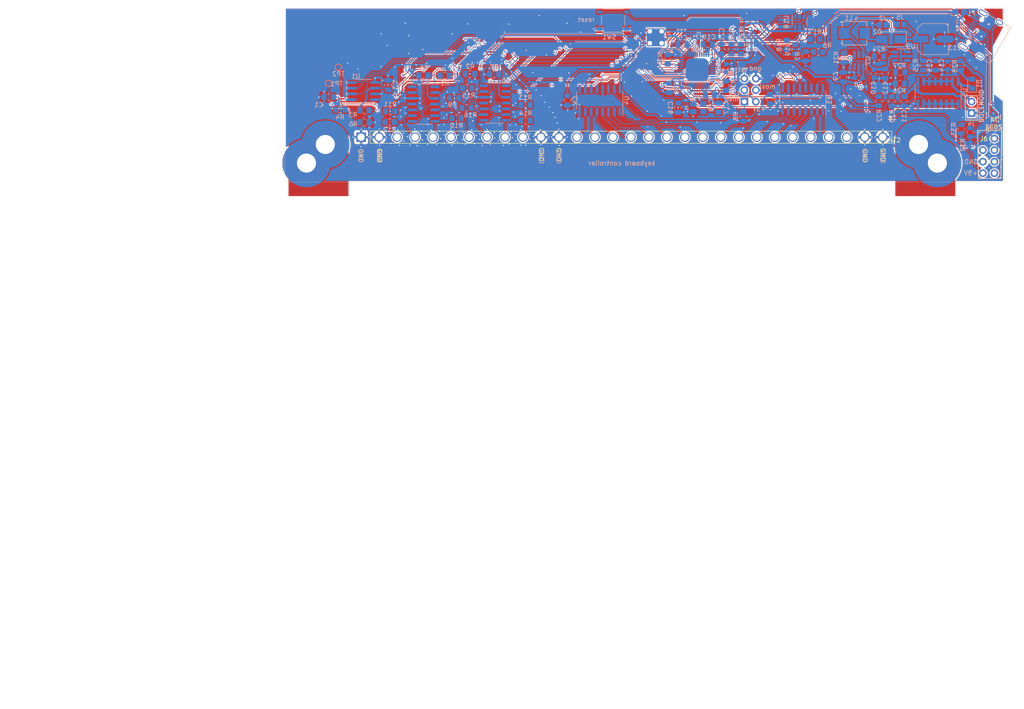
<source format=kicad_pcb>
(kicad_pcb (version 20171130) (host pcbnew "(5.1.6)-1")
  (title_block (title "TH-XWhatsIt Controller pcb and optional plugboards") (date 2020-01-31) (rev 0.0.3) (company "Rainy Day Plans") (comment 1 "if plugboards are not needed, delete them ") (comment 4 "Licenced under CERN OHL Version 1.2"))
  (layers (0 F.Cu jumper) (31 B.Cu signal) (34 B.Paste user) (35 F.Paste user) (36 B.SilkS user) (37 F.SilkS user) (38 B.Mask user) (39 F.Mask user) (44 Edge.Cuts user))
  (net 0 "")
  (net 1 GND)
  (net 2 +5VD)
  (net 3 +5VA)
  (net 4 +5VL)
  (net 5 LIMITED5V)
  (net 6 +9V)
  (net 7 "Net-(C16-Pad1)")
  (net 8 "Net-(C17-Pad1)")
  (net 9 +5V)
  (net 10 "Net-(C22-Pad2)")
  (net 11 "Net-(D1-Pad1)")
  (net 12 "Net-(D1-Pad2)")
  (net 13 SWITCHING_NODE)
  (net 14 HEADER3_ENABLE)
  (net 15 HEADER1_NUMLCK)
  (net 16 HEADER4_TRIGGER)
  (net 17 HEADER2_CAPSLCK)
  (net 18 "Net-(J4-Pad2)")
  (net 19 "Net-(J7-PadB5)")
  (net 20 "Net-(J7-PadA8)")
  (net 21 "Net-(J7-PadA6)")
  (net 22 "Net-(J7-PadA7)")
  (net 23 "Net-(J7-PadA5)")
  (net 24 "Net-(J7-PadB8)")
  (net 25 BIAS)
  (net 26 SETPOINT)
  (net 27 "Net-(R4-Pad2)")
  (net 28 SENSE4)
  (net 29 SENSE3)
  (net 30 SENSE1)
  (net 31 SENSE2)
  (net 32 SENSE8)
  (net 33 SENSE6)
  (net 34 SENSE5)
  (net 35 SENSE7)
  (net 36 "Net-(J6-Pad2)")
  (net 37 "Net-(J6-Pad4)")
  (net 38 "Net-(J6-Pad6)")
  (net 39 HEADER5_SCRLCK)
  (net 40 ILIMIT)
  (net 41 SMPS_EN)
  (net 42 OC_NODE)
  (net 43 FB_NODE)
  (net 44 "Net-(R28-Pad1)")
  (net 45 "Net-(R29-Pad1)")
  (net 46 "Net-(R31-Pad2)")
  (net 47 ~SELECTDAC)
  (net 48 CLOCK)
  (net 49 MOSI)
  (net 50 ROW2)
  (net 51 ROW1)
  (net 52 ROW4)
  (net 53 ROW3)
  (net 54 COL2)
  (net 55 COL3)
  (net 56 COL4)
  (net 57 COL5)
  (net 58 COL6)
  (net 59 COL7)
  (net 60 COL8)
  (net 61 SERIALOUT1)
  (net 62 LOADCOL)
  (net 63 COL1)
  (net 64 COL10)
  (net 65 COL11)
  (net 66 COL12)
  (net 67 COL13)
  (net 68 COL14)
  (net 69 COL15)
  (net 70 COL16)
  (net 71 SERIALOUT2)
  (net 72 COL9)
  (net 73 ROW6)
  (net 74 ROW8)
  (net 75 ROW5)
  (net 76 ROW7)
  (net 77 "Net-(U8-Pad8)")
  (net 78 "Net-(U8-Pad12)")
  (net 79 "Net-(U8-Pad22)")
  (net 80 "Net-(U8-Pad26)")
  (net 81 "Net-(U8-Pad32)")
  (net 82 "Net-(U8-Pad40)")
  (net 83 "Net-(U8-Pad41)")
  (net 84 "Net-(U8-Pad42)")
  (net 85 "Net-(J6-Pad8)")
  (net 86 "Net-(J6-Pad3)")
  (net 87 "Net-(F1-Pad2)")
  (net 88 "Net-(U10-Pad4)")
  (net 89 "Net-(U10-Pad6)")
  (net 90 MISO)
  (net 91 RESET)
  (net 92 Earth)
  (module Connector_PinHeader_2.54mm:PinHeader_1x02_P2.54mm_Vertical (layer B.Cu) (at 228.13 64.78)
    (fp_text reference J4 (at 0 2.33) (layer B.SilkS) (effects (justify mirror)))
    (fp_text value Conn_01x02)
    (pad 1 thru_hole rect (at 0 0) (size 1.7 1.7) (drill 1) (layers *.Cu *.Mask) (net 6 +9V))
    (pad 2 thru_hole oval (at 0 -2.54) (size 1.7 1.7) (drill 1) (layers *.Cu *.Mask) (net 18 "Net-(J4-Pad2)"))
  )
  (module Capacitor_SMD:C_0603_1608Metric_Pad1.05x0.95mm_HandSolder (layer B.Cu) (at 222.83 54.295 270)
    (fp_text reference C14 (at -0.035 1.31 90) (layer B.SilkS) (effects (justify mirror)))
    (fp_text value 22uF)
    (pad 2 smd roundrect (at 0.875 0 270) (size 1.05 0.95) (layers B.Cu B.Paste B.Mask) (net 1 GND))
    (pad 1 smd roundrect (at -0.875 0 270) (size 1.05 0.95) (layers B.Cu B.Paste B.Mask) (net 6 +9V))
  )
  (module Capacitor_SMD:C_0603_1608Metric_Pad1.05x0.95mm_HandSolder (layer B.Cu) (at 206.53 56.065 270)
    (fp_text reference C10 (at 3.145 -0.02 90) (layer B.SilkS) (effects (justify mirror)))
    (fp_text value 22uF)
    (pad 2 smd roundrect (at 0.875 0 270) (size 1.05 0.95) (layers B.Cu B.Paste B.Mask) (net 1 GND))
    (pad 1 smd roundrect (at -0.875 0 270) (size 1.05 0.95) (layers B.Cu B.Paste B.Mask) (net 5 LIMITED5V))
  )
  (module keyboard_footprints:USB_C_Receptacle_XKB_U262-16XN-4BVC11 (layer B.Cu) (at 231.2 48 240)
    (fp_text reference J7 (at 0.912 5.58 60) (layer B.SilkS) (effects (justify mirror)))
    (fp_text value USB_C_Receptacle)
    (pad S1 thru_hole oval (at -4.32 3.105 240) (size 1 2.1) (drill oval 0.6 1.7) (layers *.Cu *.Mask) (net 92 Earth))
    (pad S1 thru_hole oval (at 4.32 3.105 240) (size 1 2.1) (drill oval 0.6 1.7) (layers *.Cu *.Mask) (net 92 Earth))
    (pad S1 thru_hole oval (at -4.32 -1.075 240) (size 1 1.6) (drill oval 0.6 1.2) (layers *.Cu *.Mask) (net 92 Earth))
    (pad S1 thru_hole oval (at 4.32 -1.075 240) (size 1 1.6) (drill oval 0.6 1.2) (layers *.Cu *.Mask) (net 92 Earth))
    (pad "" np_thru_hole circle (at 2.89 2.605 240) (size 0.65 0.65) (drill 0.65) (layers *.Cu *.Mask))
    (pad "" np_thru_hole circle (at -2.89 2.605 240) (size 0.65 0.65) (drill 0.65) (layers *.Cu *.Mask))
    (pad B1 smd rect (at 3.05 3.67 240) (size 0.3 1.15) (layers B.Cu B.Paste B.Mask) (net 1 GND))
    (pad B4 smd rect (at 2.25 3.67 240) (size 0.3 1.15) (layers B.Cu B.Paste B.Mask) (net 87 "Net-(F1-Pad2)"))
    (pad B5 smd rect (at 1.75 3.67 240) (size 0.3 1.15) (layers B.Cu B.Paste B.Mask) (net 19 "Net-(J7-PadB5)"))
    (pad A8 smd rect (at 1.25 3.67 240) (size 0.3 1.15) (layers B.Cu B.Paste B.Mask) (net 20 "Net-(J7-PadA8)"))
    (pad B6 smd rect (at 0.75 3.67 240) (size 0.3 1.15) (layers B.Cu B.Paste B.Mask) (net 21 "Net-(J7-PadA6)"))
    (pad A7 smd rect (at 0.25 3.67 240) (size 0.3 1.15) (layers B.Cu B.Paste B.Mask) (net 22 "Net-(J7-PadA7)"))
    (pad A6 smd rect (at -0.25 3.67 240) (size 0.3 1.15) (layers B.Cu B.Paste B.Mask) (net 21 "Net-(J7-PadA6)"))
    (pad B7 smd rect (at -0.75 3.67 240) (size 0.3 1.15) (layers B.Cu B.Paste B.Mask) (net 22 "Net-(J7-PadA7)"))
    (pad A5 smd rect (at -1.25 3.67 240) (size 0.3 1.15) (layers B.Cu B.Paste B.Mask) (net 23 "Net-(J7-PadA5)"))
    (pad B8 smd rect (at -1.75 3.67 240) (size 0.3 1.15) (layers B.Cu B.Paste B.Mask) (net 24 "Net-(J7-PadB8)"))
    (pad A4 smd rect (at -2.55 3.67 240) (size 0.3 1.15) (layers B.Cu B.Paste B.Mask) (net 87 "Net-(F1-Pad2)"))
    (pad A1 smd rect (at -3.35 3.67 240) (size 0.3 1.15) (layers B.Cu B.Paste B.Mask) (net 1 GND))
    (pad B12 smd rect (at -3.05 3.67 240) (size 0.3 1.15) (layers B.Cu B.Paste B.Mask) (net 1 GND))
    (pad B9 smd rect (at -2.25 3.67 240) (size 0.3 1.15) (layers B.Cu B.Paste B.Mask) (net 87 "Net-(F1-Pad2)"))
    (pad A9 smd rect (at 2.55 3.67 240) (size 0.3 1.15) (layers B.Cu B.Paste B.Mask) (net 87 "Net-(F1-Pad2)"))
    (pad A12 smd rect (at 3.35 3.67 240) (size 0.3 1.15) (layers B.Cu B.Paste B.Mask) (net 1 GND))
  )
  (module Capacitor_SMD:C_0603_1608Metric_Pad1.05x0.95mm_HandSolder (layer B.Cu) (at 203.245 57.01 180)
    (fp_text reference C8 (at 0.015 -1.47) (layer B.SilkS) (effects (justify mirror)))
    (fp_text value 1uF)
    (pad 2 smd roundrect (at 0.875 0 180) (size 1.05 0.95) (layers B.Cu B.Paste B.Mask) (net 1 GND))
    (pad 1 smd roundrect (at -0.875 0 180) (size 1.05 0.95) (layers B.Cu B.Paste B.Mask) (net 4 +5VL))
  )
  (module Capacitor_SMD:C_0603_1608Metric_Pad1.05x0.95mm_HandSolder (layer B.Cu) (at 174.01 54.865 270)
    (fp_text reference C22 (at 0 1.65 90) (layer B.SilkS) (effects (justify mirror)))
    (fp_text value 1uf)
    (pad 2 smd roundrect (at 0.875 0 270) (size 1.05 0.95) (layers B.Cu B.Paste B.Mask) (net 10 "Net-(C22-Pad2)"))
    (pad 1 smd roundrect (at -0.875 0 270) (size 1.05 0.95) (layers B.Cu B.Paste B.Mask) (net 1 GND))
  )
  (module TH-XWhatsIt:FAT_LockLightsConnector (layer F.Cu) (at 230.62 70.38)
    (fp_text reference J6 (at 0.224 0.056 180) (layer F.SilkS))
    (fp_text value "MODEL F AT LOCKLIGHTS HEADER")
    (pad 8 thru_hole oval (at 2.54 7.62) (size 1.7 1.7) (drill 1) (layers *.Cu *.Mask) (net 85 "Net-(J6-Pad8)"))
    (pad 7 thru_hole oval (at 0 7.62) (size 1.7 1.7) (drill 1) (layers *.Cu *.Mask) (net 4 +5VL))
    (pad 6 thru_hole oval (at 2.54 5.08) (size 1.7 1.7) (drill 1) (layers *.Cu *.Mask) (net 38 "Net-(J6-Pad6)"))
    (pad 5 thru_hole oval (at 0 5.08) (size 1.7 1.7) (drill 1) (layers *.Cu *.Mask) (net 1 GND))
    (pad 4 thru_hole oval (at 2.54 2.54) (size 1.7 1.7) (drill 1) (layers *.Cu *.Mask) (net 37 "Net-(J6-Pad4)"))
    (pad 3 thru_hole oval (at 0 2.54) (size 1.7 1.7) (drill 1) (layers *.Cu *.Mask) (net 86 "Net-(J6-Pad3)"))
    (pad 2 thru_hole oval (at 2.54 0) (size 1.7 1.7) (drill 1) (layers *.Cu *.Mask) (net 36 "Net-(J6-Pad2)"))
  )
  (module Connector_PinHeader_2.54mm:PinHeader_2x03_P2.54mm_Vertical (layer B.Cu) (at 178.1 62.25)
    (fp_text reference J3 (at 1.43 -1.35) (layer B.SilkS) (effects (justify mirror)))
    (fp_text value Conn_02x03_Row_Letter_First)
    (pad 1 thru_hole rect (at 0 0) (size 1.7 1.7) (drill 1) (layers *.Cu *.Mask) (net 90 MISO))
    (pad 2 thru_hole oval (at 2.54 0) (size 1.7 1.7) (drill 1) (layers *.Cu *.Mask) (net 9 +5V))
    (pad 3 thru_hole oval (at 0 -2.54) (size 1.7 1.7) (drill 1) (layers *.Cu *.Mask) (net 48 CLOCK))
    (pad 4 thru_hole oval (at 2.54 -2.54) (size 1.7 1.7) (drill 1) (layers *.Cu *.Mask) (net 49 MOSI))
    (pad 5 thru_hole oval (at 0 -5.08) (size 1.7 1.7) (drill 1) (layers *.Cu *.Mask) (net 91 RESET))
    (pad 6 thru_hole oval (at 2.54 -5.08) (size 1.7 1.7) (drill 1) (layers *.Cu *.Mask) (net 1 GND))
  )
  (module Fuse:Fuse_0805_2012Metric_Castellated (layer B.Cu) (at 225.5375 42.5)
    (fp_text reference F1 (at 2.5735 0.388) (layer B.SilkS) (effects (justify mirror)))
    (fp_text value Fuse)
    (pad 2 smd roundrect (at 0.9625 0) (size 1.325 1.3) (layers B.Cu B.Paste B.Mask) (roundrect_rratio 0.192308) (net 87 "Net-(F1-Pad2)"))
    (pad 1 smd roundrect (at -0.9625 0) (size 1.325 1.3) (layers B.Cu B.Paste B.Mask) (roundrect_rratio 0.192308) (net 9 +5V))
  )
  (module Resistor_SMD:R_0805_2012Metric_Pad1.15x1.40mm_HandSolder (layer B.Cu) (at 194.385 51.33 180)
    (fp_text reference R6 (at -1.953 1.458) (layer B.SilkS) (effects (justify mirror)))
    (fp_text value "Not Mounted")
    (pad 2 smd roundrect (at 1.025 0 180) (size 1.15 1.4) (layers B.Cu B.Paste B.Mask) (roundrect_rratio 0.217391) (net 39 HEADER5_SCRLCK))
    (pad 1 smd roundrect (at -1.025 0 180) (size 1.15 1.4) (layers B.Cu B.Paste B.Mask) (roundrect_rratio 0.217391) (net 9 +5V))
  )
  (module Resistor_SMD:R_0805_2012Metric_Pad1.15x1.40mm_HandSolder (layer B.Cu) (at 193.685 48.51 180)
    (fp_text reference R17 (at 0 1.65) (layer B.SilkS) (effects (justify mirror)))
    (fp_text value 330)
    (pad 2 smd roundrect (at 1.025 0 180) (size 1.15 1.4) (layers B.Cu B.Paste B.Mask) (roundrect_rratio 0.217391) (net 17 HEADER2_CAPSLCK))
    (pad 1 smd roundrect (at -1.025 0 180) (size 1.15 1.4) (layers B.Cu B.Paste B.Mask) (roundrect_rratio 0.217391) (net 36 "Net-(J6-Pad2)"))
  )
  (module Package_TO_SOT_SMD:SOT-23-6_Handsoldering (layer B.Cu) (at 203.3 53.2 90)
    (fp_text reference U7 (at -0.02 2.07 90) (layer B.SilkS) (effects (justify mirror)))
    (fp_text value TPS2553DBVR)
    (pad 1 smd rect (at -1.35 0.95 90) (size 1.56 0.65) (layers B.Cu B.Paste B.Mask) (net 4 +5VL))
    (pad 2 smd rect (at -1.35 0 90) (size 1.56 0.65) (layers B.Cu B.Paste B.Mask) (net 1 GND))
    (pad 3 smd rect (at -1.35 -0.95 90) (size 1.56 0.65) (layers B.Cu B.Paste B.Mask) (net 14 HEADER3_ENABLE))
    (pad 4 smd rect (at 1.35 -0.95 90) (size 1.56 0.65) (layers B.Cu B.Paste B.Mask) (net 41 SMPS_EN))
    (pad 6 smd rect (at 1.35 0.95 90) (size 1.56 0.65) (layers B.Cu B.Paste B.Mask) (net 5 LIMITED5V))
    (pad 5 smd rect (at 1.35 0 90) (size 1.56 0.65) (layers B.Cu B.Paste B.Mask) (net 40 ILIMIT))
  )
  (module Diode_SMD:D_SMA (layer B.Cu) (at 210.35 48.52 180)
    (fp_text reference D2 (at 2.95 1.62) (layer B.SilkS) (effects (justify mirror)))
    (fp_text value D_Schottky)
    (pad 1 smd rect (at -2 0 180) (size 2.5 1.8) (layers B.Cu B.Paste B.Mask) (net 6 +9V))
    (pad 2 smd rect (at 2 0 180) (size 2.5 1.8) (layers B.Cu B.Paste B.Mask) (net 13 SWITCHING_NODE))
  )
  (module Package_SO:SOIC-14_3.9x8.7mm_P1.27mm (layer B.Cu) (at 123.19 62.55 180)
    (fp_text reference U6 (at -2.48 5.07) (layer B.SilkS) (effects (justify mirror)))
    (fp_text value LM339A)
    (pad 14 smd roundrect (at 2.475 3.81 180) (size 1.95 0.6) (layers B.Cu B.Paste B.Mask) (net 76 ROW7))
    (pad 13 smd roundrect (at 2.475 2.54 180) (size 1.95 0.6) (layers B.Cu B.Paste B.Mask) (net 75 ROW5))
    (pad 12 smd roundrect (at 2.475 1.27 180) (size 1.95 0.6) (layers B.Cu B.Paste B.Mask) (net 1 GND))
    (pad 11 smd roundrect (at 2.475 0 180) (size 1.95 0.6) (layers B.Cu B.Paste B.Mask) (net 34 SENSE5))
    (pad 10 smd roundrect (at 2.475 -1.27 180) (size 1.95 0.6) (layers B.Cu B.Paste B.Mask) (net 26 SETPOINT))
    (pad 9 smd roundrect (at 2.475 -2.54 180) (size 1.95 0.6) (layers B.Cu B.Paste B.Mask) (net 35 SENSE7))
    (pad 8 smd roundrect (at 2.475 -3.81 180) (size 1.95 0.6) (layers B.Cu B.Paste B.Mask) (net 26 SETPOINT))
    (pad 7 smd roundrect (at -2.475 -3.81 180) (size 1.95 0.6) (layers B.Cu B.Paste B.Mask) (net 33 SENSE6))
    (pad 6 smd roundrect (at -2.475 -2.54 180) (size 1.95 0.6) (layers B.Cu B.Paste B.Mask) (net 26 SETPOINT))
    (pad 5 smd roundrect (at -2.475 -1.27 180) (size 1.95 0.6) (layers B.Cu B.Paste B.Mask) (net 32 SENSE8))
    (pad 4 smd roundrect (at -2.475 0 180) (size 1.95 0.6) (layers B.Cu B.Paste B.Mask) (net 26 SETPOINT))
    (pad 3 smd roundrect (at -2.475 1.27 180) (size 1.95 0.6) (layers B.Cu B.Paste B.Mask) (net 3 +5VA))
    (pad 2 smd roundrect (at -2.475 2.54 180) (size 1.95 0.6) (layers B.Cu B.Paste B.Mask) (net 74 ROW8))
    (pad 1 smd roundrect (at -2.475 3.81 180) (size 1.95 0.6) (layers B.Cu B.Paste B.Mask) (net 73 ROW6))
  )
  (module Capacitor_SMD:C_0805_2012Metric_Pad1.15x1.40mm_HandSolder (layer B.Cu) (at 170.075 49.6)
    (fp_text reference C19 (at 0.245 -1.6) (layer B.SilkS) (effects (justify mirror)))
    (fp_text value 0.1uf)
    (pad 1 smd roundrect (at -1.025 0) (size 1.15 1.4) (layers B.Cu B.Paste B.Mask) (roundrect_rratio 0.217391) (net 1 GND))
    (pad 2 smd roundrect (at 1.025 0) (size 1.15 1.4) (layers B.Cu B.Paste B.Mask) (roundrect_rratio 0.217391) (net 9 +5V))
  )
  (module Capacitor_SMD:C_0805_2012Metric_Pad1.15x1.40mm_HandSolder (layer B.Cu) (at 170.535 60.77)
    (fp_text reference C18 (at 0.295 2.23 90) (layer B.SilkS) (effects (justify mirror)))
    (fp_text value 0.1uf)
    (pad 1 smd roundrect (at -1.025 0) (size 1.15 1.4) (layers B.Cu B.Paste B.Mask) (roundrect_rratio 0.217391) (net 1 GND))
    (pad 2 smd roundrect (at 1.025 0) (size 1.15 1.4) (layers B.Cu B.Paste B.Mask) (roundrect_rratio 0.217391) (net 9 +5V))
  )
  (module Capacitor_SMD:C_0805_2012Metric_Pad1.15x1.40mm_HandSolder (layer B.Cu) (at 161.56 59.215 90)
    (fp_text reference C20 (at 0 1.65 90) (layer B.SilkS) (effects (justify mirror)))
    (fp_text value 0.1uf)
    (pad 1 smd roundrect (at -1.025 0 90) (size 1.15 1.4) (layers B.Cu B.Paste B.Mask) (roundrect_rratio 0.217391) (net 1 GND))
    (pad 2 smd roundrect (at 1.025 0 90) (size 1.15 1.4) (layers B.Cu B.Paste B.Mask) (roundrect_rratio 0.217391) (net 9 +5V))
  )
  (module NetTie:NetTie-4_THT_Pad1.0mm (layer B.Cu) (at 159.89 49.38 90)
    (fp_text reference NT1 (at 1.3 1.6 90) (layer B.SilkS) (effects (justify mirror)))
    (fp_text value Net-Tie_4_Cross)
    (fp_poly (pts (xy -0.65 0.65) (xy 3.25 0.65) (xy 3.25 -3.25) (xy -0.65 -3.25)) (layer F.Cu) (width 0))
    (fp_poly (pts (xy -0.65 0.65) (xy 3.25 0.65) (xy 3.25 -3.25) (xy -0.65 -3.25)) (layer B.Cu) (width 0))
    (pad 1 thru_hole circle (at 0 0 90) (size 1.3 1.3) (drill 1) (layers *.Cu) (net 9 +5V))
    (pad 2 thru_hole circle (at 2.6 0 90) (size 1.3 1.3) (drill 1) (layers *.Cu) (net 4 +5VL))
    (pad 3 thru_hole circle (at 0 -2.6 90) (size 1.3 1.3) (drill 1) (layers *.Cu) (net 3 +5VA))
    (pad 4 thru_hole circle (at 2.6 -2.6 90) (size 1.3 1.3) (drill 1) (layers *.Cu) (net 2 +5VD))
  )
  (module "keyboard_footprints:(atmega32u4-mur) QFN44G-0.5-7X7MM" (layer B.Cu) (at 167.72 55.24 180)
    (fp_text reference U8 (at 0.45 4.59) (layer B.SilkS) (effects (justify mirror)))
    (fp_text value ATmega32U4-MUR)
    (pad TAB smd roundrect (at 0 0 180) (size 5.08 5.08) (layers B.Cu B.Paste B.Mask))
    (pad 1 smd roundrect (at -3.35 2.5 180) (size 1 0.3) (layers B.Cu B.Paste B.Mask) (roundrect_rratio 0.04) (net 17 HEADER2_CAPSLCK))
    (pad 2 smd roundrect (at -3.35 2 180) (size 1 0.3) (layers B.Cu B.Paste B.Mask) (roundrect_rratio 0.04) (net 9 +5V))
    (pad 3 smd roundrect (at -3.35 1.5 180) (size 1 0.3) (layers B.Cu B.Paste B.Mask) (roundrect_rratio 0.04) (net 44 "Net-(R28-Pad1)"))
    (pad 4 smd roundrect (at -3.35 1 180) (size 1 0.3) (layers B.Cu B.Paste B.Mask) (roundrect_rratio 0.04) (net 45 "Net-(R29-Pad1)"))
    (pad 5 smd roundrect (at -3.35 0.5 180) (size 1 0.3) (layers B.Cu B.Paste B.Mask) (roundrect_rratio 0.04) (net 1 GND))
    (pad 6 smd roundrect (at -3.35 0 180) (size 1 0.3) (layers B.Cu B.Paste B.Mask) (roundrect_rratio 0.04) (net 10 "Net-(C22-Pad2)"))
    (pad 7 smd roundrect (at -3.35 -0.5 180) (size 1 0.3) (layers B.Cu B.Paste B.Mask) (roundrect_rratio 0.04) (net 9 +5V))
    (pad 8 smd roundrect (at -3.35 -1 180) (size 1 0.3) (layers B.Cu B.Paste B.Mask) (roundrect_rratio 0.04) (net 77 "Net-(U8-Pad8)"))
    (pad 9 smd roundrect (at -3.35 -1.5 180) (size 1 0.3) (layers B.Cu B.Paste B.Mask) (roundrect_rratio 0.04) (net 48 CLOCK))
    (pad 10 smd roundrect (at -3.35 -2 180) (size 1 0.3) (layers B.Cu B.Paste B.Mask) (roundrect_rratio 0.04) (net 49 MOSI))
    (pad 11 smd roundrect (at -3.35 -2.5 180) (size 1 0.3) (layers B.Cu B.Paste B.Mask) (roundrect_rratio 0.04) (net 90 MISO))
    (pad 12 smd roundrect (at -2.5 -3.35 180) (size 0.3 1) (layers B.Cu B.Paste B.Mask) (roundrect_rratio 0.04) (net 78 "Net-(U8-Pad12)"))
    (pad 13 smd roundrect (at -2 -3.35 180) (size 0.3 1) (layers B.Cu B.Paste B.Mask) (roundrect_rratio 0.04) (net 91 RESET))
    (pad 14 smd roundrect (at -1.5 -3.35 180) (size 0.3 1) (layers B.Cu B.Paste B.Mask) (roundrect_rratio 0.04) (net 9 +5V))
    (pad 15 smd roundrect (at -1 -3.35 180) (size 0.3 1) (layers B.Cu B.Paste B.Mask) (roundrect_rratio 0.04) (net 1 GND))
    (pad 16 smd roundrect (at -0.5 -3.35 180) (size 0.3 1) (layers B.Cu B.Paste B.Mask) (roundrect_rratio 0.04) (net 8 "Net-(C17-Pad1)"))
    (pad 17 smd roundrect (at 0 -3.35 180) (size 0.3 1) (layers B.Cu B.Paste B.Mask) (roundrect_rratio 0.04) (net 7 "Net-(C16-Pad1)"))
    (pad 18 smd roundrect (at 0.5 -3.35 180) (size 0.3 1) (layers B.Cu B.Paste B.Mask) (roundrect_rratio 0.04) (net 51 ROW1))
    (pad 19 smd roundrect (at 1 -3.35 180) (size 0.3 1) (layers B.Cu B.Paste B.Mask) (roundrect_rratio 0.04) (net 50 ROW2))
    (pad 20 smd roundrect (at 1.5 -3.35 180) (size 0.3 1) (layers B.Cu B.Paste B.Mask) (roundrect_rratio 0.04) (net 16 HEADER4_TRIGGER))
    (pad 21 smd roundrect (at 2 -3.35 180) (size 0.3 1) (layers B.Cu B.Paste B.Mask) (roundrect_rratio 0.04) (net 14 HEADER3_ENABLE))
    (pad 22 smd roundrect (at 2.5 -3.35 180) (size 0.3 1) (layers B.Cu B.Paste B.Mask) (roundrect_rratio 0.04) (net 79 "Net-(U8-Pad22)"))
    (pad 23 smd roundrect (at 3.35 -2.5 180) (size 1 0.3) (layers B.Cu B.Paste B.Mask) (roundrect_rratio 0.04) (net 1 GND))
    (pad 24 smd roundrect (at 3.35 -2 180) (size 1 0.3) (layers B.Cu B.Paste B.Mask) (roundrect_rratio 0.04) (net 9 +5V))
    (pad 25 smd roundrect (at 3.35 -1.5 180) (size 1 0.3) (layers B.Cu B.Paste B.Mask) (roundrect_rratio 0.04) (net 52 ROW4))
    (pad 26 smd roundrect (at 3.35 -1 180) (size 1 0.3) (layers B.Cu B.Paste B.Mask) (roundrect_rratio 0.04) (net 80 "Net-(U8-Pad26)"))
    (pad 27 smd roundrect (at 3.35 -0.5 180) (size 1 0.3) (layers B.Cu B.Paste B.Mask) (roundrect_rratio 0.04) (net 15 HEADER1_NUMLCK))
    (pad 28 smd roundrect (at 3.35 0 180) (size 1 0.3) (layers B.Cu B.Paste B.Mask) (roundrect_rratio 0.04) (net 75 ROW5))
    (pad 29 smd roundrect (at 3.35 0.5 180) (size 1 0.3) (layers B.Cu B.Paste B.Mask) (roundrect_rratio 0.04) (net 73 ROW6))
    (pad 30 smd roundrect (at 3.35 1 180) (size 1 0.3) (layers B.Cu B.Paste B.Mask) (roundrect_rratio 0.04) (net 39 HEADER5_SCRLCK))
    (pad 31 smd roundrect (at 3.35 1.5 180) (size 1 0.3) (layers B.Cu B.Paste B.Mask) (roundrect_rratio 0.04) (net 53 ROW3))
    (pad 32 smd roundrect (at 3.35 2 180) (size 1 0.3) (layers B.Cu B.Paste B.Mask) (roundrect_rratio 0.04) (net 81 "Net-(U8-Pad32)"))
    (pad 33 smd roundrect (at 3.35 2.5 180) (size 1 0.3) (layers B.Cu B.Paste B.Mask) (roundrect_rratio 0.04) (net 46 "Net-(R31-Pad2)"))
    (pad 34 smd roundrect (at 2.5 3.35 180) (size 0.3 1) (layers B.Cu B.Paste B.Mask) (roundrect_rratio 0.04) (net 9 +5V))
    (pad 35 smd roundrect (at 2 3.35 180) (size 0.3 1) (layers B.Cu B.Paste B.Mask) (roundrect_rratio 0.04) (net 1 GND))
    (pad 36 smd roundrect (at 1.5 3.35 180) (size 0.3 1) (layers B.Cu B.Paste B.Mask) (roundrect_rratio 0.04) (net 62 LOADCOL))
    (pad 37 smd roundrect (at 1 3.35 180) (size 0.3 1) (layers B.Cu B.Paste B.Mask) (roundrect_rratio 0.04) (net 47 ~SELECTDAC))
    (pad 38 smd roundrect (at 0.5 3.35 180) (size 0.3 1) (layers B.Cu B.Paste B.Mask) (roundrect_rratio 0.04) (net 74 ROW8))
    (pad 39 smd roundrect (at 0 3.35 180) (size 0.3 1) (layers B.Cu B.Paste B.Mask) (roundrect_rratio 0.04) (net 76 ROW7))
    (pad 40 smd roundrect (at -0.5 3.35 180) (size 0.3 1) (layers B.Cu B.Paste B.Mask) (roundrect_rratio 0.04) (net 82 "Net-(U8-Pad40)"))
    (pad 41 smd roundrect (at -1 3.35 180) (size 0.3 1) (layers B.Cu B.Paste B.Mask) (roundrect_rratio 0.04) (net 83 "Net-(U8-Pad41)"))
    (pad 42 smd roundrect (at -1.5 3.35 180) (size 0.3 1) (layers B.Cu B.Paste B.Mask) (roundrect_rratio 0.04) (net 84 "Net-(U8-Pad42)"))
    (pad 43 smd roundrect (at -2 3.35 180) (size 0.3 1) (layers B.Cu B.Paste B.Mask) (roundrect_rratio 0.04) (net 1 GND))
    (pad 44 smd roundrect (at -2.5 3.35 180) (size 0.3 1) (layers B.Cu B.Paste B.Mask) (roundrect_rratio 0.04) (net 9 +5V))
  )
  (module TH-XWhatsIt:Model_F_3.96mm_pitch_footprint (layer F.Cu) (at 93.73 70.08 90)
    (fp_text reference J1 hide)
    (fp_text value "Model F Ribbon Cable" hide)
    (pad 30 thru_hole oval (at 0 114.84 90) (size 2.1 2.1) (drill 1.6) (layers *.Cu *.Mask) (net 1 GND))
    (pad 29 thru_hole oval (at 0 110.88 90) (size 2.1 2.1) (drill 1.6) (layers *.Cu *.Mask) (net 1 GND))
    (pad 28 thru_hole oval (at 0 106.92 90) (size 2.1 2.1) (drill 1.6) (layers *.Cu *.Mask) (net 63 COL1))
    (pad 27 thru_hole oval (at 0 102.96 90) (size 2.1 2.1) (drill 1.6) (layers *.Cu *.Mask) (net 54 COL2))
    (pad 26 thru_hole oval (at 0 99 90) (size 2.1 2.1) (drill 1.6) (layers *.Cu *.Mask) (net 55 COL3))
    (pad 25 thru_hole oval (at 0 95.04 90) (size 2.1 2.1) (drill 1.6) (layers *.Cu *.Mask) (net 56 COL4))
    (pad 24 thru_hole oval (at 0 91.08 90) (size 2.1 2.1) (drill 1.6) (layers *.Cu *.Mask) (net 57 COL5))
    (pad 23 thru_hole oval (at 0 87.12 90) (size 2.1 2.1) (drill 1.6) (layers *.Cu *.Mask) (net 58 COL6))
    (pad 22 thru_hole oval (at 0 83.16 90) (size 2.1 2.1) (drill 1.6) (layers *.Cu *.Mask) (net 59 COL7))
    (pad 21 thru_hole oval (at 0 79.2 90) (size 2.1 2.1) (drill 1.6) (layers *.Cu *.Mask) (net 60 COL8))
    (pad 20 thru_hole oval (at 0 75.24 90) (size 2.1 2.1) (drill 1.6) (layers *.Cu *.Mask) (net 72 COL9))
    (pad 19 thru_hole oval (at 0 71.28 90) (size 2.1 2.1) (drill 1.6) (layers *.Cu *.Mask) (net 64 COL10))
    (pad 18 thru_hole oval (at 0 67.32 90) (size 2.1 2.1) (drill 1.6) (layers *.Cu *.Mask) (net 65 COL11))
    (pad 17 thru_hole oval (at 0 63.36 90) (size 2.1 2.1) (drill 1.6) (layers *.Cu *.Mask) (net 66 COL12))
    (pad 16 thru_hole oval (at 0 59.4 90) (size 2.1 2.1) (drill 1.6) (layers *.Cu *.Mask) (net 67 COL13))
    (pad 15 thru_hole oval (at 0 55.44 90) (size 2.1 2.1) (drill 1.6) (layers *.Cu *.Mask) (net 68 COL14))
    (pad 14 thru_hole oval (at 0 51.48 90) (size 2.1 2.1) (drill 1.6) (layers *.Cu *.Mask) (net 69 COL15))
    (pad 13 thru_hole oval (at 0 47.52 90) (size 2.1 2.1) (drill 1.6) (layers *.Cu *.Mask) (net 70 COL16))
    (pad 12 thru_hole oval (at 0 43.56 90) (size 2.1 2.1) (drill 1.6) (layers *.Cu *.Mask) (net 1 GND))
    (pad 11 thru_hole oval (at 0 39.6 90) (size 2.1 2.1) (drill 1.6) (layers *.Cu *.Mask) (net 1 GND))
    (pad 10 thru_hole oval (at 0 35.64 90) (size 2.1 2.1) (drill 1.6) (layers *.Cu *.Mask) (net 32 SENSE8))
    (pad 9 thru_hole oval (at 0 31.68 90) (size 2.1 2.1) (drill 1.6) (layers *.Cu *.Mask) (net 33 SENSE6))
    (pad 8 thru_hole oval (at 0 27.72 90) (size 2.1 2.1) (drill 1.6) (layers *.Cu *.Mask) (net 35 SENSE7))
    (pad 7 thru_hole oval (at 0 23.76 90) (size 2.1 2.1) (drill 1.6) (layers *.Cu *.Mask) (net 34 SENSE5))
    (pad 6 thru_hole oval (at 0 19.8 90) (size 2.1 2.1) (drill 1.6) (layers *.Cu *.Mask) (net 28 SENSE4))
    (pad 5 thru_hole oval (at 0 15.84 90) (size 2.1 2.1) (drill 1.6) (layers *.Cu *.Mask) (net 29 SENSE3))
    (pad 4 thru_hole oval (at 0 11.88 90) (size 2.1 2.1) (drill 1.6) (layers *.Cu *.Mask) (net 31 SENSE2))
    (pad 3 thru_hole oval (at 0 7.92 90) (size 2.1 2.1) (drill 1.6) (layers *.Cu *.Mask) (net 30 SENSE1))
    (pad 2 thru_hole oval (at 0 3.96 90) (size 2.1 2.1) (drill 1.6) (layers *.Cu *.Mask) (net 1 GND))
    (pad 1 thru_hole rect (at 0 0 90) (size 2.1 2.1) (drill 1.6) (layers *.Cu *.Mask) (net 1 GND))
  )
  (module TH-XWhatsIt:ModelF_new_mounting_hole_right (layer F.Cu) (at 216.45 71.68)
    (fp_text reference H2 hide)
    (fp_text value MountingHole_Pad)
    (pad 1 thru_hole circle (at 0 0) (size 10.6 10.6) (drill 4.2) (layers *.Cu *.Mask) (net 92 Earth))
    (pad 1 thru_hole circle (at 4.15 4.1) (size 10.6 10.6) (drill 4.2) (layers *.Cu *.Mask) (net 92 Earth))
    (pad 1 smd rect (at 1.5 1.785) (size 13.2 19.16) (layers F.Cu F.Mask) (net 92 Earth))
  )
  (module TH-XWhatsIt:ModelF_new_mounting_hole_left (layer F.Cu) (at 85.85 71.68)
    (fp_text reference H1 hide)
    (fp_text value MountingHole_Pad hide)
    (pad 1 thru_hole circle (at 0 0) (size 10.6 10.6) (drill 4.2) (layers *.Cu *.Mask) (net 92 Earth))
    (pad 1 thru_hole circle (at -4.15 4.1) (size 10.6 10.6) (drill 4.2) (layers *.Cu *.Mask) (net 92 Earth))
    (pad 1 smd rect (at -1.5 1.785) (size 13.2 19.16) (layers F.Cu F.Mask) (net 92 Earth))
  )
  (module Capacitor_SMD:C_0805_2012Metric_Pad1.15x1.40mm_HandSolder (layer B.Cu) (at 86.605 61.214)
    (fp_text reference C1 (at -2.215 1.696) (layer B.SilkS) (effects (justify mirror)))
    (fp_text value 0U1)
    (pad 2 smd roundrect (at 1.025 0) (size 1.15 1.4) (layers B.Cu B.Paste B.Mask) (roundrect_rratio 0.217391) (net 2 +5VD))
    (pad 1 smd roundrect (at -1.025 0) (size 1.15 1.4) (layers B.Cu B.Paste B.Mask) (roundrect_rratio 0.217391) (net 1 GND))
  )
  (module Capacitor_SMD:C_0805_2012Metric_Pad1.15x1.40mm_HandSolder (layer B.Cu) (at 183.76 61.685 90)
    (fp_text reference C2 (at 0 1.65 90) (layer B.SilkS) (effects (justify mirror)))
    (fp_text value 0U1)
    (pad 2 smd roundrect (at 1.025 0 90) (size 1.15 1.4) (layers B.Cu B.Paste B.Mask) (roundrect_rratio 0.217391) (net 2 +5VD))
    (pad 1 smd roundrect (at -1.025 0 90) (size 1.15 1.4) (layers B.Cu B.Paste B.Mask) (roundrect_rratio 0.217391) (net 1 GND))
  )
  (module Capacitor_SMD:C_0805_2012Metric_Pad1.15x1.40mm_HandSolder (layer B.Cu) (at 99.65 58.605 270)
    (fp_text reference C3 (at -0.005 -1.61 90) (layer B.SilkS) (effects (justify mirror)))
    (fp_text value 0U1)
    (pad 1 smd roundrect (at -1.025 0 270) (size 1.15 1.4) (layers B.Cu B.Paste B.Mask) (roundrect_rratio 0.217391) (net 1 GND))
    (pad 2 smd roundrect (at 1.025 0 270) (size 1.15 1.4) (layers B.Cu B.Paste B.Mask) (roundrect_rratio 0.217391) (net 3 +5VA))
  )
  (module Capacitor_SMD:C_0805_2012Metric_Pad1.15x1.40mm_HandSolder (layer B.Cu) (at 139.16 61.985 90)
    (fp_text reference C4 (at 0 1.65 90) (layer B.SilkS) (effects (justify mirror)))
    (fp_text value 0U1)
    (pad 1 smd roundrect (at -1.025 0 90) (size 1.15 1.4) (layers B.Cu B.Paste B.Mask) (roundrect_rratio 0.217391) (net 1 GND))
    (pad 2 smd roundrect (at 1.025 0 90) (size 1.15 1.4) (layers B.Cu B.Paste B.Mask) (roundrect_rratio 0.217391) (net 2 +5VD))
  )
  (module Capacitor_SMD:C_0805_2012Metric_Pad1.15x1.40mm_HandSolder (layer B.Cu) (at 107.465 56.45)
    (fp_text reference C6 (at 0.095 -1.67) (layer B.SilkS) (effects (justify mirror)))
    (fp_text value 0U1)
    (pad 2 smd roundrect (at 1.025 0) (size 1.15 1.4) (layers B.Cu B.Paste B.Mask) (roundrect_rratio 0.217391) (net 3 +5VA))
    (pad 1 smd roundrect (at -1.025 0) (size 1.15 1.4) (layers B.Cu B.Paste B.Mask) (roundrect_rratio 0.217391) (net 1 GND))
  )
  (module Capacitor_SMD:C_0805_2012Metric_Pad1.15x1.40mm_HandSolder (layer B.Cu) (at 123.045 56.23)
    (fp_text reference C7 (at 0.055 -1.63) (layer B.SilkS) (effects (justify mirror)))
    (fp_text value 0U1)
    (pad 2 smd roundrect (at 1.025 0) (size 1.15 1.4) (layers B.Cu B.Paste B.Mask) (roundrect_rratio 0.217391) (net 3 +5VA))
    (pad 1 smd roundrect (at -1.025 0) (size 1.15 1.4) (layers B.Cu B.Paste B.Mask) (roundrect_rratio 0.217391) (net 1 GND))
  )
  (module Capacitor_SMD:C_0805_2012Metric_Pad1.15x1.40mm_HandSolder (layer B.Cu) (at 199.89 56.825 90)
    (fp_text reference C9 (at 0.155 -1.65 90) (layer B.SilkS) (effects (justify mirror)))
    (fp_text value 100nF)
    (pad 1 smd roundrect (at -1.025 0 90) (size 1.15 1.4) (layers B.Cu B.Paste B.Mask) (roundrect_rratio 0.217391) (net 4 +5VL))
    (pad 2 smd roundrect (at 1.025 0 90) (size 1.15 1.4) (layers B.Cu B.Paste B.Mask) (roundrect_rratio 0.217391) (net 1 GND))
  )
  (module Capacitor_SMD:C_0805_2012Metric_Pad1.15x1.40mm_HandSolder (layer B.Cu) (at 213.27 62.145 270)
    (fp_text reference C11 (at 3.305 -0.01 90) (layer B.SilkS) (effects (justify mirror)))
    (fp_text value 100nF)
    (pad 2 smd roundrect (at 1.025 0 270) (size 1.15 1.4) (layers B.Cu B.Paste B.Mask) (roundrect_rratio 0.217391) (net 1 GND))
    (pad 1 smd roundrect (at -1.025 0 270) (size 1.15 1.4) (layers B.Cu B.Paste B.Mask) (roundrect_rratio 0.217391) (net 6 +9V))
  )
  (module Capacitor_SMD:C_0805_2012Metric_Pad1.15x1.40mm_HandSolder (layer B.Cu) (at 209.13 56.045 270)
    (fp_text reference C12 (at 3.195 -0.03 90) (layer B.SilkS) (effects (justify mirror)))
    (fp_text value 100nF)
    (pad 1 smd roundrect (at -1.025 0 270) (size 1.15 1.4) (layers B.Cu B.Paste B.Mask) (roundrect_rratio 0.217391) (net 5 LIMITED5V))
    (pad 2 smd roundrect (at 1.025 0 270) (size 1.15 1.4) (layers B.Cu B.Paste B.Mask) (roundrect_rratio 0.217391) (net 1 GND))
  )
  (module Capacitor_SMD:CP_Elec_6.3x7.7 (layer B.Cu) (at 219.6 48.48)
    (fp_text reference C13 (at 4.83 1.9) (layer B.SilkS) (effects (justify mirror)))
    (fp_text value 220uF)
    (pad 1 smd roundrect (at -2.7 0) (size 3.5 1.6) (layers B.Cu B.Paste B.Mask) (roundrect_rratio 0.15625) (net 6 +9V))
    (pad 2 smd roundrect (at 2.7 0) (size 3.5 1.6) (layers B.Cu B.Paste B.Mask) (roundrect_rratio 0.15625) (net 1 GND))
  )
  (module Capacitor_SMD:C_0805_2012Metric_Pad1.15x1.40mm_HandSolder (layer B.Cu) (at 220.22 54.265 270)
    (fp_text reference C15 (at 0.045 1.33 90) (layer B.SilkS) (effects (justify mirror)))
    (fp_text value 100nF)
    (pad 1 smd roundrect (at -1.025 0 270) (size 1.15 1.4) (layers B.Cu B.Paste B.Mask) (roundrect_rratio 0.217391) (net 6 +9V))
    (pad 2 smd roundrect (at 1.025 0 270) (size 1.15 1.4) (layers B.Cu B.Paste B.Mask) (roundrect_rratio 0.217391) (net 1 GND))
  )
  (module Capacitor_SMD:C_0805_2012Metric_Pad1.15x1.40mm_HandSolder (layer B.Cu) (at 163.49 63.585 270)
    (fp_text reference C16 (at 0 1.65 90) (layer B.SilkS) (effects (justify mirror)))
    (fp_text value 22pf)
    (pad 2 smd roundrect (at 1.025 0 270) (size 1.15 1.4) (layers B.Cu B.Paste B.Mask) (roundrect_rratio 0.217391) (net 1 GND))
    (pad 1 smd roundrect (at -1.025 0 270) (size 1.15 1.4) (layers B.Cu B.Paste B.Mask) (roundrect_rratio 0.217391) (net 7 "Net-(C16-Pad1)"))
  )
  (module Capacitor_SMD:C_0805_2012Metric_Pad1.15x1.40mm_HandSolder (layer B.Cu) (at 172.43 63.575 90)
    (fp_text reference C17 (at 0 1.65 90) (layer B.SilkS) (effects (justify mirror)))
    (fp_text value 22pf)
    (pad 1 smd roundrect (at -1.025 0 90) (size 1.15 1.4) (layers B.Cu B.Paste B.Mask) (roundrect_rratio 0.217391) (net 8 "Net-(C17-Pad1)"))
    (pad 2 smd roundrect (at 1.025 0 90) (size 1.15 1.4) (layers B.Cu B.Paste B.Mask) (roundrect_rratio 0.217391) (net 1 GND))
  )
  (module Capacitor_SMD:C_0805_2012Metric_Pad1.15x1.40mm_HandSolder (layer B.Cu) (at 173.06 50.675 270)
    (fp_text reference C21 (at -3.245 -0.05 90) (layer B.SilkS) (effects (justify mirror)))
    (fp_text value 10uf)
    (pad 2 smd roundrect (at 1.025 0 270) (size 1.15 1.4) (layers B.Cu B.Paste B.Mask) (roundrect_rratio 0.217391) (net 9 +5V))
    (pad 1 smd roundrect (at -1.025 0 270) (size 1.15 1.4) (layers B.Cu B.Paste B.Mask) (roundrect_rratio 0.217391) (net 1 GND))
  )
  (module LED_SMD:LED_0805_2012Metric_Pad1.15x1.40mm_HandSolder (layer B.Cu) (at 228.25 58.315 90)
    (fp_text reference D1 (at 0 1.65 90) (layer B.SilkS) (effects (justify mirror)))
    (fp_text value LED)
    (pad 1 smd roundrect (at -1.025 0 90) (size 1.15 1.4) (layers B.Cu B.Paste B.Mask) (roundrect_rratio 0.217391) (net 11 "Net-(D1-Pad1)"))
    (pad 2 smd roundrect (at 1.025 0 90) (size 1.15 1.4) (layers B.Cu B.Paste B.Mask) (roundrect_rratio 0.217391) (net 12 "Net-(D1-Pad2)"))
  )
  (module Resistor_SMD:R_0805_2012Metric_Pad1.15x1.40mm_HandSolder (layer B.Cu) (at 112.13 56.53)
    (fp_text reference R1 (at 0 1.65) (layer B.SilkS) (effects (justify mirror)))
    (fp_text value 4K7)
    (pad 1 smd roundrect (at -1.025 0) (size 1.15 1.4) (layers B.Cu B.Paste B.Mask) (roundrect_rratio 0.217391) (net 3 +5VA))
    (pad 2 smd roundrect (at 1.025 0) (size 1.15 1.4) (layers B.Cu B.Paste B.Mask) (roundrect_rratio 0.217391) (net 25 BIAS))
  )
  (module Resistor_SMD:R_0805_2012Metric_Pad1.15x1.40mm_HandSolder (layer B.Cu) (at 117.72 56.14 180)
    (fp_text reference R2 (at 0 1.65) (layer B.SilkS) (effects (justify mirror)))
    (fp_text value 1K)
    (pad 2 smd roundrect (at 1.025 0 180) (size 1.15 1.4) (layers B.Cu B.Paste B.Mask) (roundrect_rratio 0.217391) (net 25 BIAS))
    (pad 1 smd roundrect (at -1.025 0 180) (size 1.15 1.4) (layers B.Cu B.Paste B.Mask) (roundrect_rratio 0.217391) (net 1 GND))
  )
  (module Resistor_SMD:R_0805_2012Metric_Pad1.15x1.40mm_HandSolder (layer B.Cu) (at 94.465 64.14 180)
    (fp_text reference R3 (at 2.535 -1) (layer B.SilkS) (effects (justify mirror)))
    (fp_text value 20K)
    (pad 2 smd roundrect (at 1.025 0 180) (size 1.15 1.4) (layers B.Cu B.Paste B.Mask) (roundrect_rratio 0.217391) (net 3 +5VA))
    (pad 1 smd roundrect (at -1.025 0 180) (size 1.15 1.4) (layers B.Cu B.Paste B.Mask) (roundrect_rratio 0.217391) (net 26 SETPOINT))
  )
  (module Resistor_SMD:R_0805_2012Metric_Pad1.15x1.40mm_HandSolder (layer B.Cu) (at 89.145 64.008 180)
    (fp_text reference R4 (at 0.065 -1.642) (layer B.SilkS) (effects (justify mirror)))
    (fp_text value 20K)
    (pad 2 smd roundrect (at 1.025 0 180) (size 1.15 1.4) (layers B.Cu B.Paste B.Mask) (roundrect_rratio 0.217391) (net 27 "Net-(R4-Pad2)"))
    (pad 1 smd roundrect (at -1.025 0 180) (size 1.15 1.4) (layers B.Cu B.Paste B.Mask) (roundrect_rratio 0.217391) (net 26 SETPOINT))
  )
  (module Resistor_SMD:R_0805_2012Metric_Pad1.15x1.40mm_HandSolder (layer B.Cu) (at 94.479 66.802 180)
    (fp_text reference R5 (at 2.539 -0.398) (layer B.SilkS) (effects (justify mirror)))
    (fp_text value 4K7)
    (pad 1 smd roundrect (at -1.025 0 180) (size 1.15 1.4) (layers B.Cu B.Paste B.Mask) (roundrect_rratio 0.217391) (net 1 GND))
    (pad 2 smd roundrect (at 1.025 0 180) (size 1.15 1.4) (layers B.Cu B.Paste B.Mask) (roundrect_rratio 0.217391) (net 26 SETPOINT))
  )
  (module Resistor_SMD:R_0805_2012Metric_Pad1.15x1.40mm_HandSolder (layer B.Cu) (at 191.58 52.225 270)
    (fp_text reference R7 (at 0 1.65 90) (layer B.SilkS) (effects (justify mirror)))
    (fp_text value "Not Mounted")
    (pad 1 smd roundrect (at -1.025 0 270) (size 1.15 1.4) (layers B.Cu B.Paste B.Mask) (roundrect_rratio 0.217391) (net 39 HEADER5_SCRLCK))
    (pad 2 smd roundrect (at 1.025 0 270) (size 1.15 1.4) (layers B.Cu B.Paste B.Mask) (roundrect_rratio 0.217391) (net 1 GND))
  )
  (module Resistor_SMD:R_0805_2012Metric_Pad1.15x1.40mm_HandSolder (layer B.Cu) (at 177.86 65.495 270)
    (fp_text reference R8 (at 0 1.65 90) (layer B.SilkS) (effects (justify mirror)))
    (fp_text value "Not Mounted")
    (pad 2 smd roundrect (at 1.025 0 270) (size 1.15 1.4) (layers B.Cu B.Paste B.Mask) (roundrect_rratio 0.217391) (net 1 GND))
    (pad 1 smd roundrect (at -1.025 0 270) (size 1.15 1.4) (layers B.Cu B.Paste B.Mask) (roundrect_rratio 0.217391) (net 90 MISO))
  )
  (module Resistor_SMD:R_0805_2012Metric_Pad1.15x1.40mm_HandSolder (layer B.Cu) (at 114.255 61.45 180)
    (fp_text reference R9 (at 0.405 -1.52) (layer B.SilkS) (effects (justify mirror)))
    (fp_text value "100k 1%")
    (pad 2 smd roundrect (at 1.025 0 180) (size 1.15 1.4) (layers B.Cu B.Paste B.Mask) (roundrect_rratio 0.217391) (net 28 SENSE4))
    (pad 1 smd roundrect (at -1.025 0 180) (size 1.15 1.4) (layers B.Cu B.Paste B.Mask) (roundrect_rratio 0.217391) (net 25 BIAS))
  )
  (module Resistor_SMD:R_0805_2012Metric_Pad1.15x1.40mm_HandSolder (layer B.Cu) (at 114.745 65.86 180)
    (fp_text reference R10 (at 0.035 -1.64) (layer B.SilkS) (effects (justify mirror)))
    (fp_text value "100k 1%")
    (pad 1 smd roundrect (at -1.025 0 180) (size 1.15 1.4) (layers B.Cu B.Paste B.Mask) (roundrect_rratio 0.217391) (net 25 BIAS))
    (pad 2 smd roundrect (at 1.025 0 180) (size 1.15 1.4) (layers B.Cu B.Paste B.Mask) (roundrect_rratio 0.217391) (net 29 SENSE3))
  )
  (module Resistor_SMD:R_0805_2012Metric_Pad1.15x1.40mm_HandSolder (layer B.Cu) (at 100.135 64.31)
    (fp_text reference R11 (at -0.015 -1.48) (layer B.SilkS) (effects (justify mirror)))
    (fp_text value "100k 1%")
    (pad 2 smd roundrect (at 1.025 0) (size 1.15 1.4) (layers B.Cu B.Paste B.Mask) (roundrect_rratio 0.217391) (net 30 SENSE1))
    (pad 1 smd roundrect (at -1.025 0) (size 1.15 1.4) (layers B.Cu B.Paste B.Mask) (roundrect_rratio 0.217391) (net 25 BIAS))
  )
  (module Resistor_SMD:R_0805_2012Metric_Pad1.15x1.40mm_HandSolder (layer B.Cu) (at 100.025 66.77)
    (fp_text reference R12 (at 0 1.65) (layer B.SilkS) (effects (justify mirror)))
    (fp_text value "100k 1%")
    (pad 1 smd roundrect (at -1.025 0) (size 1.15 1.4) (layers B.Cu B.Paste B.Mask) (roundrect_rratio 0.217391) (net 25 BIAS))
    (pad 2 smd roundrect (at 1.025 0) (size 1.15 1.4) (layers B.Cu B.Paste B.Mask) (roundrect_rratio 0.217391) (net 31 SENSE2))
  )
  (module Resistor_SMD:R_0805_2012Metric_Pad1.15x1.40mm_HandSolder (layer B.Cu) (at 129.915 62.97 180)
    (fp_text reference R13 (at 0 1.65) (layer B.SilkS) (effects (justify mirror)))
    (fp_text value "100k 1%")
    (pad 2 smd roundrect (at 1.025 0 180) (size 1.15 1.4) (layers B.Cu B.Paste B.Mask) (roundrect_rratio 0.217391) (net 32 SENSE8))
    (pad 1 smd roundrect (at -1.025 0 180) (size 1.15 1.4) (layers B.Cu B.Paste B.Mask) (roundrect_rratio 0.217391) (net 25 BIAS))
  )
  (module Resistor_SMD:R_0805_2012Metric_Pad1.15x1.40mm_HandSolder (layer B.Cu) (at 129.915 66.44 180)
    (fp_text reference R14 (at 0 1.65) (layer B.SilkS) (effects (justify mirror)))
    (fp_text value "100k 1%")
    (pad 1 smd roundrect (at -1.025 0 180) (size 1.15 1.4) (layers B.Cu B.Paste B.Mask) (roundrect_rratio 0.217391) (net 25 BIAS))
    (pad 2 smd roundrect (at 1.025 0 180) (size 1.15 1.4) (layers B.Cu B.Paste B.Mask) (roundrect_rratio 0.217391) (net 33 SENSE6))
  )
  (module Resistor_SMD:R_0805_2012Metric_Pad1.15x1.40mm_HandSolder (layer B.Cu) (at 117.075 59.25)
    (fp_text reference R15 (at 0.325 1.61) (layer B.SilkS) (effects (justify mirror)))
    (fp_text value "100k 1%")
    (pad 2 smd roundrect (at 1.025 0) (size 1.15 1.4) (layers B.Cu B.Paste B.Mask) (roundrect_rratio 0.217391) (net 34 SENSE5))
    (pad 1 smd roundrect (at -1.025 0) (size 1.15 1.4) (layers B.Cu B.Paste B.Mask) (roundrect_rratio 0.217391) (net 25 BIAS))
  )
  (module Resistor_SMD:R_0805_2012Metric_Pad1.15x1.40mm_HandSolder (layer B.Cu) (at 116.935 63.61)
    (fp_text reference R16 (at 0.875 1.59) (layer B.SilkS) (effects (justify mirror)))
    (fp_text value "100k 1%")
    (pad 1 smd roundrect (at -1.025 0) (size 1.15 1.4) (layers B.Cu B.Paste B.Mask) (roundrect_rratio 0.217391) (net 25 BIAS))
    (pad 2 smd roundrect (at 1.025 0) (size 1.15 1.4) (layers B.Cu B.Paste B.Mask) (roundrect_rratio 0.217391) (net 35 SENSE7))
  )
  (module Resistor_SMD:R_0805_2012Metric_Pad1.15x1.40mm_HandSolder (layer B.Cu) (at 187.43 49.755 270)
    (fp_text reference R18 (at 0 1.65 90) (layer B.SilkS) (effects (justify mirror)))
    (fp_text value 330)
    (pad 2 smd roundrect (at 1.025 0 270) (size 1.15 1.4) (layers B.Cu B.Paste B.Mask) (roundrect_rratio 0.217391) (net 15 HEADER1_NUMLCK))
    (pad 1 smd roundrect (at -1.025 0 270) (size 1.15 1.4) (layers B.Cu B.Paste B.Mask) (roundrect_rratio 0.217391) (net 37 "Net-(J6-Pad4)"))
  )
  (module Resistor_SMD:R_0805_2012Metric_Pad1.15x1.40mm_HandSolder (layer B.Cu) (at 189.34 50.715 270)
    (fp_text reference R19 (at 0 1.65 90) (layer B.SilkS) (effects (justify mirror)))
    (fp_text value 330)
    (pad 1 smd roundrect (at -1.025 0 270) (size 1.15 1.4) (layers B.Cu B.Paste B.Mask) (roundrect_rratio 0.217391) (net 38 "Net-(J6-Pad6)"))
    (pad 2 smd roundrect (at 1.025 0 270) (size 1.15 1.4) (layers B.Cu B.Paste B.Mask) (roundrect_rratio 0.217391) (net 39 HEADER5_SCRLCK))
  )
  (module Resistor_SMD:R_0805_2012Metric_Pad1.15x1.40mm_HandSolder (layer B.Cu) (at 210.54 62.16 270)
    (fp_text reference R20 (at 3.28 -0.13 90) (layer B.SilkS) (effects (justify mirror)))
    (fp_text value 100k)
    (pad 2 smd roundrect (at 1.025 0 270) (size 1.15 1.4) (layers B.Cu B.Paste B.Mask) (roundrect_rratio 0.217391) (net 1 GND))
    (pad 1 smd roundrect (at -1.025 0 270) (size 1.15 1.4) (layers B.Cu B.Paste B.Mask) (roundrect_rratio 0.217391) (net 14 HEADER3_ENABLE))
  )
  (module Resistor_SMD:R_0805_2012Metric_Pad1.15x1.40mm_HandSolder (layer B.Cu) (at 199.99 52.605 270)
    (fp_text reference R21 (at 0 1.65 90) (layer B.SilkS) (effects (justify mirror)))
    (fp_text value 62k)
    (pad 1 smd roundrect (at -1.025 0 270) (size 1.15 1.4) (layers B.Cu B.Paste B.Mask) (roundrect_rratio 0.217391) (net 40 ILIMIT))
    (pad 2 smd roundrect (at 1.025 0 270) (size 1.15 1.4) (layers B.Cu B.Paste B.Mask) (roundrect_rratio 0.217391) (net 1 GND))
  )
  (module Resistor_SMD:R_0805_2012Metric_Pad1.15x1.40mm_HandSolder (layer B.Cu) (at 207.73 62.125 90)
    (fp_text reference R22 (at -3.205 0.1 90) (layer B.SilkS) (effects (justify mirror)))
    (fp_text value 100k)
    (pad 2 smd roundrect (at 1.025 0 90) (size 1.15 1.4) (layers B.Cu B.Paste B.Mask) (roundrect_rratio 0.217391) (net 41 SMPS_EN))
    (pad 1 smd roundrect (at -1.025 0 90) (size 1.15 1.4) (layers B.Cu B.Paste B.Mask) (roundrect_rratio 0.217391) (net 4 +5VL))
  )
  (module Resistor_SMD:R_0805_2012Metric_Pad1.15x1.40mm_HandSolder (layer B.Cu) (at 225.77 54.295 270)
    (fp_text reference R23 (at 0.125 1.32 90) (layer B.SilkS) (effects (justify mirror)))
    (fp_text value 470)
    (pad 1 smd roundrect (at -1.025 0 270) (size 1.15 1.4) (layers B.Cu B.Paste B.Mask) (roundrect_rratio 0.217391) (net 6 +9V))
    (pad 2 smd roundrect (at 1.025 0 270) (size 1.15 1.4) (layers B.Cu B.Paste B.Mask) (roundrect_rratio 0.217391) (net 12 "Net-(D1-Pad2)"))
  )
  (module Resistor_SMD:R_0805_2012Metric_Pad1.15x1.40mm_HandSolder (layer B.Cu) (at 207.725 52.34 180)
    (fp_text reference R24 (at 0 1.65) (layer B.SilkS) (effects (justify mirror)))
    (fp_text value 100k)
    (pad 2 smd roundrect (at 1.025 0 180) (size 1.15 1.4) (layers B.Cu B.Paste B.Mask) (roundrect_rratio 0.217391) (net 1 GND))
    (pad 1 smd roundrect (at -1.025 0 180) (size 1.15 1.4) (layers B.Cu B.Paste B.Mask) (roundrect_rratio 0.217391) (net 42 OC_NODE))
  )
  (module Resistor_SMD:R_0805_2012Metric_Pad1.15x1.40mm_HandSolder (layer B.Cu) (at 217.48 54.255 270)
    (fp_text reference R25 (at 0 1.65 90) (layer B.SilkS) (effects (justify mirror)))
    (fp_text value 100k)
    (pad 1 smd roundrect (at -1.025 0 270) (size 1.15 1.4) (layers B.Cu B.Paste B.Mask) (roundrect_rratio 0.217391) (net 6 +9V))
    (pad 2 smd roundrect (at 1.025 0 270) (size 1.15 1.4) (layers B.Cu B.Paste B.Mask) (roundrect_rratio 0.217391) (net 43 FB_NODE))
  )
  (module Resistor_SMD:R_0805_2012Metric_Pad1.15x1.40mm_HandSolder (layer B.Cu) (at 212.345 58.29 180)
    (fp_text reference R26 (at 0.145 -1.56) (layer B.SilkS) (effects (justify mirror)))
    (fp_text value 8k2)
    (pad 2 smd roundrect (at 1.025 0 180) (size 1.15 1.4) (layers B.Cu B.Paste B.Mask) (roundrect_rratio 0.217391) (net 1 GND))
    (pad 1 smd roundrect (at -1.025 0 180) (size 1.15 1.4) (layers B.Cu B.Paste B.Mask) (roundrect_rratio 0.217391) (net 43 FB_NODE))
  )
  (module Resistor_SMD:R_0805_2012Metric_Pad1.15x1.40mm_HandSolder (layer B.Cu) (at 212.415 55.74 180)
    (fp_text reference R27 (at 0.145 1.39) (layer B.SilkS) (effects (justify mirror)))
    (fp_text value 56k)
    (pad 1 smd roundrect (at -1.025 0 180) (size 1.15 1.4) (layers B.Cu B.Paste B.Mask) (roundrect_rratio 0.217391) (net 43 FB_NODE))
    (pad 2 smd roundrect (at 1.025 0 180) (size 1.15 1.4) (layers B.Cu B.Paste B.Mask) (roundrect_rratio 0.217391) (net 1 GND))
  )
  (module Resistor_SMD:R_0805_2012Metric_Pad1.15x1.40mm_HandSolder (layer B.Cu) (at 175.27 50.69 90)
    (fp_text reference R28 (at 3.18 0.05 90) (layer B.SilkS) (effects (justify mirror)))
    (fp_text value 22)
    (pad 2 smd roundrect (at 1.025 0 90) (size 1.15 1.4) (layers B.Cu B.Paste B.Mask) (roundrect_rratio 0.217391) (net 22 "Net-(J7-PadA7)"))
    (pad 1 smd roundrect (at -1.025 0 90) (size 1.15 1.4) (layers B.Cu B.Paste B.Mask) (roundrect_rratio 0.217391) (net 44 "Net-(R28-Pad1)"))
  )
  (module Resistor_SMD:R_0805_2012Metric_Pad1.15x1.40mm_HandSolder (layer B.Cu) (at 177.35 50.69 90)
    (fp_text reference R29 (at 3.23 0.18 90) (layer B.SilkS) (effects (justify mirror)))
    (fp_text value 22)
    (pad 2 smd roundrect (at 1.025 0 90) (size 1.15 1.4) (layers B.Cu B.Paste B.Mask) (roundrect_rratio 0.217391) (net 21 "Net-(J7-PadA6)"))
    (pad 1 smd roundrect (at -1.025 0 90) (size 1.15 1.4) (layers B.Cu B.Paste B.Mask) (roundrect_rratio 0.217391) (net 45 "Net-(R29-Pad1)"))
  )
  (module Resistor_SMD:R_0805_2012Metric_Pad1.15x1.40mm_HandSolder (layer B.Cu) (at 174.03 58.735 90)
    (fp_text reference R30 (at 0 1.65 90) (layer B.SilkS) (effects (justify mirror)))
    (fp_text value 10k)
    (pad 1 smd roundrect (at -1.025 0 90) (size 1.15 1.4) (layers B.Cu B.Paste B.Mask) (roundrect_rratio 0.217391) (net 9 +5V))
    (pad 2 smd roundrect (at 1.025 0 90) (size 1.15 1.4) (layers B.Cu B.Paste B.Mask) (roundrect_rratio 0.217391) (net 91 RESET))
  )
  (module Resistor_SMD:R_0805_2012Metric_Pad1.15x1.40mm_HandSolder (layer B.Cu) (at 161.23 52.935 270)
    (fp_text reference R31 (at 0 1.65 90) (layer B.SilkS) (effects (justify mirror)))
    (fp_text value 10k)
    (pad 1 smd roundrect (at -1.025 0 270) (size 1.15 1.4) (layers B.Cu B.Paste B.Mask) (roundrect_rratio 0.217391) (net 1 GND))
    (pad 2 smd roundrect (at 1.025 0 270) (size 1.15 1.4) (layers B.Cu B.Paste B.Mask) (roundrect_rratio 0.217391) (net 46 "Net-(R31-Pad2)"))
  )
  (module TestPoint:TestPoint_Pad_D1.0mm (layer B.Cu) (at 86.53 58.23)
    (fp_text reference TP1 (at 1.81 0.09) (layer B.SilkS) (effects (justify mirror)))
    (fp_text value "Dac Output")
    (pad 1 smd circle (at 0 0) (size 1 1) (layers B.Cu B.Mask) (net 27 "Net-(R4-Pad2)"))
  )
  (module TestPoint:TestPoint_Pad_D1.0mm (layer B.Cu) (at 88.73 54.7)
    (fp_text reference TP2 (at 0 1.448) (layer B.SilkS) (effects (justify mirror)))
    (fp_text value "Threshold Voltage")
    (pad 1 smd circle (at 0 0) (size 1 1) (layers B.Cu B.Mask) (net 26 SETPOINT))
  )
  (module Package_SO:SOIC-8_3.9x4.9mm_P1.27mm (layer B.Cu) (at 94.215 59.915)
    (fp_text reference U1 (at -1.675 -3.265) (layer B.SilkS) (effects (justify mirror)))
    (fp_text value MCP4921-E)
    (pad 8 smd roundrect (at 2.475 1.905) (size 1.95 0.6) (layers B.Cu B.Paste B.Mask) (net 27 "Net-(R4-Pad2)"))
    (pad 7 smd roundrect (at 2.475 0.635) (size 1.95 0.6) (layers B.Cu B.Paste B.Mask) (net 1 GND))
    (pad 6 smd roundrect (at 2.475 -0.635) (size 1.95 0.6) (layers B.Cu B.Paste B.Mask) (net 3 +5VA))
    (pad 5 smd roundrect (at 2.475 -1.905) (size 1.95 0.6) (layers B.Cu B.Paste B.Mask) (net 1 GND))
    (pad 4 smd roundrect (at -2.475 -1.905) (size 1.95 0.6) (layers B.Cu B.Paste B.Mask) (net 49 MOSI))
    (pad 3 smd roundrect (at -2.475 -0.635) (size 1.95 0.6) (layers B.Cu B.Paste B.Mask) (net 48 CLOCK))
    (pad 2 smd roundrect (at -2.475 0.635) (size 1.95 0.6) (layers B.Cu B.Paste B.Mask) (net 47 ~SELECTDAC))
    (pad 1 smd roundrect (at -2.475 1.905) (size 1.95 0.6) (layers B.Cu B.Paste B.Mask) (net 2 +5VD))
  )
  (module Package_SO:SOIC-14_3.9x8.7mm_P1.27mm (layer B.Cu) (at 107.485 62.79 180)
    (fp_text reference U2 (at 3.055 4.99) (layer B.SilkS) (effects (justify mirror)))
    (fp_text value LM339A)
    (pad 1 smd roundrect (at -2.475 3.81 180) (size 1.95 0.6) (layers B.Cu B.Paste B.Mask) (net 53 ROW3))
    (pad 2 smd roundrect (at -2.475 2.54 180) (size 1.95 0.6) (layers B.Cu B.Paste B.Mask) (net 52 ROW4))
    (pad 3 smd roundrect (at -2.475 1.27 180) (size 1.95 0.6) (layers B.Cu B.Paste B.Mask) (net 3 +5VA))
    (pad 4 smd roundrect (at -2.475 0 180) (size 1.95 0.6) (layers B.Cu B.Paste B.Mask) (net 26 SETPOINT))
    (pad 5 smd roundrect (at -2.475 -1.27 180) (size 1.95 0.6) (layers B.Cu B.Paste B.Mask) (net 28 SENSE4))
    (pad 6 smd roundrect (at -2.475 -2.54 180) (size 1.95 0.6) (layers B.Cu B.Paste B.Mask) (net 26 SETPOINT))
    (pad 7 smd roundrect (at -2.475 -3.81 180) (size 1.95 0.6) (layers B.Cu B.Paste B.Mask) (net 29 SENSE3))
    (pad 8 smd roundrect (at 2.475 -3.81 180) (size 1.95 0.6) (layers B.Cu B.Paste B.Mask) (net 26 SETPOINT))
    (pad 9 smd roundrect (at 2.475 -2.54 180) (size 1.95 0.6) (layers B.Cu B.Paste B.Mask) (net 31 SENSE2))
    (pad 10 smd roundrect (at 2.475 -1.27 180) (size 1.95 0.6) (layers B.Cu B.Paste B.Mask) (net 26 SETPOINT))
    (pad 11 smd roundrect (at 2.475 0 180) (size 1.95 0.6) (layers B.Cu B.Paste B.Mask) (net 30 SENSE1))
    (pad 12 smd roundrect (at 2.475 1.27 180) (size 1.95 0.6) (layers B.Cu B.Paste B.Mask) (net 1 GND))
    (pad 13 smd roundrect (at 2.475 2.54 180) (size 1.95 0.6) (layers B.Cu B.Paste B.Mask) (net 51 ROW1))
    (pad 14 smd roundrect (at 2.475 3.81 180) (size 1.95 0.6) (layers B.Cu B.Paste B.Mask) (net 50 ROW2))
  )
  (module Package_SO:SOIC-16_3.9x9.9mm_P1.27mm (layer B.Cu) (at 190.97 61.76 90)
    (fp_text reference U3 (at 0 5.9 270) (layer B.SilkS) (effects (justify mirror)))
    (fp_text value 74AHC595)
    (pad 16 smd roundrect (at 2.475 4.445 90) (size 1.95 0.6) (layers B.Cu B.Paste B.Mask) (net 2 +5VD))
    (pad 15 smd roundrect (at 2.475 3.175 90) (size 1.95 0.6) (layers B.Cu B.Paste B.Mask) (net 63 COL1))
    (pad 14 smd roundrect (at 2.475 1.905 90) (size 1.95 0.6) (layers B.Cu B.Paste B.Mask) (net 49 MOSI))
    (pad 13 smd roundrect (at 2.475 0.635 90) (size 1.95 0.6) (layers B.Cu B.Paste B.Mask) (net 1 GND))
    (pad 12 smd roundrect (at 2.475 -0.635 90) (size 1.95 0.6) (layers B.Cu B.Paste B.Mask) (net 62 LOADCOL))
    (pad 11 smd roundrect (at 2.475 -1.905 90) (size 1.95 0.6) (layers B.Cu B.Paste B.Mask) (net 48 CLOCK))
    (pad 10 smd roundrect (at 2.475 -3.175 90) (size 1.95 0.6) (layers B.Cu B.Paste B.Mask) (net 2 +5VD))
    (pad 9 smd roundrect (at 2.475 -4.445 90) (size 1.95 0.6) (layers B.Cu B.Paste B.Mask) (net 61 SERIALOUT1))
    (pad 8 smd roundrect (at -2.475 -4.445 90) (size 1.95 0.6) (layers B.Cu B.Paste B.Mask) (net 1 GND))
    (pad 7 smd roundrect (at -2.475 -3.175 90) (size 1.95 0.6) (layers B.Cu B.Paste B.Mask) (net 60 COL8))
    (pad 6 smd roundrect (at -2.475 -1.905 90) (size 1.95 0.6) (layers B.Cu B.Paste B.Mask) (net 59 COL7))
    (pad 5 smd roundrect (at -2.475 -0.635 90) (size 1.95 0.6) (layers B.Cu B.Paste B.Mask) (net 58 COL6))
    (pad 4 smd roundrect (at -2.475 0.635 90) (size 1.95 0.6) (layers B.Cu B.Paste B.Mask) (net 57 COL5))
    (pad 3 smd roundrect (at -2.475 1.905 90) (size 1.95 0.6) (layers B.Cu B.Paste B.Mask) (net 56 COL4))
    (pad 2 smd roundrect (at -2.475 3.175 90) (size 1.95 0.6) (layers B.Cu B.Paste B.Mask) (net 55 COL3))
    (pad 1 smd roundrect (at -2.475 4.445 90) (size 1.95 0.6) (layers B.Cu B.Paste B.Mask) (net 54 COL2))
  )
  (module Package_SO:SOIC-16_3.9x9.9mm_P1.27mm (layer B.Cu) (at 146.28 61.98 90)
    (fp_text reference U4 (at 0 5.9 270) (layer B.SilkS) (effects (justify mirror)))
    (fp_text value 74AHC595)
    (pad 1 smd roundrect (at -2.475 4.445 90) (size 1.95 0.6) (layers B.Cu B.Paste B.Mask) (net 64 COL10))
    (pad 2 smd roundrect (at -2.475 3.175 90) (size 1.95 0.6) (layers B.Cu B.Paste B.Mask) (net 65 COL11))
    (pad 3 smd roundrect (at -2.475 1.905 90) (size 1.95 0.6) (layers B.Cu B.Paste B.Mask) (net 66 COL12))
    (pad 4 smd roundrect (at -2.475 0.635 90) (size 1.95 0.6) (layers B.Cu B.Paste B.Mask) (net 67 COL13))
    (pad 5 smd roundrect (at -2.475 -0.635 90) (size 1.95 0.6) (layers B.Cu B.Paste B.Mask) (net 68 COL14))
    (pad 6 smd roundrect (at -2.475 -1.905 90) (size 1.95 0.6) (layers B.Cu B.Paste B.Mask) (net 69 COL15))
    (pad 7 smd roundrect (at -2.475 -3.175 90) (size 1.95 0.6) (layers B.Cu B.Paste B.Mask) (net 70 COL16))
    (pad 8 smd roundrect (at -2.475 -4.445 90) (size 1.95 0.6) (layers B.Cu B.Paste B.Mask) (net 1 GND))
    (pad 9 smd roundrect (at 2.475 -4.445 90) (size 1.95 0.6) (layers B.Cu B.Paste B.Mask) (net 71 SERIALOUT2))
    (pad 10 smd roundrect (at 2.475 -3.175 90) (size 1.95 0.6) (layers B.Cu B.Paste B.Mask) (net 2 +5VD))
    (pad 11 smd roundrect (at 2.475 -1.905 90) (size 1.95 0.6) (layers B.Cu B.Paste B.Mask) (net 48 CLOCK))
    (pad 12 smd roundrect (at 2.475 -0.635 90) (size 1.95 0.6) (layers B.Cu B.Paste B.Mask) (net 62 LOADCOL))
    (pad 13 smd roundrect (at 2.475 0.635 90) (size 1.95 0.6) (layers B.Cu B.Paste B.Mask) (net 1 GND))
    (pad 14 smd roundrect (at 2.475 1.905 90) (size 1.95 0.6) (layers B.Cu B.Paste B.Mask) (net 61 SERIALOUT1))
    (pad 15 smd roundrect (at 2.475 3.175 90) (size 1.95 0.6) (layers B.Cu B.Paste B.Mask) (net 72 COL9))
    (pad 16 smd roundrect (at 2.475 4.445 90) (size 1.95 0.6) (layers B.Cu B.Paste B.Mask) (net 2 +5VD))
  )
  (module Package_SO:SOIC-16_3.9x9.9mm_P1.27mm (layer B.Cu) (at 220.75 60.25 90)
    (fp_text reference U5 (at 0 5.9 90) (layer B.SilkS) (effects (justify mirror)))
    (fp_text value ULN2003A)
    (pad 1 smd roundrect (at -2.475 4.445 90) (size 1.95 0.6) (layers B.Cu B.Paste B.Mask) (net 16 HEADER4_TRIGGER))
    (pad 2 smd roundrect (at -2.475 3.175 90) (size 1.95 0.6) (layers B.Cu B.Paste B.Mask) (net 16 HEADER4_TRIGGER))
    (pad 3 smd roundrect (at -2.475 1.905 90) (size 1.95 0.6) (layers B.Cu B.Paste B.Mask) (net 16 HEADER4_TRIGGER))
    (pad 4 smd roundrect (at -2.475 0.635 90) (size 1.95 0.6) (layers B.Cu B.Paste B.Mask) (net 16 HEADER4_TRIGGER))
    (pad 5 smd roundrect (at -2.475 -0.635 90) (size 1.95 0.6) (layers B.Cu B.Paste B.Mask) (net 16 HEADER4_TRIGGER))
    (pad 6 smd roundrect (at -2.475 -1.905 90) (size 1.95 0.6) (layers B.Cu B.Paste B.Mask) (net 16 HEADER4_TRIGGER))
    (pad 7 smd roundrect (at -2.475 -3.175 90) (size 1.95 0.6) (layers B.Cu B.Paste B.Mask) (net 16 HEADER4_TRIGGER))
    (pad 8 smd roundrect (at -2.475 -4.445 90) (size 1.95 0.6) (layers B.Cu B.Paste B.Mask) (net 1 GND))
    (pad 9 smd roundrect (at 2.475 -4.445 90) (size 1.95 0.6) (layers B.Cu B.Paste B.Mask) (net 6 +9V))
    (pad 10 smd roundrect (at 2.475 -3.175 90) (size 1.95 0.6) (layers B.Cu B.Paste B.Mask) (net 18 "Net-(J4-Pad2)"))
    (pad 11 smd roundrect (at 2.475 -1.905 90) (size 1.95 0.6) (layers B.Cu B.Paste B.Mask) (net 18 "Net-(J4-Pad2)"))
    (pad 12 smd roundrect (at 2.475 -0.635 90) (size 1.95 0.6) (layers B.Cu B.Paste B.Mask) (net 18 "Net-(J4-Pad2)"))
    (pad 13 smd roundrect (at 2.475 0.635 90) (size 1.95 0.6) (layers B.Cu B.Paste B.Mask) (net 18 "Net-(J4-Pad2)"))
    (pad 14 smd roundrect (at 2.475 1.905 90) (size 1.95 0.6) (layers B.Cu B.Paste B.Mask) (net 18 "Net-(J4-Pad2)"))
    (pad 15 smd roundrect (at 2.475 3.175 90) (size 1.95 0.6) (layers B.Cu B.Paste B.Mask) (net 18 "Net-(J4-Pad2)"))
    (pad 16 smd roundrect (at 2.475 4.445 90) (size 1.95 0.6) (layers B.Cu B.Paste B.Mask) (net 11 "Net-(D1-Pad1)"))
  )
  (module keyboard_footprints:OSC_X322516MLB4SI (layer B.Cu) (at 167.97 63.6 270)
    (fp_text reference Y1 (at 0.02 2.54 90) (layer B.SilkS) (effects (font (size 0.64 0.64)) (justify mirror)))
    (fp_text value 16MHz)
    (pad 1 smd rect (at -0.85 1.1 270) (size 1.2 1.4) (layers B.Cu B.Paste B.Mask) (net 7 "Net-(C16-Pad1)"))
    (pad 2 smd rect (at -0.85 -1.1 270) (size 1.2 1.4) (layers B.Cu B.Paste B.Mask) (net 1 GND))
    (pad 3 smd rect (at 0.85 -1.1 270) (size 1.2 1.4) (layers B.Cu B.Paste B.Mask) (net 8 "Net-(C17-Pad1)"))
    (pad 4 smd rect (at 0.85 1.1 270) (size 1.2 1.4) (layers B.Cu B.Paste B.Mask) (net 1 GND))
  )
  (module Package_TO_SOT_SMD:SOT-23-6_Handsoldering (layer B.Cu) (at 212.6 52.26 180)
    (fp_text reference U9 (at -2.16 2.19) (layer B.SilkS) (effects (justify mirror)))
    (fp_text value FP6291)
    (pad 5 smd rect (at 1.35 0 180) (size 1.56 0.65) (layers B.Cu B.Paste B.Mask) (net 5 LIMITED5V))
    (pad 6 smd rect (at 1.35 0.95 180) (size 1.56 0.65) (layers B.Cu B.Paste B.Mask) (net 42 OC_NODE))
    (pad 4 smd rect (at 1.35 -0.95 180) (size 1.56 0.65) (layers B.Cu B.Paste B.Mask) (net 41 SMPS_EN))
    (pad 3 smd rect (at -1.35 -0.95 180) (size 1.56 0.65) (layers B.Cu B.Paste B.Mask) (net 43 FB_NODE))
    (pad 2 smd rect (at -1.35 0 180) (size 1.56 0.65) (layers B.Cu B.Paste B.Mask) (net 1 GND))
    (pad 1 smd rect (at -1.35 0.95 180) (size 1.56 0.65) (layers B.Cu B.Paste B.Mask) (net 13 SWITCHING_NODE))
  )
  (module solenoid_driver_footprint_library:shortable (layer B.Cu) (at 208.627 45.32 180)
    (fp_text reference J2 (at 0 1.397) (layer B.SilkS) (effects (justify mirror)))
    (fp_text value Conn_01x02 hide)
    (pad 1 smd custom (at -0.827 0) (size 1.4 1.4) (layers B.Cu B.Mask) (net 41 SMPS_EN) (options (clearance outline) (anchor circle)) (primitives (gr_poly (pts (xy 0 0.7) (xy -0.7 0.7) (xy -0.7 -0.7) (xy 0 -0.7)) (width 0))))
    (pad 2 smd custom (at 0.827 0 180) (size 1.4 1.4) (layers B.Cu B.Mask) (net 1 GND) (options (clearance outline) (anchor circle)) (primitives (gr_poly (pts (xy 0 0.7) (xy -0.7 0.7) (xy -0.7 -0.7) (xy 0 -0.7)) (width 0))))
  )
  (module solenoid_driver_footprint_library:shortable (layer B.Cu) (at 212.473 45.22)
    (fp_text reference J5 (at -0.073 -1.55) (layer B.SilkS) (effects (justify mirror)))
    (fp_text value Conn_01x02 hide)
    (pad 2 smd custom (at 0.827 0) (size 1.4 1.4) (layers B.Cu B.Mask) (net 6 +9V) (options (clearance outline) (anchor circle)) (primitives (gr_poly (pts (xy 0 0.7) (xy -0.7 0.7) (xy -0.7 -0.7) (xy 0 -0.7)) (width 0))))
    (pad 1 smd custom (at -0.827 0 180) (size 1.4 1.4) (layers B.Cu B.Mask) (net 5 LIMITED5V) (options (clearance outline) (anchor circle)) (primitives (gr_poly (pts (xy 0 0.7) (xy -0.7 0.7) (xy -0.7 -0.7) (xy 0 -0.7)) (width 0))))
  )
  (module solenoid_driver_footprint_library:footprint_for_MWSA0503_HANDSOLD (layer B.Cu) (at 202.37 47.18)
    (fp_text reference L1 (at -1.33 -3.37) (layer B.SilkS) (effects (justify mirror)))
    (fp_text value 4.7uH)
    (pad 1 smd rect (at -2.3 0) (size 2.4 2.5) (layers B.Cu B.Paste B.Mask) (net 5 LIMITED5V))
    (pad 2 smd rect (at 2.3 0) (size 2.4 2.5) (layers B.Cu B.Paste B.Mask) (net 13 SWITCHING_NODE))
  )
  (module Package_TO_SOT_SMD:SOT-23-6 (layer B.Cu) (at 190.26 44.68 270)
    (fp_text reference U10 (at 0 2.9 270) (layer B.SilkS) (effects (justify mirror)))
    (fp_text value SRV05-4)
    (pad 1 smd rect (at -1.1 0.95 270) (size 1.06 0.65) (layers B.Cu B.Paste B.Mask) (net 22 "Net-(J7-PadA7)"))
    (pad 2 smd rect (at -1.1 0 270) (size 1.06 0.65) (layers B.Cu B.Paste B.Mask) (net 1 GND))
    (pad 3 smd rect (at -1.1 -0.95 270) (size 1.06 0.65) (layers B.Cu B.Paste B.Mask) (net 21 "Net-(J7-PadA6)"))
    (pad 4 smd rect (at 1.1 -0.95 270) (size 1.06 0.65) (layers B.Cu B.Paste B.Mask) (net 88 "Net-(U10-Pad4)"))
    (pad 6 smd rect (at 1.1 0.95 270) (size 1.06 0.65) (layers B.Cu B.Paste B.Mask) (net 89 "Net-(U10-Pad6)"))
    (pad 5 smd rect (at 1.1 0 270) (size 1.06 0.65) (layers B.Cu B.Paste B.Mask) (net 9 +5V))
  )
  (module Resistor_SMD:R_0805_2012Metric (layer B.Cu) (at 227.82 68.9875 270)
    (fp_text reference R32 (at 2.8125 1.57 270) (layer B.SilkS) (effects (justify mirror)))
    (fp_text value 5.1k)
    (pad 2 smd roundrect (at 0.9375 0 270) (size 0.975 1.4) (layers B.Cu B.Paste B.Mask) (net 1 GND))
    (pad 1 smd roundrect (at -0.9375 0 270) (size 0.975 1.4) (layers B.Cu B.Paste B.Mask) (net 23 "Net-(J7-PadA5)"))
  )
  (module Resistor_SMD:R_0805_2012Metric (layer B.Cu) (at 225.88 68.2775 270)
    (fp_text reference R33 (at 0 1.65 90) (layer B.SilkS) (effects (justify mirror)))
    (fp_text value 5.1k)
    (pad 1 smd roundrect (at -0.9375 0 270) (size 0.975 1.4) (layers B.Cu B.Paste B.Mask) (net 19 "Net-(J7-PadB5)"))
    (pad 2 smd roundrect (at 0.9375 0 270) (size 0.975 1.4) (layers B.Cu B.Paste B.Mask) (net 1 GND))
  )
  (module Capacitor_SMD:C_0805_2012Metric_Pad1.15x1.40mm_HandSolder (layer B.Cu) (at 164.485 49.75 180)
    (fp_text reference C5 (at -0.075 1.55) (layer B.SilkS) (effects (justify mirror)))
    (fp_text value 0.1uf)
    (pad 1 smd roundrect (at -1.025 0 180) (size 1.15 1.4) (layers B.Cu B.Paste B.Mask) (roundrect_rratio 0.217391) (net 1 GND))
    (pad 2 smd roundrect (at 1.025 0 180) (size 1.15 1.4) (layers B.Cu B.Paste B.Mask) (roundrect_rratio 0.217391) (net 9 +5V))
  )
  (module "jlc basic partz:SW_TS-1187A-B-A-B" (layer B.Cu) (at 149.2 44.4)
    (fp_text reference SW1 (at -0.825 3.635) (layer B.SilkS) (effects (justify mirror)))
    (fp_text value SW_Push)
    (pad 1 smd rect (at -3 1.875) (size 1 0.75) (layers B.Cu B.Paste B.Mask) (net 1 GND))
    (pad 1 smd rect (at 3 1.875) (size 1 0.75) (layers B.Cu B.Paste B.Mask) (net 1 GND))
    (pad 2 smd rect (at -3 -1.875) (size 1 0.75) (layers B.Cu B.Paste B.Mask) (net 91 RESET))
    (pad 2 smd rect (at 3 -1.875) (size 1 0.75) (layers B.Cu B.Paste B.Mask) (net 91 RESET))
  )
  (module NetTie:NetTie-2_SMD_Pad0.5mm (layer F.Cu) (at 211.15 71.95)
    (fp_text reference NT2 (at 0 -1.2) (layer F.SilkS))
    (fp_text value Net-Tie_2)
    (fp_poly (pts (xy -0.5 -0.25) (xy 0.5 -0.25) (xy 0.5 0.25) (xy -0.5 0.25)) (layer F.Cu) (width 0))
    (pad 1 smd circle (at -0.5 0) (size 0.5 0.5) (layers F.Cu) (net 1 GND))
    (pad 2 smd circle (at 0.5 0) (size 0.5 0.5) (layers F.Cu) (net 92 Earth))
  )
  (gr_line (start 229.4 61) (end 226.65 60.95) (layer F.SilkS) (width 0.12))
  (gr_line (start 229.45 66.4) (end 229.4 61) (layer F.SilkS) (width 0.12))
  (gr_line (start 226.75 66.35) (end 229.45 66.4) (layer F.SilkS) (width 0.12))
  (gr_line (start 226.7 60.95) (end 226.75 66.35) (layer F.SilkS) (width 0.12))
  (gr_text SOLENOID (at 230.3 63.2 90) (layer F.SilkS) (effects (font (size 1 1))))
  (gr_line (start 234.6 79.1) (end 229.65 79.2) (layer F.SilkS) (width 0.12))
  (gr_line (start 229.5 68.6) (end 234.8 68.6) (layer F.SilkS) (width 0.12))
  (gr_line (start 229.65 79.2) (end 229.5 68.6) (layer F.SilkS) (width 0.12))
  (gr_line (start 234.8 68.6) (end 234.6 79.1) (layer F.SilkS) (width 0.12))
  (gr_text "AT\nLEDS" (at 233.1 67.05) (layer F.SilkS) (effects (font (size 1 1))))
  (gr_line (start 234.55 79.2) (end 234.7 68.6) (layer B.SilkS) (width 0.12))
  (gr_line (start 229.6 79.1) (end 234.55 79.2) (layer B.SilkS) (width 0.12))
  (gr_line (start 229.4 68.6) (end 229.6 79.1) (layer B.SilkS) (width 0.12))
  (gr_line (start 234.7 68.6) (end 229.4 68.6) (layer B.SilkS) (width 0.12))
  (gr_text SOLENOID (at 230.2 63.2 270) (layer B.SilkS) (effects (font (size 1 1)) (justify mirror)))
  (gr_text "AT\nLEDS" (at 232.9 67.05) (layer B.SilkS) (effects (font (size 1 1)) (justify mirror)))
  (gr_text +5V (at 228 77.95) (layer B.SilkS) (effects (font (size 1 1)) (justify mirror)))
  (gr_text GND (at 228.05 75.5) (layer B.SilkS) (effects (font (size 1 1)) (justify mirror)))
  (gr_text GND (at 133.4 74.45 270) (layer B.SilkS) (effects (font (size 1 1)) (justify mirror)))
  (gr_text GND (at 137.25 74.4 270) (layer B.SilkS) (effects (font (size 1 1)) (justify mirror)))
  (gr_text GND (at 93.65 74.15 270) (layer B.SilkS) (effects (font (size 1 1)) (justify mirror)))
  (gr_text GND (at 97.75 74.25 270) (layer B.SilkS) (effects (font (size 1 1)) (justify mirror)))
  (gr_text GND (at 204.65 74.2 270) (layer B.SilkS) (effects (font (size 1 1)) (justify mirror)))
  (gr_text GND (at 208.6 74.35 270) (layer B.SilkS) (effects (font (size 1 1)) (justify mirror)))
  (gr_text GND (at 208.6 73.95 270) (layer F.SilkS) (effects (font (size 1 1))))
  (gr_text GND (at 204.65 74.1 270) (layer F.SilkS) (effects (font (size 1 1))))
  (gr_text GND (at 97.75 74.05 270) (layer F.SilkS) (effects (font (size 1 1))))
  (gr_text GND (at 93.65 74.15 270) (layer F.SilkS) (effects (font (size 1 1))))
  (gr_text GND (at 137.25 73.9 270) (layer F.SilkS) (effects (font (size 1 1))))
  (gr_text GND (at 133.4 73.85 270) (layer F.SilkS) (effects (font (size 1 1))))
  (gr_line (start 233 60.2) (end 235.28 62) (layer Edge.Cuts) (width 0.05))
  (gr_line (start 233 50.3) (end 233 60.2) (layer Edge.Cuts) (width 0.05))
  (gr_line (start 235.28 46) (end 233 50.3) (layer Edge.Cuts) (width 0.05))
  (gr_line (start 235.28 41.5) (end 235.28 46) (layer Edge.Cuts) (width 0.05))
  (gr_line (start 235.28 62) (end 235.28 80) (layer Edge.Cuts) (width 0.05))
  (gr_text "keyboard controller" (at 151.1 75.8) (layer B.SilkS) (effects (font (size 1 1)) (justify mirror)))
  (gr_text reset (at 143.3 44.2) (layer B.SilkS) (effects (font (size 1 1)) (justify mirror)))
  (gr_text miso (at 175.5 61.67) (layer B.SilkS) (effects (font (size 1 1)) (justify mirror)))
  (gr_line (start 76.9 80) (end 76.9 41.5) (layer Edge.Cuts) (width 0.05))
  (gr_text rst (at 177.73 55.14) (layer B.SilkS) (effects (font (size 1 1)) (justify mirror)))
  (gr_line (start 76.9 80) (end 235.28 80) (layer Edge.Cuts) (width 0.05))
  (gr_text +5v (at 181.44 63.86) (layer B.SilkS) (effects (font (size 1 1)) (justify mirror)))
  (gr_text sck (at 175.88 60.69) (layer B.SilkS) (effects (font (size 1 1)) (justify mirror)))
  (gr_text "mosi\n" (at 183.21 58.9) (layer B.SilkS) (effects (font (size 1 1)) (justify mirror)))
  (gr_text gnd (at 180.55 54.91) (layer B.SilkS) (effects (font (size 1 1)) (justify mirror)))
  (gr_line (start 235.28 41.5) (end 76.9 41.5) (layer Edge.Cuts) (width 0.05))
  (segment (start 123.55 53.288934) (end 122.721066 52.46) (width 0.1524) (layer F.Cu) (net 0))
  (segment (start 123.55 55.2) (end 123.55 53.288934) (width 0.1524) (layer F.Cu) (net 0))
  (via (at 231 49.7) (size 0.508) (drill 0.254) (layers F.Cu B.Cu) (net 1))
  (via (at 231.9 45.2) (size 0.8) (drill 0.4) (layers F.Cu B.Cu) (net 1))
  (via (at 230.3 47.9) (size 0.8) (drill 0.4) (layers F.Cu B.Cu) (net 1))
  (segment (start 165.72 50.02) (end 165.72 51.89) (width 0.3048) (layer B.Cu) (net 1))
  (segment (start 165.66 49.96) (end 165.72 50.02) (width 0.3048) (layer B.Cu) (net 1))
  (segment (start 169.05 49.6) (end 169.72 50.27) (width 0.3048) (layer B.Cu) (net 1))
  (segment (start 171.07 54.74) (end 172.22 54.74) (width 0.3048) (layer B.Cu) (net 1))
  (segment (start 172.23 54.74) (end 172.22 54.74) (width 0.3048) (layer B.Cu) (net 1))
  (segment (start 172.22 54.74) (end 172.25 54.74) (width 0.3048) (layer B.Cu) (net 1))
  (segment (start 172.25 54.74) (end 172.315 54.805) (width 0.3048) (layer B.Cu) (net 1))
  (segment (start 172.315 54.805) (end 172.36 54.85) (width 0.3048) (layer B.Cu) (net 1))
  (segment (start 172.36 54.85) (end 172.36 54.85) (width 0.3048) (layer B.Cu) (net 1))
  (segment (start 164.37 57.74) (end 163.89 57.74) (width 0.1524) (layer B.Cu) (net 1))
  (segment (start 164.37 57.74) (end 163.76 57.74) (width 0.3048) (layer B.Cu) (net 1))
  (segment (start 163.76 57.74) (end 163.27 58.23) (width 0.3048) (layer B.Cu) (net 1))
  (segment (start 163.27 58.23) (end 163.27 58.23) (width 0.3048) (layer B.Cu) (net 1))
  (via (at 163.27 58.23) (size 1.016) (drill 0.508) (layers F.Cu B.Cu) (net 1))
  (segment (start 207.8 45.32) (end 207.8 46.54) (width 0.5) (layer B.Cu) (net 1))
  (segment (start 207.8 45.32) (end 206.69 45.32) (width 0.5) (layer B.Cu) (net 1))
  (segment (start 169.51 60.77) (end 169.51 60.3) (width 0.5) (layer B.Cu) (net 1))
  (segment (start 169.51 60.3) (end 168.85 59.64) (width 0.5) (layer B.Cu) (net 1))
  (via (at 172.64 47.89) (size 1.016) (drill 0.508) (layers F.Cu B.Cu) (net 1))
  (via (at 163.18 60.37) (size 1.016) (drill 0.508) (layers F.Cu B.Cu) (net 1))
  (segment (start 165.138599 49.378599) (end 165.138599 48.282675) (width 0.17) (layer B.Cu) (net 1))
  (segment (start 165.51 49.75) (end 165.138599 49.378599) (width 0.17) (layer B.Cu) (net 1))
  (segment (start 165.138599 48.282675) (end 165.460637 47.960637) (width 0.17) (layer B.Cu) (net 1))
  (segment (start 165.138599 48.354127) (end 165.394127 48.098599) (width 0.17) (layer B.Cu) (net 1))
  (segment (start 165.394127 48.098599) (end 165.57 48.098599) (width 0.17) (layer B.Cu) (net 1))
  (segment (start 165.51 49.75) (end 165.51 49.57) (width 0.17) (layer B.Cu) (net 1))
  (segment (start 165 48.421274) (end 165.138599 48.282675) (width 0.17) (layer B.Cu) (net 1))
  (segment (start 165 49.06) (end 165 48.421274) (width 0.17) (layer B.Cu) (net 1))
  (segment (start 165.51 49.57) (end 165 49.06) (width 0.17) (layer B.Cu) (net 1))
  (segment (start 165.51 49.75) (end 165.51 49.17) (width 0.17) (layer B.Cu) (net 1))
  (segment (start 165.138599 49.378599) (end 165.138599 48.798599) (width 0.17) (layer B.Cu) (net 1))
  (segment (start 165.51 49.17) (end 165.138599 48.798599) (width 0.17) (layer B.Cu) (net 1))
  (segment (start 165.138599 48.798599) (end 165.138599 48.354127) (width 0.17) (layer B.Cu) (net 1))
  (via (at 155.68 57.85) (size 0.508) (drill 0.254) (layers F.Cu B.Cu) (net 1))
  (via (at 153.26 61.02) (size 0.508) (drill 0.254) (layers F.Cu B.Cu) (net 1))
  (via (at 156.71 64.36) (size 0.508) (drill 0.254) (layers F.Cu B.Cu) (net 1))
  (via (at 159.77 65.44) (size 0.508) (drill 0.254) (layers F.Cu B.Cu) (net 1))
  (via (at 160.38 61.86) (size 0.508) (drill 0.254) (layers F.Cu B.Cu) (net 1))
  (via (at 160.14 59.83) (size 0.508) (drill 0.254) (layers F.Cu B.Cu) (net 1))
  (via (at 155.32 47.14) (size 0.508) (drill 0.254) (layers F.Cu B.Cu) (net 1))
  (via (at 142 46.93) (size 0.508) (drill 0.254) (layers F.Cu B.Cu) (net 1))
  (via (at 125.25 46.95) (size 0.508) (drill 0.254) (layers F.Cu B.Cu) (net 1))
  (via (at 218.87 55.32) (size 0.508) (drill 0.254) (layers F.Cu B.Cu) (net 1))
  (via (at 221.4 54.21) (size 0.508) (drill 0.254) (layers F.Cu B.Cu) (net 1))
  (via (at 221.52 56.29) (size 0.508) (drill 0.254) (layers F.Cu B.Cu) (net 1))
  (via (at 224.3 55.21) (size 0.508) (drill 0.254) (layers F.Cu B.Cu) (net 1))
  (via (at 219.83 48.48) (size 0.508) (drill 0.254) (layers F.Cu B.Cu) (net 1))
  (via (at 222.21 46.98) (size 0.508) (drill 0.254) (layers F.Cu B.Cu) (net 1))
  (via (at 222.17 50.05) (size 0.508) (drill 0.254) (layers F.Cu B.Cu) (net 1))
  (via (at 208.35 46.98) (size 0.508) (drill 0.254) (layers F.Cu B.Cu) (net 1))
  (via (at 206.26 45.01) (size 0.508) (drill 0.254) (layers F.Cu B.Cu) (net 1))
  (via (at 206.71 50.98) (size 0.508) (drill 0.254) (layers F.Cu B.Cu) (net 1))
  (via (at 206.71 53.61) (size 0.508) (drill 0.254) (layers F.Cu B.Cu) (net 1))
  (via (at 199.95 54.71) (size 0.508) (drill 0.254) (layers F.Cu B.Cu) (net 1))
  (via (at 198.64 53.53) (size 0.508) (drill 0.254) (layers F.Cu B.Cu) (net 1))
  (via (at 198.53 55.79) (size 0.508) (drill 0.254) (layers F.Cu B.Cu) (net 1))
  (via (at 201.33 53.59) (size 0.508) (drill 0.254) (layers F.Cu B.Cu) (net 1))
  (via (at 201.21 55.78) (size 0.508) (drill 0.254) (layers F.Cu B.Cu) (net 1))
  (via (at 202.23 55.74) (size 0.508) (drill 0.254) (layers F.Cu B.Cu) (net 1))
  (via (at 201.06 56.95) (size 0.508) (drill 0.254) (layers F.Cu B.Cu) (net 1))
  (via (at 206.54 58.31) (size 0.508) (drill 0.254) (layers F.Cu B.Cu) (net 1))
  (via (at 207.87 57.17) (size 0.508) (drill 0.254) (layers F.Cu B.Cu) (net 1))
  (via (at 209.12 58.31) (size 0.508) (drill 0.254) (layers F.Cu B.Cu) (net 1))
  (via (at 210.42 57.01) (size 0.508) (drill 0.254) (layers F.Cu B.Cu) (net 1))
  (via (at 211.39 57) (size 0.508) (drill 0.254) (layers F.Cu B.Cu) (net 1))
  (via (at 211.38 54.47) (size 0.508) (drill 0.254) (layers F.Cu B.Cu) (net 1))
  (via (at 211.33 59.66) (size 0.508) (drill 0.254) (layers F.Cu B.Cu) (net 1))
  (via (at 210.17 58.35) (size 0.508) (drill 0.254) (layers F.Cu B.Cu) (net 1))
  (via (at 211.91 63.21) (size 0.508) (drill 0.254) (layers F.Cu B.Cu) (net 1))
  (via (at 210.5 64.49) (size 0.508) (drill 0.254) (layers F.Cu B.Cu) (net 1))
  (via (at 214.65 63.2) (size 0.508) (drill 0.254) (layers F.Cu B.Cu) (net 1))
  (via (at 215.37 62.7) (size 0.508) (drill 0.254) (layers F.Cu B.Cu) (net 1))
  (via (at 208.59 68.34) (size 0.508) (drill 0.254) (layers F.Cu B.Cu) (net 1))
  (via (at 208.59 71.79) (size 0.508) (drill 0.254) (layers F.Cu B.Cu) (net 1))
  (via (at 210.19 70.04) (size 0.508) (drill 0.254) (layers F.Cu B.Cu) (net 1))
  (via (at 206.84 70.07) (size 0.508) (drill 0.254) (layers F.Cu B.Cu) (net 1))
  (via (at 206.19 70.02) (size 0.508) (drill 0.254) (layers F.Cu B.Cu) (net 1))
  (via (at 204.59 68.35) (size 0.508) (drill 0.254) (layers F.Cu B.Cu) (net 1))
  (via (at 203.04 70.07) (size 0.508) (drill 0.254) (layers F.Cu B.Cu) (net 1))
  (via (at 204.62 71.8) (size 0.508) (drill 0.254) (layers F.Cu B.Cu) (net 1))
  (via (at 199.12 61.92) (size 0.508) (drill 0.254) (layers F.Cu B.Cu) (net 1))
  (via (at 198.21 60.43) (size 0.508) (drill 0.254) (layers F.Cu B.Cu) (net 1))
  (via (at 199.41 64.41) (size 0.508) (drill 0.254) (layers F.Cu B.Cu) (net 1))
  (via (at 201.51 63.17) (size 0.508) (drill 0.254) (layers F.Cu B.Cu) (net 1))
  (via (at 196.65 64.28) (size 0.508) (drill 0.254) (layers F.Cu B.Cu) (net 1))
  (via (at 185.5 64.32) (size 0.508) (drill 0.254) (layers F.Cu B.Cu) (net 1))
  (via (at 186.56 62.44) (size 0.508) (drill 0.254) (layers F.Cu B.Cu) (net 1))
  (via (at 185.15 62.67) (size 0.508) (drill 0.254) (layers F.Cu B.Cu) (net 1))
  (via (at 183.79 64.08) (size 0.508) (drill 0.254) (layers F.Cu B.Cu) (net 1))
  (via (at 185.37 60.28) (size 0.508) (drill 0.254) (layers F.Cu B.Cu) (net 1))
  (via (at 191.2 57.47) (size 0.508) (drill 0.254) (layers F.Cu B.Cu) (net 1))
  (via (at 189.7 57.67) (size 0.508) (drill 0.254) (layers F.Cu B.Cu) (net 1))
  (via (at 188.15 55.41) (size 0.508) (drill 0.254) (layers F.Cu B.Cu) (net 1))
  (via (at 184.41 56.45) (size 0.508) (drill 0.254) (layers F.Cu B.Cu) (net 1))
  (via (at 185.76 58.55) (size 0.508) (drill 0.254) (layers F.Cu B.Cu) (net 1))
  (via (at 192.64 61.96) (size 0.508) (drill 0.254) (layers F.Cu B.Cu) (net 1))
  (via (at 193.39 65.96) (size 0.508) (drill 0.254) (layers F.Cu B.Cu) (net 1))
  (via (at 179.11 66.31) (size 0.508) (drill 0.254) (layers F.Cu B.Cu) (net 1))
  (via (at 176.61 66.47) (size 0.508) (drill 0.254) (layers F.Cu B.Cu) (net 1))
  (via (at 176.1 64.61) (size 0.508) (drill 0.254) (layers F.Cu B.Cu) (net 1))
  (via (at 174.73 63.84) (size 0.508) (drill 0.254) (layers F.Cu B.Cu) (net 1))
  (via (at 173.74 62.56) (size 0.508) (drill 0.254) (layers F.Cu B.Cu) (net 1))
  (via (at 171.15 62.52) (size 0.508) (drill 0.254) (layers F.Cu B.Cu) (net 1))
  (segment (start 169.07 62.63) (end 168.225 61.785) (width 0.5) (layer B.Cu) (net 1))
  (segment (start 169.07 62.75) (end 169.07 62.63) (width 0.5) (layer B.Cu) (net 1))
  (segment (start 168.225 61.785) (end 168.19861 61.75861) (width 0.5) (layer B.Cu) (net 1))
  (via (at 168.225 61.785) (size 0.508) (drill 0.254) (layers F.Cu B.Cu) (net 1))
  (via (at 165.59 64.43) (size 0.508) (drill 0.254) (layers F.Cu B.Cu) (net 1))
  (via (at 166.82 65.51) (size 0.508) (drill 0.254) (layers F.Cu B.Cu) (net 1))
  (via (at 164.76 64.55) (size 0.508) (drill 0.254) (layers F.Cu B.Cu) (net 1))
  (via (at 162.15 64.6) (size 0.508) (drill 0.254) (layers F.Cu B.Cu) (net 1))
  (via (at 163.51 63.56) (size 0.508) (drill 0.254) (layers F.Cu B.Cu) (net 1))
  (via (at 172.89 66.89) (size 0.508) (drill 0.254) (layers F.Cu B.Cu) (net 1))
  (via (at 160.92 66.75) (size 0.508) (drill 0.254) (layers F.Cu B.Cu) (net 1))
  (via (at 167.68 66.8) (size 0.508) (drill 0.254) (layers F.Cu B.Cu) (net 1))
  (via (at 172.65 60.62) (size 0.508) (drill 0.254) (layers F.Cu B.Cu) (net 1))
  (via (at 156.04 50.02) (size 0.508) (drill 0.254) (layers F.Cu B.Cu) (net 1))
  (via (at 153.15 51.94) (size 0.508) (drill 0.254) (layers F.Cu B.Cu) (net 1))
  (via (at 151.95 52.58) (size 0.508) (drill 0.254) (layers F.Cu B.Cu) (net 1))
  (via (at 151.5 55.81) (size 0.508) (drill 0.254) (layers F.Cu B.Cu) (net 1))
  (via (at 182.1 57.12) (size 0.508) (drill 0.254) (layers F.Cu B.Cu) (net 1))
  (via (at 175.79 58.97) (size 0.508) (drill 0.254) (layers F.Cu B.Cu) (net 1))
  (via (at 176.78 60.06) (size 0.508) (drill 0.254) (layers F.Cu B.Cu) (net 1))
  (via (at 181.38 65.03) (size 0.508) (drill 0.254) (layers F.Cu B.Cu) (net 1))
  (via (at 183.08 66.63) (size 0.508) (drill 0.254) (layers F.Cu B.Cu) (net 1))
  (via (at 186.72 67.11) (size 0.508) (drill 0.254) (layers F.Cu B.Cu) (net 1))
  (via (at 188.28 67.52) (size 0.508) (drill 0.254) (layers F.Cu B.Cu) (net 1))
  (via (at 177.8 68.06) (size 0.508) (drill 0.254) (layers F.Cu B.Cu) (net 1))
  (via (at 163.97 67.84) (size 0.508) (drill 0.254) (layers F.Cu B.Cu) (net 1))
  (via (at 156.84 67.75) (size 0.508) (drill 0.254) (layers F.Cu B.Cu) (net 1))
  (via (at 176.65 53.56) (size 0.508) (drill 0.254) (layers F.Cu B.Cu) (net 1))
  (via (at 180.42 52.1) (size 0.508) (drill 0.254) (layers F.Cu B.Cu) (net 1))
  (via (at 188.87 54.55) (size 0.508) (drill 0.254) (layers F.Cu B.Cu) (net 1))
  (via (at 199.41 44.76) (size 0.508) (drill 0.254) (layers F.Cu B.Cu) (net 1))
  (via (at 199.53 49.41) (size 0.508) (drill 0.254) (layers F.Cu B.Cu) (net 1))
  (via (at 169.31 50.84) (size 0.508) (drill 0.254) (layers F.Cu B.Cu) (net 1))
  (via (at 140.5 62.96) (size 0.508) (drill 0.254) (layers F.Cu B.Cu) (net 1))
  (via (at 137.77 63) (size 0.508) (drill 0.254) (layers F.Cu B.Cu) (net 1))
  (via (at 139.21 64.17) (size 0.508) (drill 0.254) (layers F.Cu B.Cu) (net 1))
  (via (at 141.75 62.92) (size 0.508) (drill 0.254) (layers F.Cu B.Cu) (net 1))
  (via (at 140.93 64.74) (size 0.508) (drill 0.254) (layers F.Cu B.Cu) (net 1))
  (via (at 141.61 65.98) (size 0.508) (drill 0.254) (layers F.Cu B.Cu) (net 1))
  (via (at 143.92 56.18) (size 0.508) (drill 0.254) (layers F.Cu B.Cu) (net 1))
  (via (at 139.45 55.95) (size 0.508) (drill 0.254) (layers F.Cu B.Cu) (net 1))
  (via (at 131.54 55.85) (size 0.508) (drill 0.254) (layers F.Cu B.Cu) (net 1))
  (via (at 134.52 51.99) (size 0.508) (drill 0.254) (layers F.Cu B.Cu) (net 1))
  (via (at 130.1 50.96) (size 0.508) (drill 0.254) (layers F.Cu B.Cu) (net 1))
  (via (at 113.77 47.32) (size 0.508) (drill 0.254) (layers F.Cu B.Cu) (net 1))
  (via (at 107.29 50.77) (size 0.508) (drill 0.254) (layers F.Cu B.Cu) (net 1))
  (via (at 104.2 51.62) (size 0.508) (drill 0.254) (layers F.Cu B.Cu) (net 1))
  (via (at 117.34 49.26) (size 0.508) (drill 0.254) (layers F.Cu B.Cu) (net 1))
  (via (at 113.79 52.72) (size 0.508) (drill 0.254) (layers F.Cu B.Cu) (net 1))
  (via (at 112.33 54.19) (size 0.508) (drill 0.254) (layers F.Cu B.Cu) (net 1))
  (via (at 108.16 53.78) (size 0.508) (drill 0.254) (layers F.Cu B.Cu) (net 1))
  (via (at 118.19 53.62) (size 0.508) (drill 0.254) (layers F.Cu B.Cu) (net 1))
  (via (at 122.12 53.58) (size 0.508) (drill 0.254) (layers F.Cu B.Cu) (net 1))
  (via (at 102.72 54.05) (size 0.508) (drill 0.254) (layers F.Cu B.Cu) (net 1))
  (via (at 98.1 54.54) (size 0.508) (drill 0.254) (layers F.Cu B.Cu) (net 1))
  (via (at 93 55.05) (size 0.508) (drill 0.254) (layers F.Cu B.Cu) (net 1))
  (via (at 90.75 53.74) (size 0.508) (drill 0.254) (layers F.Cu B.Cu) (net 1))
  (via (at 88.52 62.23) (size 0.508) (drill 0.254) (layers F.Cu B.Cu) (net 1))
  (via (at 85.26 62.99) (size 0.508) (drill 0.254) (layers F.Cu B.Cu) (net 1))
  (via (at 91.91 67.37) (size 0.508) (drill 0.254) (layers F.Cu B.Cu) (net 1))
  (via (at 132.93 43.28) (size 0.508) (drill 0.254) (layers F.Cu B.Cu) (net 1))
  (via (at 139.12 70.09) (size 0.508) (drill 0.254) (layers F.Cu B.Cu) (net 1))
  (via (at 137.24 68.31) (size 0.508) (drill 0.254) (layers F.Cu B.Cu) (net 1))
  (via (at 135.67 70.04) (size 0.508) (drill 0.254) (layers F.Cu B.Cu) (net 1))
  (via (at 135.05 70.08) (size 0.508) (drill 0.254) (layers F.Cu B.Cu) (net 1))
  (via (at 133.17 68.39) (size 0.508) (drill 0.254) (layers F.Cu B.Cu) (net 1))
  (via (at 131.69 69.94) (size 0.508) (drill 0.254) (layers F.Cu B.Cu) (net 1))
  (via (at 133.33 71.73) (size 0.508) (drill 0.254) (layers F.Cu B.Cu) (net 1))
  (via (at 137.34 71.9) (size 0.508) (drill 0.254) (layers F.Cu B.Cu) (net 1))
  (via (at 130.82 69.36) (size 0.508) (drill 0.254) (layers F.Cu B.Cu) (net 1))
  (via (at 130.86 70.54) (size 0.508) (drill 0.254) (layers F.Cu B.Cu) (net 1))
  (via (at 130 71.82) (size 0.508) (drill 0.254) (layers F.Cu B.Cu) (net 1))
  (via (at 128.93 71.85) (size 0.508) (drill 0.254) (layers F.Cu B.Cu) (net 1))
  (via (at 127.76 70.91) (size 0.508) (drill 0.254) (layers F.Cu B.Cu) (net 1))
  (via (at 127.79 69.47) (size 0.508) (drill 0.254) (layers F.Cu B.Cu) (net 1))
  (via (at 128.83 68.44) (size 0.508) (drill 0.254) (layers F.Cu B.Cu) (net 1))
  (via (at 126.71 68.85) (size 0.508) (drill 0.254) (layers F.Cu B.Cu) (net 1))
  (via (at 127.06 70.17) (size 0.508) (drill 0.254) (layers F.Cu B.Cu) (net 1))
  (via (at 126.32 71.59) (size 0.508) (drill 0.254) (layers F.Cu B.Cu) (net 1))
  (via (at 125.07 71.88) (size 0.508) (drill 0.254) (layers F.Cu B.Cu) (net 1))
  (via (at 123.92 70.92) (size 0.508) (drill 0.254) (layers F.Cu B.Cu) (net 1))
  (via (at 124.29 68.84) (size 0.508) (drill 0.254) (layers F.Cu B.Cu) (net 1))
  (via (at 123.08 69.07) (size 0.508) (drill 0.254) (layers F.Cu B.Cu) (net 1))
  (via (at 123.14 70.25) (size 0.508) (drill 0.254) (layers F.Cu B.Cu) (net 1))
  (via (at 122.15 71.63) (size 0.508) (drill 0.254) (layers F.Cu B.Cu) (net 1))
  (via (at 120.41 71.86) (size 0.508) (drill 0.254) (layers F.Cu B.Cu) (net 1))
  (via (at 119.78 70.56) (size 0.508) (drill 0.254) (layers F.Cu B.Cu) (net 1))
  (via (at 119.87 69.35) (size 0.508) (drill 0.254) (layers F.Cu B.Cu) (net 1))
  (via (at 121.48 68.38) (size 0.508) (drill 0.254) (layers F.Cu B.Cu) (net 1))
  (via (at 118.07 68.42) (size 0.508) (drill 0.254) (layers F.Cu B.Cu) (net 1))
  (via (at 119.13 69.7) (size 0.508) (drill 0.254) (layers F.Cu B.Cu) (net 1))
  (via (at 118.66 71.48) (size 0.508) (drill 0.254) (layers F.Cu B.Cu) (net 1))
  (via (at 116.7 71.65) (size 0.508) (drill 0.254) (layers F.Cu B.Cu) (net 1))
  (via (at 116 70.65) (size 0.508) (drill 0.254) (layers F.Cu B.Cu) (net 1))
  (via (at 116.11 69.08) (size 0.508) (drill 0.254) (layers F.Cu B.Cu) (net 1))
  (via (at 115.13 69.6) (size 0.508) (drill 0.254) (layers F.Cu B.Cu) (net 1))
  (via (at 114.93 71.1) (size 0.508) (drill 0.254) (layers F.Cu B.Cu) (net 1))
  (via (at 113.71 71.81) (size 0.508) (drill 0.254) (layers F.Cu B.Cu) (net 1))
  (via (at 112.02 71.31) (size 0.508) (drill 0.254) (layers F.Cu B.Cu) (net 1))
  (via (at 111.95 69.51) (size 0.508) (drill 0.254) (layers F.Cu B.Cu) (net 1))
  (via (at 113.45 68.33) (size 0.508) (drill 0.254) (layers F.Cu B.Cu) (net 1))
  (via (at 110.99 68.71) (size 0.508) (drill 0.254) (layers F.Cu B.Cu) (net 1))
  (via (at 111.28 70.44) (size 0.508) (drill 0.254) (layers F.Cu B.Cu) (net 1))
  (via (at 110.35 71.72) (size 0.508) (drill 0.254) (layers F.Cu B.Cu) (net 1))
  (via (at 108.33 71.67) (size 0.508) (drill 0.254) (layers F.Cu B.Cu) (net 1))
  (via (at 107.99 69.55) (size 0.508) (drill 0.254) (layers F.Cu B.Cu) (net 1))
  (via (at 109.11 68.48) (size 0.508) (drill 0.254) (layers F.Cu B.Cu) (net 1))
  (via (at 105.57 68.26) (size 0.508) (drill 0.254) (layers F.Cu B.Cu) (net 1))
  (via (at 107.04 68.76) (size 0.508) (drill 0.254) (layers F.Cu B.Cu) (net 1))
  (via (at 107.28 70.69) (size 0.508) (drill 0.254) (layers F.Cu B.Cu) (net 1))
  (via (at 106.06 71.94) (size 0.508) (drill 0.254) (layers F.Cu B.Cu) (net 1))
  (via (at 104.54 71.8) (size 0.508) (drill 0.254) (layers F.Cu B.Cu) (net 1))
  (via (at 103.89 69.97) (size 0.508) (drill 0.254) (layers F.Cu B.Cu) (net 1))
  (via (at 103.08 69.13) (size 0.508) (drill 0.254) (layers F.Cu B.Cu) (net 1))
  (via (at 103.19 70.95) (size 0.508) (drill 0.254) (layers F.Cu B.Cu) (net 1))
  (via (at 101.87 68.46) (size 0.508) (drill 0.254) (layers F.Cu B.Cu) (net 1))
  (via (at 102.15 71.87) (size 0.508) (drill 0.254) (layers F.Cu B.Cu) (net 1))
  (via (at 100.35 71.45) (size 0.508) (drill 0.254) (layers F.Cu B.Cu) (net 1))
  (via (at 99.96 69.56) (size 0.508) (drill 0.254) (layers F.Cu B.Cu) (net 1))
  (via (at 99.3 70.1) (size 0.508) (drill 0.254) (layers F.Cu B.Cu) (net 1))
  (via (at 97.8 71.87) (size 0.508) (drill 0.254) (layers F.Cu B.Cu) (net 1))
  (via (at 95.98 70.06) (size 0.508) (drill 0.254) (layers F.Cu B.Cu) (net 1))
  (via (at 97.73 68.3) (size 0.508) (drill 0.254) (layers F.Cu B.Cu) (net 1))
  (via (at 95.37 70.02) (size 0.508) (drill 0.254) (layers F.Cu B.Cu) (net 1))
  (via (at 93.78 68.37) (size 0.508) (drill 0.254) (layers F.Cu B.Cu) (net 1))
  (via (at 91.94 70.08) (size 0.508) (drill 0.254) (layers F.Cu B.Cu) (net 1))
  (via (at 93.68 72.19) (size 0.508) (drill 0.254) (layers F.Cu B.Cu) (net 1))
  (via (at 136.93 66.95) (size 0.508) (drill 0.254) (layers F.Cu B.Cu) (net 1))
  (via (at 136.45 65.69) (size 0.508) (drill 0.254) (layers F.Cu B.Cu) (net 1))
  (via (at 135.97 64.66) (size 0.508) (drill 0.254) (layers F.Cu B.Cu) (net 1))
  (via (at 135.18 63.5) (size 0.508) (drill 0.254) (layers F.Cu B.Cu) (net 1))
  (via (at 134.23 62.38) (size 0.508) (drill 0.254) (layers F.Cu B.Cu) (net 1))
  (via (at 133.37 60.94) (size 0.508) (drill 0.254) (layers F.Cu B.Cu) (net 1))
  (via (at 132.28 59.71) (size 0.508) (drill 0.254) (layers F.Cu B.Cu) (net 1))
  (via (at 129.11 67.69) (size 0.508) (drill 0.254) (layers F.Cu B.Cu) (net 1))
  (via (at 130.61 67.68) (size 0.508) (drill 0.254) (layers F.Cu B.Cu) (net 1))
  (via (at 122.33 61.22) (size 0.508) (drill 0.254) (layers F.Cu B.Cu) (net 1))
  (via (at 119.12 61.2) (size 0.508) (drill 0.254) (layers F.Cu B.Cu) (net 1))
  (via (at 106.6 61.47) (size 0.508) (drill 0.254) (layers F.Cu B.Cu) (net 1))
  (via (at 103.35 61.45) (size 0.508) (drill 0.254) (layers F.Cu B.Cu) (net 1))
  (via (at 100.87 57.58) (size 0.508) (drill 0.254) (layers F.Cu B.Cu) (net 1))
  (via (at 99.71 56.56) (size 0.508) (drill 0.254) (layers F.Cu B.Cu) (net 1))
  (via (at 98.43 57.54) (size 0.508) (drill 0.254) (layers F.Cu B.Cu) (net 1))
  (via (at 99.67 58.54) (size 0.508) (drill 0.254) (layers F.Cu B.Cu) (net 1))
  (via (at 96.83 57.1) (size 0.508) (drill 0.254) (layers F.Cu B.Cu) (net 1))
  (via (at 98.15 60.54) (size 0.508) (drill 0.254) (layers F.Cu B.Cu) (net 1))
  (via (at 85.57 60.08) (size 0.508) (drill 0.254) (layers F.Cu B.Cu) (net 1))
  (via (at 84.45 61.3) (size 0.508) (drill 0.254) (layers F.Cu B.Cu) (net 1))
  (via (at 96.85 66.8) (size 0.508) (drill 0.254) (layers F.Cu B.Cu) (net 1))
  (via (at 95.59 65.64) (size 0.508) (drill 0.254) (layers F.Cu B.Cu) (net 1))
  (via (at 95.55 68) (size 0.508) (drill 0.254) (layers F.Cu B.Cu) (net 1))
  (via (at 105.49 56.47) (size 0.508) (drill 0.254) (layers F.Cu B.Cu) (net 1))
  (via (at 104.96 55.25) (size 0.508) (drill 0.254) (layers F.Cu B.Cu) (net 1))
  (via (at 113.41 55.36) (size 0.508) (drill 0.254) (layers F.Cu B.Cu) (net 1))
  (via (at 115.23 57.7) (size 0.508) (drill 0.254) (layers F.Cu B.Cu) (net 1))
  (via (at 120.85 56.24) (size 0.508) (drill 0.254) (layers F.Cu B.Cu) (net 1))
  (via (at 118.8 57.29) (size 0.508) (drill 0.254) (layers F.Cu B.Cu) (net 1))
  (via (at 117.68 56.14) (size 0.508) (drill 0.254) (layers F.Cu B.Cu) (net 1))
  (via (at 121.96 54.92) (size 0.508) (drill 0.254) (layers F.Cu B.Cu) (net 1))
  (via (at 125.69 56.17) (size 0.508) (drill 0.254) (layers F.Cu B.Cu) (net 1))
  (via (at 127.84 58.54) (size 0.508) (drill 0.254) (layers F.Cu B.Cu) (net 1))
  (via (at 129.85 61.04) (size 0.508) (drill 0.254) (layers F.Cu B.Cu) (net 1))
  (via (at 127.79 67.33) (size 0.508) (drill 0.254) (layers F.Cu B.Cu) (net 1))
  (via (at 126.53 67.39) (size 0.508) (drill 0.254) (layers F.Cu B.Cu) (net 1))
  (via (at 129.01 64.93) (size 0.508) (drill 0.254) (layers F.Cu B.Cu) (net 1))
  (via (at 127.63 65.53) (size 0.508) (drill 0.254) (layers F.Cu B.Cu) (net 1))
  (via (at 127.29 64.53) (size 0.508) (drill 0.254) (layers F.Cu B.Cu) (net 1))
  (via (at 129.95 63.71) (size 0.508) (drill 0.254) (layers F.Cu B.Cu) (net 1))
  (via (at 129.85 61.81) (size 0.508) (drill 0.254) (layers F.Cu B.Cu) (net 1))
  (via (at 128.67 61.65) (size 0.508) (drill 0.254) (layers F.Cu B.Cu) (net 1))
  (via (at 127.79 62.59) (size 0.508) (drill 0.254) (layers F.Cu B.Cu) (net 1))
  (via (at 127.17 63.05) (size 0.508) (drill 0.254) (layers F.Cu B.Cu) (net 1))
  (via (at 124.19 63.25) (size 0.508) (drill 0.254) (layers F.Cu B.Cu) (net 1))
  (via (at 124.25 64.27) (size 0.508) (drill 0.254) (layers F.Cu B.Cu) (net 1))
  (via (at 124.13 65.81) (size 0.508) (drill 0.254) (layers F.Cu B.Cu) (net 1))
  (via (at 124.23 67.39) (size 0.508) (drill 0.254) (layers F.Cu B.Cu) (net 1))
  (via (at 120.21 67.33) (size 0.508) (drill 0.254) (layers F.Cu B.Cu) (net 1))
  (via (at 118.31 66.47) (size 0.508) (drill 0.254) (layers F.Cu B.Cu) (net 1))
  (via (at 118.65 65.23) (size 0.508) (drill 0.254) (layers F.Cu B.Cu) (net 1))
  (via (at 117.67 64.91) (size 0.508) (drill 0.254) (layers F.Cu B.Cu) (net 1))
  (via (at 119.11 63.21) (size 0.508) (drill 0.254) (layers F.Cu B.Cu) (net 1))
  (via (at 119.15 59.55) (size 0.508) (drill 0.254) (layers F.Cu B.Cu) (net 1))
  (via (at 118.09 57.95) (size 0.508) (drill 0.254) (layers F.Cu B.Cu) (net 1))
  (via (at 117.41 60.59) (size 0.508) (drill 0.254) (layers F.Cu B.Cu) (net 1))
  (via (at 116.99 61.59) (size 0.508) (drill 0.254) (layers F.Cu B.Cu) (net 1))
  (via (at 122.21 62.27) (size 0.508) (drill 0.254) (layers F.Cu B.Cu) (net 1))
  (via (at 114.17 60.27) (size 0.508) (drill 0.254) (layers F.Cu B.Cu) (net 1))
  (via (at 112.73 60.11) (size 0.508) (drill 0.254) (layers F.Cu B.Cu) (net 1))
  (via (at 112.03 61.33) (size 0.508) (drill 0.254) (layers F.Cu B.Cu) (net 1))
  (via (at 112.41 62.59) (size 0.508) (drill 0.254) (layers F.Cu B.Cu) (net 1))
  (via (at 111.73 63.31) (size 0.508) (drill 0.254) (layers F.Cu B.Cu) (net 1))
  (via (at 114.25 62.57) (size 0.508) (drill 0.254) (layers F.Cu B.Cu) (net 1))
  (via (at 114.29 61.51) (size 0.508) (drill 0.254) (layers F.Cu B.Cu) (net 1))
  (via (at 114.57 63.69) (size 0.508) (drill 0.254) (layers F.Cu B.Cu) (net 1))
  (via (at 115.29 64.69) (size 0.508) (drill 0.254) (layers F.Cu B.Cu) (net 1))
  (via (at 113.63 64.63) (size 0.508) (drill 0.254) (layers F.Cu B.Cu) (net 1))
  (via (at 112.59 65.15) (size 0.508) (drill 0.254) (layers F.Cu B.Cu) (net 1))
  (via (at 111.95 65.81) (size 0.508) (drill 0.254) (layers F.Cu B.Cu) (net 1))
  (via (at 111.93 67.31) (size 0.508) (drill 0.254) (layers F.Cu B.Cu) (net 1))
  (via (at 110.79 67.41) (size 0.508) (drill 0.254) (layers F.Cu B.Cu) (net 1))
  (via (at 114.03 67.19) (size 0.508) (drill 0.254) (layers F.Cu B.Cu) (net 1))
  (via (at 108.51 66.05) (size 0.508) (drill 0.254) (layers F.Cu B.Cu) (net 1))
  (via (at 108.41 67.23) (size 0.508) (drill 0.254) (layers F.Cu B.Cu) (net 1))
  (via (at 106.65 62.59) (size 0.508) (drill 0.254) (layers F.Cu B.Cu) (net 1))
  (via (at 106.85 63.75) (size 0.508) (drill 0.254) (layers F.Cu B.Cu) (net 1))
  (via (at 103.49 63.55) (size 0.508) (drill 0.254) (layers F.Cu B.Cu) (net 1))
  (via (at 102.01 62.39) (size 0.508) (drill 0.254) (layers F.Cu B.Cu) (net 1))
  (via (at 102.37 64.17) (size 0.508) (drill 0.254) (layers F.Cu B.Cu) (net 1))
  (via (at 101.07 63.13) (size 0.508) (drill 0.254) (layers F.Cu B.Cu) (net 1))
  (via (at 100.15 64.35) (size 0.508) (drill 0.254) (layers F.Cu B.Cu) (net 1))
  (via (at 101.05 65.57) (size 0.508) (drill 0.254) (layers F.Cu B.Cu) (net 1))
  (via (at 102.45 65.57) (size 0.508) (drill 0.254) (layers F.Cu B.Cu) (net 1))
  (via (at 103.47 64.81) (size 0.508) (drill 0.254) (layers F.Cu B.Cu) (net 1))
  (via (at 102.61 67.35) (size 0.508) (drill 0.254) (layers F.Cu B.Cu) (net 1))
  (via (at 100.95 68.05) (size 0.508) (drill 0.254) (layers F.Cu B.Cu) (net 1))
  (via (at 99.41 67.93) (size 0.508) (drill 0.254) (layers F.Cu B.Cu) (net 1))
  (via (at 99.29 68.81) (size 0.508) (drill 0.254) (layers F.Cu B.Cu) (net 1))
  (via (at 130.08 58.89) (size 0.508) (drill 0.254) (layers F.Cu B.Cu) (net 1))
  (via (at 126.88 55.7) (size 0.508) (drill 0.254) (layers F.Cu B.Cu) (net 1))
  (via (at 124.65 53.75) (size 0.508) (drill 0.254) (layers F.Cu B.Cu) (net 1))
  (via (at 121.03 53.78) (size 0.508) (drill 0.254) (layers F.Cu B.Cu) (net 1))
  (via (at 119.3 53.68) (size 0.508) (drill 0.254) (layers F.Cu B.Cu) (net 1))
  (via (at 117.35 54.02) (size 0.508) (drill 0.254) (layers F.Cu B.Cu) (net 1))
  (via (at 105.86 54.13) (size 0.508) (drill 0.254) (layers F.Cu B.Cu) (net 1))
  (via (at 101.15 54.66) (size 0.508) (drill 0.254) (layers F.Cu B.Cu) (net 1))
  (via (at 175.34 53.84) (size 0.508) (drill 0.254) (layers F.Cu B.Cu) (net 1))
  (segment (start 172.25 54.74) (end 172.25 54.74) (width 0.3048) (layer B.Cu) (net 1))
  (via (at 172.25 54.74) (size 0.508) (drill 0.254) (layers F.Cu B.Cu) (net 1))
  (via (at 167.84 48.3) (size 0.508) (drill 0.254) (layers F.Cu B.Cu) (net 1))
  (via (at 166.27 48.1) (size 0.508) (drill 0.254) (layers F.Cu B.Cu) (net 1))
  (via (at 176.49 47.13) (size 0.508) (drill 0.254) (layers F.Cu B.Cu) (net 1))
  (via (at 151.72 57.92) (size 0.508) (drill 0.254) (layers F.Cu B.Cu) (net 1))
  (via (at 189.62 60.62) (size 0.508) (drill 0.254) (layers F.Cu B.Cu) (net 1))
  (via (at 193.43 60.65) (size 0.508) (drill 0.254) (layers F.Cu B.Cu) (net 1))
  (via (at 171.09 63.89) (size 0.508) (drill 0.254) (layers F.Cu B.Cu) (net 1))
  (via (at 167.21 61.7) (size 0.508) (drill 0.254) (layers F.Cu B.Cu) (net 1))
  (via (at 165.19 61.88) (size 0.508) (drill 0.254) (layers F.Cu B.Cu) (net 1))
  (via (at 156.55 53.88) (size 0.508) (drill 0.254) (layers F.Cu B.Cu) (net 1))
  (via (at 156.22 48.79) (size 0.508) (drill 0.254) (layers F.Cu B.Cu) (net 1))
  (via (at 179.35 56.34) (size 0.508) (drill 0.254) (layers F.Cu B.Cu) (net 1))
  (via (at 98.13 47.31) (size 0.508) (drill 0.254) (layers F.Cu B.Cu) (net 1))
  (via (at 106.51 58.62) (size 0.508) (drill 0.254) (layers F.Cu B.Cu) (net 1))
  (via (at 124.65 53.02) (size 0.508) (drill 0.254) (layers F.Cu B.Cu) (net 1))
  (via (at 117.08 59.83) (size 0.508) (drill 0.254) (layers F.Cu B.Cu) (net 1))
  (via (at 128.63 57.49) (size 0.508) (drill 0.254) (layers F.Cu B.Cu) (net 1))
  (segment (start 190.26 44.36) (end 190.2 44.42) (width 0.25) (layer B.Cu) (net 1))
  (segment (start 190.26 43.58) (end 190.26 44.36) (width 0.25) (layer B.Cu) (net 1))
  (segment (start 190.2 44.42) (end 187.85 44.42) (width 0.25) (layer B.Cu) (net 1))
  (via (at 186.88 44.3) (size 0.508) (drill 0.254) (layers F.Cu B.Cu) (net 1))
  (via (at 162.97 51.86) (size 0.508) (drill 0.254) (layers F.Cu B.Cu) (net 1))
  (segment (start 169.05 49.6) (end 169.05 48.48) (width 0.25) (layer B.Cu) (net 1))
  (segment (start 168.87 48.3) (end 167.84 48.3) (width 0.25) (layer B.Cu) (net 1))
  (segment (start 169.05 48.48) (end 168.87 48.3) (width 0.25) (layer B.Cu) (net 1))
  (segment (start 169.58 50.84) (end 169.72 50.7) (width 0.25) (layer B.Cu) (net 1))
  (segment (start 169.31 50.84) (end 169.58 50.84) (width 0.25) (layer B.Cu) (net 1))
  (segment (start 169.72 50.27) (end 169.72 50.7) (width 0.3048) (layer B.Cu) (net 1))
  (segment (start 169.72 50.7) (end 169.72 51.89) (width 0.3048) (layer B.Cu) (net 1))
  (segment (start 203.14 55.74) (end 202.23 55.74) (width 0.25) (layer B.Cu) (net 1))
  (segment (start 203.3 55.58) (end 203.14 55.74) (width 0.25) (layer B.Cu) (net 1))
  (segment (start 203.3 54.55) (end 203.3 55.58) (width 0.25) (layer B.Cu) (net 1))
  (segment (start 168.72 59.51) (end 168.85 59.64) (width 0.25) (layer B.Cu) (net 1))
  (segment (start 168.72 58.59) (end 168.72 59.51) (width 0.25) (layer B.Cu) (net 1))
  (segment (start 169.51 60.88) (end 171.15 62.52) (width 0.25) (layer B.Cu) (net 1))
  (segment (start 169.51 60.77) (end 169.51 60.88) (width 0.25) (layer B.Cu) (net 1))
  (via (at 178.61 42.8) (size 0.508) (drill 0.254) (layers F.Cu B.Cu) (net 1))
  (via (at 164.83 43.3) (size 0.508) (drill 0.254) (layers F.Cu B.Cu) (net 1))
  (via (at 103.44 44.92) (size 0.508) (drill 0.254) (layers F.Cu B.Cu) (net 1))
  (via (at 104.18 47.72) (size 0.508) (drill 0.254) (layers F.Cu B.Cu) (net 1))
  (via (at 99.48 49.87) (size 0.508) (drill 0.254) (layers F.Cu B.Cu) (net 1))
  (via (at 117.22 45.11) (size 0.508) (drill 0.254) (layers F.Cu B.Cu) (net 1))
  (via (at 126.2 45.17) (size 0.508) (drill 0.254) (layers F.Cu B.Cu) (net 1))
  (via (at 139.05 44.96) (size 0.508) (drill 0.254) (layers F.Cu B.Cu) (net 1))
  (via (at 215.96 44.57) (size 0.508) (drill 0.254) (layers F.Cu B.Cu) (net 1))
  (via (at 224.81 48.5) (size 0.508) (drill 0.254) (layers F.Cu B.Cu) (net 1))
  (via (at 226.54 51.9) (size 0.508) (drill 0.254) (layers F.Cu B.Cu) (net 1))
  (via (at 227.72 53.17) (size 0.508) (drill 0.254) (layers F.Cu B.Cu) (net 1))
  (via (at 229.14 54.76) (size 0.508) (drill 0.254) (layers F.Cu B.Cu) (net 1))
  (via (at 222.8 45.33) (size 0.508) (drill 0.254) (layers F.Cu B.Cu) (net 1))
  (via (at 232.99 64.84) (size 0.508) (drill 0.254) (layers F.Cu B.Cu) (net 1))
  (via (at 229.8 68.95) (size 0.508) (drill 0.254) (layers F.Cu B.Cu) (net 1))
  (via (at 226.21 65.74) (size 0.508) (drill 0.254) (layers F.Cu B.Cu) (net 1))
  (via (at 229.99 65.79) (size 0.508) (drill 0.254) (layers F.Cu B.Cu) (net 1))
  (via (at 227.63 77.72) (size 0.508) (drill 0.254) (layers F.Cu B.Cu) (net 1))
  (via (at 232.02 76.83) (size 0.508) (drill 0.254) (layers F.Cu B.Cu) (net 1))
  (via (at 229.02 75.1) (size 0.508) (drill 0.254) (layers F.Cu B.Cu) (net 1))
  (via (at 232.09 74.05) (size 0.508) (drill 0.254) (layers F.Cu B.Cu) (net 1))
  (via (at 234.47 79.02) (size 0.508) (drill 0.254) (layers F.Cu B.Cu) (net 1))
  (via (at 234.73 75.03) (size 0.508) (drill 0.254) (layers F.Cu B.Cu) (net 1))
  (via (at 234.57 76.59) (size 0.508) (drill 0.254) (layers F.Cu B.Cu) (net 1))
  (via (at 232.23 71.53) (size 0.508) (drill 0.254) (layers F.Cu B.Cu) (net 1))
  (via (at 233.42 68.81) (size 0.508) (drill 0.254) (layers F.Cu B.Cu) (net 1))
  (via (at 193.35 43.6) (size 0.508) (drill 0.254) (layers F.Cu B.Cu) (net 1))
  (via (at 187.32 45.74) (size 0.508) (drill 0.254) (layers F.Cu B.Cu) (net 1))
  (via (at 203.49 60.91) (size 0.508) (drill 0.254) (layers F.Cu B.Cu) (net 1))
  (via (at 201.52 59.46) (size 0.508) (drill 0.254) (layers F.Cu B.Cu) (net 1))
  (via (at 204.92 58.95) (size 0.508) (drill 0.254) (layers F.Cu B.Cu) (net 1))
  (via (at 139.79 49.51) (size 0.508) (drill 0.254) (layers F.Cu B.Cu) (net 1))
  (segment (start 225.116377 48.806377) (end 224.81 48.5) (width 0.1524) (layer B.Cu) (net 1))
  (segment (start 226.496687 48.806377) (end 225.116377 48.806377) (width 0.1524) (layer B.Cu) (net 1))
  (via (at 228.4 42.4) (size 0.8) (drill 0.4) (layers F.Cu B.Cu) (net 1))
  (segment (start 228.4 42.4) (end 229 43) (width 0.3048) (layer B.Cu) (net 1))
  (segment (start 229.023064 43) (end 229.546687 43.523623) (width 0.3048) (layer B.Cu) (net 1))
  (segment (start 229 43) (end 229.023064 43) (width 0.3048) (layer B.Cu) (net 1))
  (segment (start 226.346687 48.956377) (end 226.496687 48.806377) (width 0.3048) (layer B.Cu) (net 1))
  (segment (start 226.346687 49.066185) (end 226.346687 48.956377) (width 0.3048) (layer B.Cu) (net 1))
  (segment (start 224.81 48.5) (end 225.5 48.5) (width 0.3048) (layer B.Cu) (net 1))
  (segment (start 225.5 48.5) (end 225.6 48.6) (width 0.3048) (layer B.Cu) (net 1))
  (segment (start 225.880502 48.6) (end 226.346687 49.066185) (width 0.3048) (layer B.Cu) (net 1))
  (segment (start 225.6 48.6) (end 225.880502 48.6) (width 0.3048) (layer B.Cu) (net 1))
  (segment (start 228.4 42.4) (end 228.4 42.6) (width 0.3048) (layer B.Cu) (net 1))
  (segment (start 229.667293 43.234421) (end 229.696687 43.263815) (width 0.3048) (layer B.Cu) (net 1))
  (segment (start 229.034421 43.234421) (end 229.667293 43.234421) (width 0.3048) (layer B.Cu) (net 1))
  (segment (start 228.4 42.6) (end 229.034421 43.234421) (width 0.3048) (layer B.Cu) (net 1))
  (segment (start 166.268599 48.098599) (end 166.27 48.1) (width 0.1524) (layer B.Cu) (net 1))
  (segment (start 165.57 48.098599) (end 166.268599 48.098599) (width 0.1524) (layer B.Cu) (net 1))
  (via (at 166.6 50.3) (size 0.508) (drill 0.254) (layers F.Cu B.Cu) (net 1))
  (segment (start 166.05 49.75) (end 166.6 50.3) (width 0.3048) (layer B.Cu) (net 1))
  (segment (start 165.51 49.75) (end 166.05 49.75) (width 0.3048) (layer B.Cu) (net 1))
  (segment (start 206.54 56.95) (end 206.53 56.94) (width 0.5) (layer B.Cu) (net 1))
  (segment (start 206.54 58.31) (end 206.54 56.95) (width 0.5) (layer B.Cu) (net 1))
  (segment (start 206.76 57.17) (end 206.53 56.94) (width 0.5) (layer B.Cu) (net 1))
  (segment (start 207.87 57.17) (end 206.76 57.17) (width 0.5) (layer B.Cu) (net 1))
  (segment (start 224.22 55.29) (end 224.3 55.21) (width 0.5) (layer B.Cu) (net 1))
  (segment (start 220.22 55.29) (end 224.22 55.29) (width 0.5) (layer B.Cu) (net 1))
  (segment (start 210.49 71.79) (end 210.65 71.95) (width 0.5) (layer F.Cu) (net 1))
  (segment (start 208.59 71.79) (end 210.49 71.79) (width 0.5) (layer F.Cu) (net 1))
  (segment (start 210.65 71.95) (end 210.65 73.45) (width 0.5) (layer F.Cu) (net 1))
  (segment (start 210.65 71.75) (end 210.7 71.7) (width 0.5) (layer F.Cu) (net 1))
  (segment (start 210.65 71.95) (end 210.65 71.75) (width 0.5) (layer F.Cu) (net 1))
  (segment (start 210.7 70.55) (end 210.19 70.04) (width 0.5) (layer F.Cu) (net 1))
  (segment (start 210.7 71.7) (end 210.7 70.55) (width 0.5) (layer F.Cu) (net 1))
  (segment (start 150.725 55.405) (end 150.725 59.505) (width 0.1524) (layer B.Cu) (net 2))
  (segment (start 88.566 61.214) (end 88.566 61.214) (width 0.1524) (layer B.Cu) (net 2))
  (via (at 88.566 61.214) (size 0.508) (drill 0.254) (layers F.Cu B.Cu) (net 2))
  (segment (start 90.24 61.64) (end 90.24 61.64) (width 0.1524) (layer B.Cu) (net 2))
  (via (at 90.24 61.64) (size 0.508) (drill 0.254) (layers F.Cu B.Cu) (net 2))
  (segment (start 153.985 52.145) (end 150.725 55.405) (width 0.1524) (layer B.Cu) (net 2))
  (segment (start 153.985 52.145) (end 153.985 51.535) (width 0.1524) (layer B.Cu) (net 2))
  (segment (start 194.345 61.33) (end 188.76 61.33) (width 0.3048) (layer B.Cu) (net 2))
  (segment (start 195.415 60.26) (end 194.345 61.33) (width 0.3048) (layer B.Cu) (net 2))
  (segment (start 195.415 59.285) (end 195.415 60.26) (width 0.3048) (layer B.Cu) (net 2))
  (segment (start 187.795 60.365) (end 188.76 61.33) (width 0.3048) (layer B.Cu) (net 2))
  (segment (start 187.795 59.285) (end 187.795 60.365) (width 0.3048) (layer B.Cu) (net 2))
  (segment (start 184.43 61.33) (end 183.76 60.66) (width 0.3048) (layer B.Cu) (net 2))
  (segment (start 188.76 61.33) (end 184.43 61.33) (width 0.3048) (layer B.Cu) (net 2))
  (segment (start 183.24 60.66) (end 182.13 61.77) (width 0.3048) (layer B.Cu) (net 2))
  (segment (start 183.76 60.66) (end 183.24 60.66) (width 0.3048) (layer B.Cu) (net 2))
  (segment (start 182.13 61.77) (end 182.13 63.11) (width 0.3048) (layer B.Cu) (net 2))
  (segment (start 182.13 63.11) (end 179.72 65.52) (width 0.3048) (layer B.Cu) (net 2))
  (segment (start 174.53 65.52) (end 173.87 66.18) (width 0.3048) (layer B.Cu) (net 2))
  (segment (start 179.72 65.52) (end 174.53 65.52) (width 0.3048) (layer B.Cu) (net 2))
  (segment (start 159.47 66.18) (end 158.51 65.22) (width 0.3048) (layer B.Cu) (net 2))
  (segment (start 173.87 66.18) (end 159.47 66.18) (width 0.3048) (layer B.Cu) (net 2))
  (segment (start 156.44 65.22) (end 150.725 59.505) (width 0.3048) (layer B.Cu) (net 2))
  (segment (start 158.51 65.22) (end 156.44 65.22) (width 0.3048) (layer B.Cu) (net 2))
  (segment (start 153.985 52.347974) (end 153.985 51.535) (width 0.3048) (layer B.Cu) (net 2))
  (segment (start 150.725 55.607974) (end 153.985 52.347974) (width 0.3048) (layer B.Cu) (net 2))
  (segment (start 150.725 59.505) (end 150.725 55.607974) (width 0.3048) (layer B.Cu) (net 2))
  (segment (start 153.985 51.535) (end 155.31 50.21) (width 0.3048) (layer B.Cu) (net 2))
  (segment (start 155.31 50.21) (end 155.31 48.76) (width 0.3048) (layer B.Cu) (net 2))
  (segment (start 155.31 48.76) (end 157.29 46.78) (width 0.3048) (layer B.Cu) (net 2))
  (segment (start 143.105 58.53) (end 143.105 59.505) (width 0.3048) (layer B.Cu) (net 2))
  (segment (start 146.23 55.405) (end 143.105 58.53) (width 0.3048) (layer B.Cu) (net 2))
  (segment (start 150.725 55.405) (end 146.23 55.405) (width 0.3048) (layer B.Cu) (net 2))
  (segment (start 141.685 55.405) (end 139.16 57.93) (width 0.3048) (layer B.Cu) (net 2))
  (segment (start 146.23 55.405) (end 141.685 55.405) (width 0.3048) (layer B.Cu) (net 2))
  (segment (start 139.16 57.93) (end 139.16 60.96) (width 0.3048) (layer B.Cu) (net 2))
  (segment (start 87.63 61.214) (end 88.566 61.214) (width 0.3048) (layer B.Cu) (net 2))
  (segment (start 90.42 61.82) (end 90.24 61.64) (width 0.3048) (layer B.Cu) (net 2))
  (segment (start 91.74 61.82) (end 90.42 61.82) (width 0.3048) (layer B.Cu) (net 2))
  (segment (start 90.24 56.08) (end 90.24 61.64) (width 0.3048) (layer F.Cu) (net 2))
  (segment (start 88.992 61.64) (end 88.566 61.214) (width 0.3048) (layer F.Cu) (net 2))
  (segment (start 90.24 61.64) (end 88.992 61.64) (width 0.3048) (layer F.Cu) (net 2))
  (segment (start 100.03 46.34) (end 100.03 46.3) (width 0.3048) (layer F.Cu) (net 2))
  (segment (start 90.29 56.08) (end 100.03 46.34) (width 0.3048) (layer F.Cu) (net 2))
  (segment (start 90.24 56.08) (end 90.29 56.08) (width 0.3048) (layer F.Cu) (net 2))
  (segment (start 100.03 46.3) (end 101.232974 46.3) (width 0.3048) (layer F.Cu) (net 2))
  (segment (start 101.281775 46.348801) (end 156.241199 46.348801) (width 0.3048) (layer F.Cu) (net 2))
  (segment (start 101.232974 46.3) (end 101.281775 46.348801) (width 0.3048) (layer F.Cu) (net 2))
  (segment (start 156.672398 46.78) (end 157.29 46.78) (width 0.3048) (layer F.Cu) (net 2))
  (segment (start 156.241199 46.348801) (end 156.672398 46.78) (width 0.3048) (layer F.Cu) (net 2))
  (segment (start 124.07 54.97) (end 124.07 54.97) (width 0.1524) (layer B.Cu) (net 3))
  (via (at 124.07 54.97) (size 0.508) (drill 0.254) (layers F.Cu B.Cu) (net 3))
  (segment (start 115.3 54.28) (end 115.3 54.28) (width 0.1524) (layer F.Cu) (net 3))
  (via (at 115.3 54.28) (size 0.508) (drill 0.254) (layers F.Cu B.Cu) (net 3))
  (segment (start 114.93 55.53) (end 114.93 55.53) (width 0.1524) (layer B.Cu) (net 3))
  (via (at 114.93 55.53) (size 0.508) (drill 0.254) (layers F.Cu B.Cu) (net 3))
  (segment (start 111 56.53) (end 111.105 56.53) (width 0.1524) (layer B.Cu) (net 3))
  (segment (start 108.49 56.52) (end 108.49 56.45) (width 0.1524) (layer B.Cu) (net 3))
  (segment (start 101.51 61.15) (end 101.51 61.15) (width 0.1524) (layer F.Cu) (net 3))
  (via (at 101.51 61.15) (size 0.508) (drill 0.254) (layers F.Cu B.Cu) (net 3))
  (segment (start 129.4 47.71) (end 129.48 47.71) (width 0.1524) (layer B.Cu) (net 3))
  (via (at 108.34 57.78) (size 0.508) (drill 0.254) (layers F.Cu B.Cu) (net 3))
  (segment (start 108.49 57.63) (end 108.34 57.78) (width 0.1524) (layer B.Cu) (net 3))
  (segment (start 108.49 56.45) (end 108.49 57.63) (width 0.1524) (layer B.Cu) (net 3))
  (segment (start 111.025 56.45) (end 111.105 56.53) (width 0.1524) (layer B.Cu) (net 3))
  (segment (start 108.49 56.45) (end 111.025 56.45) (width 0.1524) (layer B.Cu) (net 3))
  (segment (start 121.14 51.88) (end 121.14 51.88) (width 0.1524) (layer F.Cu) (net 3))
  (via (at 121.14 51.88) (size 0.508) (drill 0.254) (layers F.Cu B.Cu) (net 3))
  (segment (start 129.48 47.71) (end 125.31 47.71) (width 0.1524) (layer B.Cu) (net 3))
  (segment (start 129.48 47.71) (end 153.99 47.71) (width 0.1524) (layer B.Cu) (net 3))
  (segment (start 154.35 48.07) (end 154.35 48.07) (width 0.1524) (layer B.Cu) (net 3))
  (via (at 154.35 48.07) (size 0.508) (drill 0.254) (layers F.Cu B.Cu) (net 3))
  (segment (start 99.3 59.28) (end 99.65 59.63) (width 0.3048) (layer B.Cu) (net 3))
  (segment (start 96.69 59.28) (end 99.3 59.28) (width 0.3048) (layer B.Cu) (net 3))
  (segment (start 99.99 59.63) (end 101.51 61.15) (width 0.3048) (layer B.Cu) (net 3))
  (segment (start 99.65 59.63) (end 99.99 59.63) (width 0.3048) (layer B.Cu) (net 3))
  (segment (start 102.84 59.82) (end 102.84 58.83) (width 0.3048) (layer F.Cu) (net 3))
  (segment (start 101.51 61.15) (end 102.84 59.82) (width 0.3048) (layer F.Cu) (net 3))
  (segment (start 102.84 58.83) (end 103.89 57.78) (width 0.3048) (layer F.Cu) (net 3))
  (segment (start 103.89 57.78) (end 108.34 57.78) (width 0.3048) (layer F.Cu) (net 3))
  (segment (start 108.34 60.875) (end 108.34 57.78) (width 0.3048) (layer B.Cu) (net 3))
  (segment (start 108.985 61.52) (end 108.34 60.875) (width 0.3048) (layer B.Cu) (net 3))
  (segment (start 109.96 61.52) (end 108.985 61.52) (width 0.3048) (layer B.Cu) (net 3))
  (segment (start 93.44 63.33) (end 94.92 61.85) (width 0.3048) (layer B.Cu) (net 3))
  (segment (start 93.44 64.14) (end 93.44 63.33) (width 0.3048) (layer B.Cu) (net 3))
  (segment (start 95.748828 59.28) (end 96.69 59.28) (width 0.3048) (layer B.Cu) (net 3))
  (segment (start 94.92 60.108828) (end 95.748828 59.28) (width 0.3048) (layer B.Cu) (net 3))
  (segment (start 94.92 61.85) (end 94.92 60.108828) (width 0.3048) (layer B.Cu) (net 3))
  (segment (start 114.93 57.037026) (end 114.93 55.53) (width 0.3048) (layer F.Cu) (net 3))
  (segment (start 114.187026 57.78) (end 114.93 57.037026) (width 0.3048) (layer F.Cu) (net 3))
  (segment (start 108.34 57.78) (end 114.187026 57.78) (width 0.3048) (layer F.Cu) (net 3))
  (segment (start 115.3 55.16) (end 114.93 55.53) (width 0.3048) (layer B.Cu) (net 3))
  (segment (start 115.3 54.28) (end 115.3 55.16) (width 0.3048) (layer B.Cu) (net 3))
  (segment (start 120.68177 52.33823) (end 121.14 51.88) (width 0.3048) (layer F.Cu) (net 3))
  (segment (start 117.24177 52.33823) (end 120.68177 52.33823) (width 0.3048) (layer F.Cu) (net 3))
  (segment (start 115.3 54.28) (end 117.24177 52.33823) (width 0.3048) (layer F.Cu) (net 3))
  (segment (start 122.81 51.88) (end 124.07 53.14) (width 0.3048) (layer F.Cu) (net 3))
  (segment (start 121.14 51.88) (end 122.81 51.88) (width 0.3048) (layer F.Cu) (net 3))
  (segment (start 124.07 53.14) (end 124.07 54.97) (width 0.3048) (layer F.Cu) (net 3))
  (segment (start 124.07 56.23) (end 124.07 54.97) (width 0.3048) (layer B.Cu) (net 3))
  (segment (start 124.07 60.66) (end 124.07 56.23) (width 0.3048) (layer B.Cu) (net 3))
  (segment (start 124.69 61.28) (end 124.07 60.66) (width 0.3048) (layer B.Cu) (net 3))
  (segment (start 125.665 61.28) (end 124.69 61.28) (width 0.3048) (layer B.Cu) (net 3))
  (segment (start 123.538801 49.481199) (end 125.31 47.71) (width 0.3048) (layer B.Cu) (net 3))
  (segment (start 121.14 51.88) (end 123.538801 49.481199) (width 0.3048) (layer B.Cu) (net 3))
  (segment (start 153.99 47.71) (end 154.35 48.07) (width 0.3048) (layer B.Cu) (net 3))
  (segment (start 125.31 47.71) (end 153.99 47.71) (width 0.3048) (layer B.Cu) (net 3))
  (segment (start 155.66 49.38) (end 154.35 48.07) (width 0.3048) (layer F.Cu) (net 3))
  (segment (start 157.29 49.38) (end 155.66 49.38) (width 0.3048) (layer F.Cu) (net 3))
  (segment (start 199.89 57.85) (end 199.38 57.85) (width 0.1524) (layer B.Cu) (net 4))
  (segment (start 175.56 46.27) (end 175.56 46.27) (width 0.1524) (layer F.Cu) (net 4))
  (segment (start 199.89 57.85) (end 200.05481 58.01481) (width 0.3048) (layer B.Cu) (net 4))
  (segment (start 160.4 46.27) (end 159.89 46.78) (width 0.3048) (layer B.Cu) (net 4))
  (segment (start 175.05 46.78) (end 175.56 46.27) (width 0.5) (layer B.Cu) (net 4))
  (segment (start 159.89 46.78) (end 175.05 46.78) (width 0.5) (layer B.Cu) (net 4))
  (segment (start 199.89 57.85) (end 199.89 60.26) (width 0.5) (layer B.Cu) (net 4))
  (segment (start 199.89 60.26) (end 202.78 63.15) (width 0.5) (layer B.Cu) (net 4))
  (segment (start 201.62476 58.11241) (end 203.16759 58.11241) (width 0.5) (layer B.Cu) (net 4))
  (segment (start 201.36235 57.85) (end 201.62476 58.11241) (width 0.5) (layer B.Cu) (net 4))
  (segment (start 203.16759 58.11241) (end 204.27 57.01) (width 0.5) (layer B.Cu) (net 4))
  (segment (start 199.89 57.85) (end 201.36235 57.85) (width 0.5) (layer B.Cu) (net 4))
  (segment (start 204.27 54.57) (end 204.25 54.55) (width 0.5) (layer B.Cu) (net 4))
  (segment (start 204.27 57.01) (end 204.27 54.57) (width 0.5) (layer B.Cu) (net 4))
  (via (at 175.575 46.255) (size 1.016) (drill 0.508) (layers F.Cu B.Cu) (net 4))
  (segment (start 175.56 46.27) (end 175.575 46.255) (width 0.5) (layer F.Cu) (net 4))
  (segment (start 175.575 46.255) (end 179.385 46.255) (width 0.5) (layer F.Cu) (net 4))
  (segment (start 179.385 46.255) (end 179.385 46.255) (width 0.5) (layer F.Cu) (net 4))
  (via (at 179.385 46.255) (size 1.016) (drill 0.508) (layers F.Cu B.Cu) (net 4))
  (segment (start 190.95 55.24) (end 189.02 53.31) (width 0.5) (layer B.Cu) (net 4))
  (segment (start 198.35 57.85) (end 197.24 56.74) (width 0.5) (layer B.Cu) (net 4))
  (segment (start 199.89 57.85) (end 198.35 57.85) (width 0.5) (layer B.Cu) (net 4))
  (segment (start 186.44 53.31) (end 179.385 46.255) (width 0.5) (layer B.Cu) (net 4))
  (segment (start 193.56 56.74) (end 192.06 55.24) (width 0.5) (layer B.Cu) (net 4))
  (segment (start 197.24 56.74) (end 193.56 56.74) (width 0.5) (layer B.Cu) (net 4))
  (segment (start 189.02 53.31) (end 186.44 53.31) (width 0.5) (layer B.Cu) (net 4))
  (segment (start 192.06 55.24) (end 190.95 55.24) (width 0.5) (layer B.Cu) (net 4))
  (segment (start 204.67 63.15) (end 204.67 62.5) (width 0.25) (layer B.Cu) (net 4))
  (segment (start 204.67 63.15) (end 207.73 63.15) (width 0.5) (layer B.Cu) (net 4))
  (segment (start 202.78 63.15) (end 204.67 63.15) (width 0.5) (layer B.Cu) (net 4))
  (segment (start 204.67 62.5) (end 204.9 62.27) (width 0.25) (layer B.Cu) (net 4))
  (segment (start 204.9 62.27) (end 204.9 62.27) (width 0.25) (layer B.Cu) (net 4))
  (via (at 204.9 62.27) (size 0.508) (drill 0.254) (layers F.Cu B.Cu) (net 4))
  (segment (start 204.9 62.27) (end 204.9 64.07) (width 0.25) (layer F.Cu) (net 4))
  (segment (start 204.9 64.07) (end 206.75 65.92) (width 0.25) (layer F.Cu) (net 4))
  (segment (start 206.75 65.92) (end 210.27 65.92) (width 0.25) (layer F.Cu) (net 4))
  (segment (start 210.27 65.92) (end 210.27 65.92) (width 0.25) (layer F.Cu) (net 4))
  (via (at 210.27 65.92) (size 0.508) (drill 0.254) (layers F.Cu B.Cu) (net 4))
  (segment (start 210.27 65.92) (end 211.16 65.92) (width 0.25) (layer B.Cu) (net 4))
  (segment (start 211.16 65.92) (end 211.95 65.13) (width 0.25) (layer B.Cu) (net 4))
  (segment (start 211.95 65.13) (end 222.16 65.13) (width 0.25) (layer B.Cu) (net 4))
  (segment (start 222.16 65.13) (end 223.02 65.99) (width 0.25) (layer B.Cu) (net 4))
  (segment (start 223.02 65.99) (end 223.02 68.76) (width 0.25) (layer B.Cu) (net 4))
  (segment (start 223.02 68.76) (end 228.2 73.94) (width 0.25) (layer B.Cu) (net 4))
  (segment (start 228.2 75.58) (end 230.62 78) (width 0.25) (layer B.Cu) (net 4))
  (segment (start 228.2 73.94) (end 228.2 75.58) (width 0.25) (layer B.Cu) (net 4))
  (segment (start 200.6648 47.18) (end 200.07 47.18) (width 0.3048) (layer B.Cu) (net 5))
  (segment (start 204.25 50.57) (end 204.25 51.85) (width 0.5) (layer B.Cu) (net 5))
  (segment (start 200.86 47.18) (end 204.25 50.57) (width 0.5) (layer B.Cu) (net 5))
  (segment (start 200.07 47.18) (end 200.86 47.18) (width 0.5) (layer B.Cu) (net 5))
  (segment (start 200.07 47.18) (end 203.35 43.9) (width 0.5) (layer B.Cu) (net 5))
  (segment (start 210.326 43.9) (end 211.646 45.22) (width 0.5) (layer B.Cu) (net 5))
  (segment (start 203.35 43.9) (end 210.326 43.9) (width 0.5) (layer B.Cu) (net 5))
  (segment (start 210.370678 52.26) (end 209.92 52.710678) (width 0.5) (layer B.Cu) (net 5))
  (segment (start 211.25 52.26) (end 210.370678 52.26) (width 0.5) (layer B.Cu) (net 5))
  (segment (start 209.92 54.23) (end 209.13 55.02) (width 0.5) (layer B.Cu) (net 5))
  (segment (start 209.92 52.710678) (end 209.92 54.23) (width 0.5) (layer B.Cu) (net 5))
  (segment (start 206.55 55.02) (end 206.53 55.04) (width 0.5) (layer B.Cu) (net 5))
  (segment (start 209.13 55.02) (end 206.55 55.02) (width 0.5) (layer B.Cu) (net 5))
  (segment (start 205.72259 54.23259) (end 205.72259 52.78259) (width 0.5) (layer B.Cu) (net 5))
  (segment (start 204.79 51.85) (end 204.25 51.85) (width 0.5) (layer B.Cu) (net 5))
  (segment (start 205.72259 52.78259) (end 204.79 51.85) (width 0.5) (layer B.Cu) (net 5))
  (segment (start 206.53 55.04) (end 205.72259 54.23259) (width 0.5) (layer B.Cu) (net 5))
  (segment (start 206.53 55.19) (end 206.53 55.04) (width 0.5) (layer B.Cu) (net 5))
  (segment (start 208.96 55.19) (end 209.13 55.02) (width 0.5) (layer B.Cu) (net 5))
  (segment (start 206.53 55.19) (end 208.96 55.19) (width 0.5) (layer B.Cu) (net 5))
  (segment (start 216.56 48.48) (end 216.9 48.48) (width 0.3048) (layer B.Cu) (net 6))
  (segment (start 225.73 53.23) (end 225.77 53.27) (width 0.3048) (layer B.Cu) (net 6))
  (segment (start 213.27 61.12) (end 214.08 61.12) (width 0.3048) (layer B.Cu) (net 6))
  (segment (start 213.64 45.22) (end 216.9 48.48) (width 0.5) (layer B.Cu) (net 6))
  (segment (start 213.3 45.22) (end 213.64 45.22) (width 0.5) (layer B.Cu) (net 6))
  (segment (start 212.39 48.48) (end 212.35 48.52) (width 0.5) (layer B.Cu) (net 6))
  (segment (start 216.9 48.48) (end 212.39 48.48) (width 0.5) (layer B.Cu) (net 6))
  (segment (start 216.9 52.65) (end 217.48 53.23) (width 0.5) (layer B.Cu) (net 6))
  (segment (start 216.9 48.48) (end 216.9 52.65) (width 0.5) (layer B.Cu) (net 6))
  (segment (start 216.305 60.145) (end 216.305 57.775) (width 0.5) (layer B.Cu) (net 6))
  (segment (start 216.305 57.775) (end 216.305 58.085) (width 0.5) (layer B.Cu) (net 6))
  (segment (start 214.9 59.49) (end 215.65 59.49) (width 0.5) (layer B.Cu) (net 6))
  (segment (start 215.65 59.49) (end 216.305 60.145) (width 0.5) (layer B.Cu) (net 6))
  (segment (start 214.9 59.49) (end 213.27 61.12) (width 0.5) (layer B.Cu) (net 6))
  (segment (start 216.305 58.085) (end 214.9 59.49) (width 0.5) (layer B.Cu) (net 6))
  (segment (start 216.685 60.145) (end 217.11 60.57) (width 0.5) (layer B.Cu) (net 6))
  (segment (start 216.305 60.145) (end 216.685 60.145) (width 0.5) (layer B.Cu) (net 6))
  (segment (start 229.22 64.78) (end 228.13 64.78) (width 0.5) (layer B.Cu) (net 6))
  (segment (start 230.42 63.58) (end 229.22 64.78) (width 0.5) (layer B.Cu) (net 6))
  (segment (start 225.77 53.27) (end 225.99 53.27) (width 0.5) (layer B.Cu) (net 6))
  (segment (start 225.99 53.27) (end 228.72 56) (width 0.5) (layer B.Cu) (net 6))
  (segment (start 228.72 56) (end 229.36 56) (width 0.5) (layer B.Cu) (net 6))
  (segment (start 230.42 57.06) (end 230.42 63.58) (width 0.5) (layer B.Cu) (net 6))
  (segment (start 229.36 56) (end 230.42 57.06) (width 0.5) (layer B.Cu) (net 6))
  (segment (start 217.52 53.27) (end 217.48 53.23) (width 0.5) (layer B.Cu) (net 6))
  (segment (start 225.77 53.27) (end 217.52 53.27) (width 0.5) (layer B.Cu) (net 6))
  (segment (start 217.11 60.57) (end 224.26 60.57) (width 0.5) (layer B.Cu) (net 6))
  (segment (start 224.26 60.57) (end 224.72 61.03) (width 0.5) (layer B.Cu) (net 6))
  (segment (start 224.72 61.03) (end 225.61 61.03) (width 0.5) (layer B.Cu) (net 6))
  (segment (start 225.61 61.03) (end 226.39 61.81) (width 0.5) (layer B.Cu) (net 6))
  (segment (start 226.39 63.04) (end 228.13 64.78) (width 0.5) (layer B.Cu) (net 6))
  (segment (start 226.39 61.81) (end 226.39 63.04) (width 0.5) (layer B.Cu) (net 6))
  (segment (start 220.25 53.27) (end 220.22 53.24) (width 0.5) (layer B.Cu) (net 6))
  (segment (start 225.77 53.27) (end 220.25 53.27) (width 0.5) (layer B.Cu) (net 6))
  (segment (start 163.68 62.75) (end 163.49 62.56) (width 0.1524) (layer B.Cu) (net 7))
  (segment (start 166.87 62.75) (end 163.68 62.75) (width 0.1524) (layer B.Cu) (net 7))
  (segment (start 167.72 61.9) (end 167.72 58.59) (width 0.1524) (layer B.Cu) (net 7))
  (segment (start 166.87 62.75) (end 167.72 61.9) (width 0.1524) (layer B.Cu) (net 7))
  (segment (start 168.22 60.97) (end 168.22 58.59) (width 0.1524) (layer B.Cu) (net 8))
  (segment (start 172.28 64.45) (end 172.43 64.6) (width 0.1524) (layer B.Cu) (net 8))
  (segment (start 170.41 62.378518) (end 170.41 64.45) (width 0.1524) (layer B.Cu) (net 8))
  (segment (start 169.730092 61.69861) (end 170.41 62.378518) (width 0.1524) (layer B.Cu) (net 8))
  (segment (start 168.22 60.97) (end 168.94861 61.69861) (width 0.1524) (layer B.Cu) (net 8))
  (segment (start 168.94861 61.69861) (end 169.730092 61.69861) (width 0.1524) (layer B.Cu) (net 8))
  (segment (start 170.41 64.45) (end 172.28 64.45) (width 0.1524) (layer B.Cu) (net 8))
  (segment (start 169.07 64.45) (end 170.41 64.45) (width 0.1524) (layer B.Cu) (net 8))
  (segment (start 171.644038 55.74) (end 171.07 55.74) (width 0.3048) (layer B.Cu) (net 9))
  (segment (start 175.96 52.77) (end 172.96 52.77) (width 0.3048) (layer B.Cu) (net 9))
  (segment (start 176.73 61) (end 179.07 61) (width 0.1524) (layer B.Cu) (net 9))
  (segment (start 178.76 52.77) (end 175.96 52.77) (width 0.3048) (layer B.Cu) (net 9))
  (segment (start 179.67 51.86) (end 178.76 52.77) (width 0.3048) (layer B.Cu) (net 9))
  (segment (start 179.67 48.9) (end 179.67 51.86) (width 0.3048) (layer B.Cu) (net 9))
  (segment (start 172.96 55.072974) (end 172.978801 55.091775) (width 0.3048) (layer B.Cu) (net 9))
  (segment (start 172.96 52.77) (end 172.96 55.072974) (width 0.3048) (layer B.Cu) (net 9))
  (segment (start 172.978801 55.091775) (end 172.978801 55.628225) (width 0.3048) (layer B.Cu) (net 9))
  (segment (start 172.978801 55.628225) (end 172.688225 55.918801) (width 0.3048) (layer B.Cu) (net 9))
  (segment (start 171.090276 55.760276) (end 171.07 55.74) (width 0.3048) (layer B.Cu) (net 9))
  (segment (start 165.22 51.89) (end 164.65 51.32) (width 0.1524) (layer B.Cu) (net 9))
  (segment (start 163.61 49.96) (end 163.61 50.28) (width 0.1524) (layer B.Cu) (net 9))
  (segment (start 163.41 57.24) (end 164.37 57.24) (width 0.1524) (layer B.Cu) (net 9))
  (segment (start 169.22 59.056274) (end 169.22 58.59) (width 0.1524) (layer B.Cu) (net 9))
  (segment (start 163.61 49.26) (end 163.61 49.96) (width 0.17) (layer B.Cu) (net 9))
  (segment (start 165.491401 47.378599) (end 163.61 49.26) (width 0.17) (layer B.Cu) (net 9))
  (segment (start 171.56 60.77) (end 171.56 61.33) (width 0.17) (layer B.Cu) (net 9))
  (segment (start 172.02 59.46) (end 172.02 59.46) (width 0.17) (layer B.Cu) (net 9))
  (via (at 172.02 59.46) (size 0.8) (drill 0.4) (layers F.Cu B.Cu) (net 9))
  (segment (start 175.575 59.845) (end 176.73 61) (width 0.1524) (layer B.Cu) (net 9))
  (via (at 175.575 59.845) (size 0.8) (drill 0.4) (layers F.Cu B.Cu) (net 9))
  (segment (start 171.620001 59.859999) (end 166.487273 59.859999) (width 0.17) (layer F.Cu) (net 9))
  (segment (start 179.39 61) (end 180.64 62.25) (width 0.17) (layer B.Cu) (net 9))
  (segment (start 179.07 61) (end 179.39 61) (width 0.17) (layer B.Cu) (net 9))
  (segment (start 172.553991 56.106009) (end 172.126585 56.106009) (width 0.3048) (layer B.Cu) (net 9))
  (segment (start 172.688225 55.918801) (end 172.688225 55.971775) (width 0.3048) (layer B.Cu) (net 9))
  (segment (start 172.688225 55.971775) (end 172.553991 56.106009) (width 0.3048) (layer B.Cu) (net 9))
  (segment (start 171.874038 55.97) (end 171.689228 55.78519) (width 0.3048) (layer B.Cu) (net 9))
  (segment (start 172.126585 56.106009) (end 171.990576 55.97) (width 0.3048) (layer B.Cu) (net 9))
  (segment (start 171.990576 55.97) (end 171.874038 55.97) (width 0.3048) (layer B.Cu) (net 9))
  (segment (start 171.11519 55.78519) (end 171.07 55.74) (width 0.3048) (layer B.Cu) (net 9))
  (segment (start 171.689228 55.78519) (end 171.11519 55.78519) (width 0.3048) (layer B.Cu) (net 9))
  (segment (start 165.978225 59.251199) (end 162.098801 59.251199) (width 0.3048) (layer F.Cu) (net 9))
  (segment (start 166.268801 59.658801) (end 166.268801 59.541775) (width 0.3048) (layer F.Cu) (net 9))
  (segment (start 166.268801 59.541775) (end 165.978225 59.251199) (width 0.3048) (layer F.Cu) (net 9))
  (segment (start 166.487273 59.859999) (end 166.469999 59.859999) (width 0.3048) (layer F.Cu) (net 9))
  (segment (start 166.469999 59.859999) (end 166.268801 59.658801) (width 0.3048) (layer F.Cu) (net 9))
  (segment (start 171.620001 59.859999) (end 172.02 59.46) (width 0.3048) (layer F.Cu) (net 9))
  (segment (start 166.469999 59.859999) (end 171.620001 59.859999) (width 0.3048) (layer F.Cu) (net 9))
  (segment (start 172.02 59.46) (end 172.405 59.845) (width 0.3048) (layer F.Cu) (net 9))
  (segment (start 172.405 59.845) (end 175.575 59.845) (width 0.3048) (layer F.Cu) (net 9))
  (segment (start 172.02 59.46) (end 171.56 59.92) (width 0.3048) (layer B.Cu) (net 9))
  (segment (start 171.56 59.92) (end 171.56 60.77) (width 0.3048) (layer B.Cu) (net 9))
  (segment (start 170.55519 59.76519) (end 171.56 60.77) (width 0.3048) (layer B.Cu) (net 9))
  (segment (start 169.821152 59.76519) (end 170.55519 59.76519) (width 0.3048) (layer B.Cu) (net 9))
  (segment (start 169.22 59.164038) (end 169.821152 59.76519) (width 0.3048) (layer B.Cu) (net 9))
  (segment (start 169.22 58.59) (end 169.22 59.164038) (width 0.3048) (layer B.Cu) (net 9))
  (segment (start 175.49 59.76) (end 175.575 59.845) (width 0.3048) (layer B.Cu) (net 9))
  (segment (start 174.03 59.76) (end 175.49 59.76) (width 0.3048) (layer B.Cu) (net 9))
  (segment (start 176.008801 52.818801) (end 175.96 52.77) (width 0.3048) (layer B.Cu) (net 9))
  (segment (start 176.008801 57.781199) (end 176.008801 52.818801) (width 0.3048) (layer B.Cu) (net 9))
  (segment (start 174.03 59.76) (end 176.008801 57.781199) (width 0.3048) (layer B.Cu) (net 9))
  (segment (start 179.254801 60.864801) (end 180.64 62.25) (width 0.3048) (layer B.Cu) (net 9))
  (segment (start 176.594801 60.864801) (end 179.254801 60.864801) (width 0.3048) (layer B.Cu) (net 9))
  (segment (start 175.575 59.845) (end 176.594801 60.864801) (width 0.3048) (layer B.Cu) (net 9))
  (segment (start 162.51 57.24) (end 161.56 58.19) (width 0.3048) (layer B.Cu) (net 9))
  (segment (start 164.37 57.24) (end 162.51 57.24) (width 0.3048) (layer B.Cu) (net 9))
  (segment (start 162.037602 59.19) (end 162.098801 59.251199) (width 0.3048) (layer F.Cu) (net 9))
  (segment (start 161.06 59.19) (end 162.037602 59.19) (width 0.3048) (layer F.Cu) (net 9))
  (segment (start 165.22 51.89) (end 163.755 50.425) (width 0.3048) (layer B.Cu) (net 9))
  (segment (start 163.61 50.28) (end 163.755 50.425) (width 0.1524) (layer B.Cu) (net 9))
  (segment (start 163.46 50.13) (end 163.755 50.425) (width 0.3048) (layer B.Cu) (net 9))
  (segment (start 163.46 49.75) (end 163.46 50.13) (width 0.3048) (layer B.Cu) (net 9))
  (segment (start 163.46 49.41) (end 165.491401 47.378599) (width 0.3048) (layer B.Cu) (net 9))
  (segment (start 163.46 49.75) (end 163.46 49.41) (width 0.3048) (layer B.Cu) (net 9))
  (segment (start 171.87481 53.009228) (end 171.87481 52.88519) (width 0.3048) (layer B.Cu) (net 9))
  (segment (start 171.644038 53.24) (end 171.87481 53.009228) (width 0.3048) (layer B.Cu) (net 9))
  (segment (start 171.87481 52.88519) (end 173.06 51.7) (width 0.3048) (layer B.Cu) (net 9))
  (segment (start 171.07 53.24) (end 171.644038 53.24) (width 0.3048) (layer B.Cu) (net 9))
  (segment (start 170.22 50.48) (end 171.1 49.6) (width 0.3048) (layer B.Cu) (net 9))
  (segment (start 170.22 51.89) (end 170.22 50.48) (width 0.3048) (layer B.Cu) (net 9))
  (segment (start 168.838599 47.338599) (end 171.1 49.6) (width 0.3048) (layer B.Cu) (net 9))
  (segment (start 165.491401 47.378599) (end 168.798599 47.378599) (width 0.3048) (layer B.Cu) (net 9))
  (segment (start 168.798599 47.378599) (end 168.838599 47.338599) (width 0.3048) (layer B.Cu) (net 9))
  (segment (start 165.07759 47.43241) (end 168.798599 47.43241) (width 0.5) (layer B.Cu) (net 9))
  (segment (start 163.46 49.75) (end 163.46 49.05) (width 0.5) (layer B.Cu) (net 9))
  (segment (start 163.46 49.05) (end 165.07759 47.43241) (width 0.5) (layer B.Cu) (net 9))
  (segment (start 168.93241 47.43241) (end 168.838599 47.43241) (width 0.5) (layer B.Cu) (net 9))
  (segment (start 171.1 49.6) (end 168.93241 47.43241) (width 0.5) (layer B.Cu) (net 9))
  (segment (start 172.368526 51.7) (end 173.06 51.7) (width 0.5) (layer B.Cu) (net 9))
  (segment (start 171.643599 50.922125) (end 171.643599 50.975073) (width 0.5) (layer B.Cu) (net 9))
  (segment (start 171.1 50.378526) (end 171.643599 50.922125) (width 0.5) (layer B.Cu) (net 9))
  (segment (start 171.643599 50.975073) (end 172.368526 51.7) (width 0.5) (layer B.Cu) (net 9))
  (segment (start 171.1 49.6) (end 171.1 50.378526) (width 0.5) (layer B.Cu) (net 9))
  (segment (start 173.06 52.67) (end 172.96 52.77) (width 0.5) (layer B.Cu) (net 9))
  (segment (start 173.06 51.7) (end 173.06 52.67) (width 0.5) (layer B.Cu) (net 9))
  (segment (start 178.821474 52.77) (end 179.67 51.921474) (width 0.5) (layer B.Cu) (net 9))
  (segment (start 179.67 51.921474) (end 179.67 48.9) (width 0.5) (layer B.Cu) (net 9))
  (segment (start 172.96 52.77) (end 178.821474 52.77) (width 0.5) (layer B.Cu) (net 9))
  (segment (start 161.56 58.19) (end 160.45 58.19) (width 0.3048) (layer B.Cu) (net 9))
  (segment (start 160.45 58.19) (end 160.28 58.36) (width 0.3048) (layer B.Cu) (net 9))
  (segment (start 160.28 58.36) (end 160.21 58.43) (width 0.3048) (layer B.Cu) (net 9))
  (segment (start 161.06 59.14) (end 161.06 59.19) (width 0.3048) (layer F.Cu) (net 9))
  (segment (start 160.21 58.43) (end 160.1 58.54) (width 0.3048) (layer B.Cu) (net 9))
  (segment (start 161.06 59.14) (end 160.92 59.14) (width 0.3048) (layer F.Cu) (net 9))
  (segment (start 160.1 58.54) (end 160.1 58.54) (width 0.3048) (layer B.Cu) (net 9))
  (segment (start 160.1 58.54) (end 160.1 58.55) (width 0.3048) (layer B.Cu) (net 9))
  (segment (start 160.1 58.55) (end 159.98 58.67) (width 0.3048) (layer B.Cu) (net 9))
  (segment (start 160.1 58.55) (end 160.1 58.55) (width 0.3048) (layer B.Cu) (net 9))
  (via (at 160.1 58.55) (size 0.8) (drill 0.4) (layers F.Cu B.Cu) (net 9))
  (segment (start 160.69 59.14) (end 160.1 58.55) (width 0.3048) (layer F.Cu) (net 9))
  (segment (start 161.06 59.14) (end 160.69 59.14) (width 0.3048) (layer F.Cu) (net 9))
  (segment (start 190.563079 46.712401) (end 190.26 46.409322) (width 0.5) (layer B.Cu) (net 9))
  (segment (start 194.857599 46.712401) (end 190.563079 46.712401) (width 0.5) (layer B.Cu) (net 9))
  (segment (start 190.26 45.78) (end 190.26 46.409322) (width 0.5) (layer B.Cu) (net 9))
  (segment (start 177.96 46.89) (end 179.67 48.6) (width 0.5) (layer B.Cu) (net 9))
  (segment (start 179.67 48.6) (end 179.67 48.9) (width 0.5) (layer B.Cu) (net 9))
  (segment (start 190.563079 46.712401) (end 183.510927 46.712401) (width 0.5) (layer B.Cu) (net 9))
  (segment (start 183.510927 46.712401) (end 181.798526 45) (width 0.5) (layer B.Cu) (net 9))
  (segment (start 181.798526 45) (end 178.69 45) (width 0.5) (layer B.Cu) (net 9))
  (segment (start 178.69 45) (end 177.96 45.73) (width 0.5) (layer B.Cu) (net 9))
  (segment (start 177.96 45.73) (end 177.96 46.89) (width 0.5) (layer B.Cu) (net 9))
  (segment (start 163.46 49.75) (end 163.46 48.43) (width 0.5) (layer B.Cu) (net 9))
  (segment (start 163.46 48.43) (end 162.75 47.72) (width 0.5) (layer B.Cu) (net 9))
  (segment (start 161.55 47.72) (end 159.89 49.38) (width 0.5) (layer B.Cu) (net 9))
  (segment (start 162.75 47.72) (end 161.55 47.72) (width 0.5) (layer B.Cu) (net 9))
  (segment (start 196.625 44.945) (end 194.857599 46.712401) (width 0.5) (layer B.Cu) (net 9))
  (segment (start 199.07 42.5) (end 198.085 43.485) (width 0.5) (layer B.Cu) (net 9))
  (segment (start 224.575 42.5) (end 199.07 42.5) (width 0.5) (layer B.Cu) (net 9))
  (segment (start 198.32241 43.24759) (end 198.085 43.485) (width 0.5) (layer B.Cu) (net 9))
  (segment (start 198.085 43.485) (end 196.625 44.945) (width 0.5) (layer B.Cu) (net 9))
  (segment (start 195.41 51.33) (end 196.625 50.115) (width 0.5) (layer B.Cu) (net 9))
  (segment (start 196.625 50.115) (end 196.625 44.945) (width 0.5) (layer B.Cu) (net 9))
  (segment (start 171.07 55.24) (end 171.88 55.24) (width 0.17) (layer B.Cu) (net 10))
  (segment (start 175.34 55.4) (end 175.36 55.4) (width 0.17) (layer F.Cu) (net 10))
  (segment (start 175.36 55.4) (end 175.45 55.31) (width 0.17) (layer F.Cu) (net 10))
  (segment (start 175.45 55.31) (end 175.48 55.28) (width 0.17) (layer F.Cu) (net 10))
  (via (at 175.45 55.31) (size 0.508) (drill 0.254) (layers F.Cu B.Cu) (net 10))
  (segment (start 174.59 55.31) (end 174.01 55.89) (width 0.17) (layer B.Cu) (net 10))
  (segment (start 175.45 55.31) (end 174.59 55.31) (width 0.17) (layer B.Cu) (net 10))
  (segment (start 175.4 55.36) (end 175.45 55.31) (width 0.17) (layer F.Cu) (net 10))
  (segment (start 171.88 55.24) (end 172.06 55.24) (width 0.1524) (layer B.Cu) (net 10))
  (segment (start 172.06 55.24) (end 172.305 55.485) (width 0.1524) (layer B.Cu) (net 10))
  (segment (start 172.305 55.485) (end 172.32 55.5) (width 0.1524) (layer B.Cu) (net 10))
  (via (at 172.305 55.485) (size 0.508) (drill 0.254) (layers F.Cu B.Cu) (net 10))
  (segment (start 175.275 55.485) (end 175.45 55.31) (width 0.1524) (layer F.Cu) (net 10))
  (segment (start 172.305 55.485) (end 175.275 55.485) (width 0.1524) (layer F.Cu) (net 10))
  (segment (start 225.195 57.775) (end 226.2 58.78) (width 0.5) (layer B.Cu) (net 11))
  (segment (start 227.69 58.78) (end 228.25 59.34) (width 0.5) (layer B.Cu) (net 11))
  (segment (start 226.2 58.78) (end 227.69 58.78) (width 0.5) (layer B.Cu) (net 11))
  (segment (start 225.77 55.32) (end 225.77 55.9) (width 0.5) (layer B.Cu) (net 12))
  (segment (start 227.16 57.29) (end 228.25 57.29) (width 0.5) (layer B.Cu) (net 12))
  (segment (start 225.77 55.9) (end 227.16 57.29) (width 0.5) (layer B.Cu) (net 12))
  (segment (start 204.67 47.18) (end 204.67 47.84) (width 0.3048) (layer B.Cu) (net 13))
  (segment (start 204.67 47.18) (end 204.67 47.93) (width 0.5) (layer B.Cu) (net 13))
  (segment (start 205.26 48.52) (end 208.35 48.52) (width 0.5) (layer B.Cu) (net 13))
  (segment (start 204.67 47.93) (end 205.26 48.52) (width 0.5) (layer B.Cu) (net 13))
  (segment (start 208.35 48.52) (end 208.35 48.71) (width 0.5) (layer B.Cu) (net 13))
  (segment (start 208.35 48.71) (end 209.86 50.22) (width 0.5) (layer B.Cu) (net 13))
  (segment (start 212.86 50.22) (end 213.95 51.31) (width 0.5) (layer B.Cu) (net 13))
  (segment (start 209.86 50.22) (end 212.86 50.22) (width 0.5) (layer B.Cu) (net 13))
  (segment (start 202.785079 53.532599) (end 202.35 53.967678) (width 0.17) (layer B.Cu) (net 14))
  (segment (start 204.764921 53.532599) (end 202.785079 53.532599) (width 0.17) (layer B.Cu) (net 14))
  (segment (start 209.495 62.18) (end 206.904304 62.18) (width 0.17) (layer B.Cu) (net 14))
  (segment (start 204.812401 56.088097) (end 204.812401 53.580079) (width 0.17) (layer B.Cu) (net 14))
  (segment (start 210.54 61.135) (end 209.495 62.18) (width 0.17) (layer B.Cu) (net 14))
  (segment (start 202.35 53.967678) (end 202.35 54.55) (width 0.17) (layer B.Cu) (net 14))
  (segment (start 205.08241 56.358106) (end 204.812401 56.088097) (width 0.17) (layer B.Cu) (net 14))
  (segment (start 206.904304 62.18) (end 203.734304 59.01) (width 0.17) (layer B.Cu) (net 14))
  (segment (start 203.734304 59.01) (end 205.08241 57.661894) (width 0.17) (layer B.Cu) (net 14))
  (segment (start 204.812401 53.580079) (end 204.764921 53.532599) (width 0.17) (layer B.Cu) (net 14))
  (segment (start 205.08241 57.661894) (end 205.08241 56.358106) (width 0.17) (layer B.Cu) (net 14))
  (segment (start 203.734304 59.01) (end 203.734304 59.01) (width 0.17) (layer B.Cu) (net 14))
  (via (at 203.734304 59.01) (size 0.8) (drill 0.4) (layers F.Cu B.Cu) (net 14))
  (segment (start 203.734304 59.01) (end 201.581705 61.162599) (width 0.17) (layer F.Cu) (net 14))
  (segment (start 167.062599 61.162599) (end 165.71 59.81) (width 0.17) (layer F.Cu) (net 14))
  (segment (start 165.71 59.81) (end 165.71 59.81) (width 0.17) (layer F.Cu) (net 14))
  (via (at 165.71 59.81) (size 0.508) (drill 0.254) (layers F.Cu B.Cu) (net 14))
  (segment (start 165.72 59.8) (end 165.71 59.81) (width 0.17) (layer B.Cu) (net 14))
  (segment (start 165.72 58.59) (end 165.72 59.8) (width 0.17) (layer B.Cu) (net 14))
  (segment (start 167.062599 61.162599) (end 201.581705 61.162599) (width 0.17) (layer F.Cu) (net 14))
  (segment (start 159.248599 51.801435) (end 160.394853 50.65518) (width 0.25) (layer B.Cu) (net 15))
  (segment (start 164.37 55.74) (end 164.338599 55.771401) (width 0.25) (layer B.Cu) (net 15))
  (segment (start 159.248599 54.285073) (end 159.248599 51.801435) (width 0.25) (layer B.Cu) (net 15))
  (segment (start 160.734927 55.771401) (end 159.248599 54.285073) (width 0.25) (layer B.Cu) (net 15))
  (segment (start 164.338599 55.771401) (end 160.734927 55.771401) (width 0.25) (layer B.Cu) (net 15))
  (segment (start 160.394853 50.65518) (end 160.81482 50.65518) (width 0.25) (layer B.Cu) (net 15))
  (segment (start 160.81482 50.65518) (end 161.34 50.13) (width 0.25) (layer B.Cu) (net 15))
  (segment (start 161.34 50.13) (end 161.34 49.67) (width 0.25) (layer B.Cu) (net 15))
  (segment (start 161.34 49.67) (end 161.34 49.67) (width 0.25) (layer B.Cu) (net 15))
  (via (at 161.34 49.67) (size 0.508) (drill 0.254) (layers F.Cu B.Cu) (net 15))
  (segment (start 166.295936 44.00759) (end 180.02759 44.00759) (width 0.25) (layer F.Cu) (net 15))
  (segment (start 161.34 49.67) (end 161.34 48.963526) (width 0.25) (layer F.Cu) (net 15))
  (segment (start 161.34 48.963526) (end 166.295936 44.00759) (width 0.25) (layer F.Cu) (net 15))
  (segment (start 180.02759 44.00759) (end 181.75 45.73) (width 0.25) (layer F.Cu) (net 15))
  (segment (start 181.75 45.73) (end 181.75 46.13) (width 0.25) (layer F.Cu) (net 15))
  (segment (start 181.75 46.13) (end 181.75 46.13) (width 0.25) (layer F.Cu) (net 15))
  (via (at 181.75 46.13) (size 0.508) (drill 0.254) (layers F.Cu B.Cu) (net 15))
  (segment (start 186.4 50.78) (end 187.43 50.78) (width 0.25) (layer B.Cu) (net 15))
  (segment (start 181.75 46.13) (end 186.4 50.78) (width 0.25) (layer B.Cu) (net 15))
  (segment (start 217.575 62.725) (end 217.575 61.75) (width 0.3048) (layer B.Cu) (net 16))
  (segment (start 225.195 62.725) (end 217.575 62.725) (width 0.5) (layer B.Cu) (net 16))
  (segment (start 217.575 61.75) (end 217.015 61.19) (width 0.17) (layer B.Cu) (net 16))
  (segment (start 217.015 61.19) (end 215.62 61.19) (width 0.17) (layer B.Cu) (net 16))
  (segment (start 215.62 61.19) (end 214.51 62.3) (width 0.17) (layer B.Cu) (net 16))
  (segment (start 209.960696 62.3) (end 209.13 63.130696) (width 0.17) (layer B.Cu) (net 16))
  (segment (start 214.51 62.3) (end 209.960696 62.3) (width 0.17) (layer B.Cu) (net 16))
  (segment (start 209.13 63.214304) (end 209.06 63.284304) (width 0.17) (layer B.Cu) (net 16))
  (segment (start 209.13 63.130696) (end 209.13 63.214304) (width 0.17) (layer B.Cu) (net 16))
  (segment (start 209.06 63.284304) (end 209.06 63.87) (width 0.17) (layer B.Cu) (net 16))
  (segment (start 209.06 63.87) (end 208.65 64.28) (width 0.17) (layer B.Cu) (net 16))
  (segment (start 208.65 64.28) (end 201.31 64.28) (width 0.17) (layer B.Cu) (net 16))
  (segment (start 201.31 64.28) (end 199.9 62.87) (width 0.17) (layer B.Cu) (net 16))
  (segment (start 199.9 62.87) (end 199.9 62.87) (width 0.17) (layer B.Cu) (net 16))
  (via (at 199.9 62.87) (size 0.508) (drill 0.254) (layers F.Cu B.Cu) (net 16))
  (segment (start 199.9 62.87) (end 199.432599 63.337401) (width 0.17) (layer F.Cu) (net 16))
  (segment (start 168.117401 63.337401) (end 164.77 59.99) (width 0.17) (layer F.Cu) (net 16))
  (segment (start 164.77 59.99) (end 164.77 59.99) (width 0.17) (layer F.Cu) (net 16))
  (via (at 164.77 59.99) (size 0.508) (drill 0.254) (layers F.Cu B.Cu) (net 16))
  (segment (start 166.22 60.027274) (end 166.22 58.59) (width 0.17) (layer B.Cu) (net 16))
  (segment (start 165.081401 60.301401) (end 165.945873 60.301401) (width 0.17) (layer B.Cu) (net 16))
  (segment (start 165.945873 60.301401) (end 166.22 60.027274) (width 0.17) (layer B.Cu) (net 16))
  (segment (start 164.77 59.99) (end 165.081401 60.301401) (width 0.17) (layer B.Cu) (net 16))
  (segment (start 168.117401 63.337401) (end 199.432599 63.337401) (width 0.17) (layer F.Cu) (net 16))
  (segment (start 172.489279 49.256391) (end 170.93 50.81567) (width 0.25) (layer F.Cu) (net 17))
  (segment (start 189.64361 49.25639) (end 172.489279 49.256391) (width 0.25) (layer F.Cu) (net 17))
  (segment (start 170.93 50.81567) (end 170.93 51.23) (width 0.25) (layer F.Cu) (net 17))
  (segment (start 170.93 51.23) (end 170.93 51.23) (width 0.25) (layer F.Cu) (net 17))
  (via (at 170.93 51.23) (size 0.508) (drill 0.254) (layers F.Cu B.Cu) (net 17))
  (segment (start 171.07 51.37) (end 170.93 51.23) (width 0.25) (layer B.Cu) (net 17))
  (segment (start 171.07 52.74) (end 171.07 51.37) (width 0.25) (layer B.Cu) (net 17))
  (segment (start 192.66 48.51) (end 191.64 48.51) (width 0.25) (layer B.Cu) (net 17))
  (segment (start 191.64 48.51) (end 191.42 48.73) (width 0.25) (layer B.Cu) (net 17))
  (segment (start 191.42 48.73) (end 191.42 48.73) (width 0.25) (layer B.Cu) (net 17))
  (via (at 191.42 48.73) (size 0.508) (drill 0.254) (layers F.Cu B.Cu) (net 17))
  (segment (start 190.17 48.73) (end 189.745 49.155) (width 0.25) (layer F.Cu) (net 17))
  (segment (start 191.42 48.73) (end 190.17 48.73) (width 0.25) (layer F.Cu) (net 17))
  (segment (start 189.745 49.155) (end 189.64361 49.25639) (width 0.25) (layer F.Cu) (net 17))
  (segment (start 223.925 57.775) (end 217.575 57.775) (width 0.5) (layer B.Cu) (net 18))
  (segment (start 223.925 58.75) (end 223.925 57.775) (width 0.5) (layer B.Cu) (net 18))
  (segment (start 225.225 60.05) (end 223.925 58.75) (width 0.5) (layer B.Cu) (net 18))
  (segment (start 228.13 62.24) (end 225.94 60.05) (width 0.5) (layer B.Cu) (net 18))
  (segment (start 225.94 60.05) (end 225.225 60.05) (width 0.5) (layer B.Cu) (net 18))
  (segment (start 226.365527 66.854473) (end 225.88 67.34) (width 0.1524) (layer B.Cu) (net 19))
  (segment (start 229.639777 66.854473) (end 226.365527 66.854473) (width 0.1524) (layer B.Cu) (net 19))
  (segment (start 231.8 64.69425) (end 229.639777 66.854473) (width 0.1524) (layer B.Cu) (net 19))
  (segment (start 231.8 52) (end 231.8 64.69425) (width 0.1524) (layer B.Cu) (net 19))
  (segment (start 227.146687 47.680544) (end 230.3 49.4) (width 0.1524) (layer B.Cu) (net 19))
  (segment (start 230.4 49.4) (end 231.49519 48.30481) (width 0.1524) (layer B.Cu) (net 19))
  (segment (start 230.3 49.4) (end 230.4 49.4) (width 0.1524) (layer B.Cu) (net 19))
  (segment (start 231.49519 48.30481) (end 231.495191 51.695191) (width 0.1524) (layer B.Cu) (net 19))
  (segment (start 231.495191 51.695191) (end 231.8 52) (width 0.1524) (layer B.Cu) (net 19))
  (segment (start 177.22 49.535) (end 177.35 49.665) (width 0.1524) (layer B.Cu) (net 21))
  (segment (start 177.35 49.665) (end 177.35 48.88) (width 0.1524) (layer B.Cu) (net 21))
  (segment (start 177.35 48.88) (end 176.76 48.29) (width 0.1524) (layer B.Cu) (net 21))
  (segment (start 176.76 48.29) (end 176.76 48.29) (width 0.1524) (layer B.Cu) (net 21))
  (via (at 176.76 48.29) (size 0.508) (drill 0.254) (layers F.Cu B.Cu) (net 21))
  (segment (start 192.069819 42.720181) (end 191.21 43.58) (width 0.25) (layer B.Cu) (net 21))
  (segment (start 191.21 43.58) (end 191.21 44.36) (width 0.25) (layer B.Cu) (net 21))
  (segment (start 190.597401 44.972599) (end 185.577401 44.972599) (width 0.25) (layer B.Cu) (net 21))
  (segment (start 191.21 44.36) (end 190.597401 44.972599) (width 0.25) (layer B.Cu) (net 21))
  (segment (start 185.577401 44.972599) (end 184.99 45.56) (width 0.25) (layer B.Cu) (net 21))
  (segment (start 184.99 45.56) (end 184.99 45.56) (width 0.25) (layer B.Cu) (net 21))
  (via (at 184.99 45.56) (size 0.508) (drill 0.254) (layers F.Cu B.Cu) (net 21))
  (segment (start 182.26 48.29) (end 184.99 45.56) (width 0.25) (layer F.Cu) (net 21))
  (segment (start 176.76 48.29) (end 182.26 48.29) (width 0.25) (layer F.Cu) (net 21))
  (segment (start 228.146687 45.948494) (end 226.9 45.2) (width 0.1524) (layer B.Cu) (net 21))
  (segment (start 228.146687 45.948494) (end 229.3 46.6) (width 0.1524) (layer B.Cu) (net 21))
  (segment (start 229.3 46.6) (end 228.9 47.4) (width 0.1524) (layer B.Cu) (net 21))
  (segment (start 227.646687 46.814519) (end 228.8 47.4) (width 0.1524) (layer B.Cu) (net 21))
  (segment (start 228.8 47.4) (end 228.9 47.4) (width 0.1524) (layer B.Cu) (net 21))
  (segment (start 229.3 46.6) (end 229.3 46.6) (width 0.1524) (layer B.Cu) (net 21))
  (via (at 229.3 46.6) (size 0.508) (drill 0.254) (layers F.Cu B.Cu) (net 21))
  (segment (start 192.069819 42.720181) (end 193.679819 42.720181) (width 0.25) (layer B.Cu) (net 21))
  (segment (start 193.679819 42.720181) (end 193.679819 42.720181) (width 0.25) (layer B.Cu) (net 21))
  (via (at 193.679819 42.720181) (size 0.8) (drill 0.4) (layers F.Cu B.Cu) (net 21))
  (segment (start 223.187883 42.29036) (end 228.297522 47.4) (width 0.25) (layer F.Cu) (net 21))
  (segment (start 228.5 47.4) (end 229.3 46.6) (width 0.25) (layer F.Cu) (net 21))
  (segment (start 228.297522 47.4) (end 228.5 47.4) (width 0.25) (layer F.Cu) (net 21))
  (segment (start 193.679819 42.720181) (end 194.10964 42.29036) (width 0.25) (layer F.Cu) (net 21))
  (segment (start 194.10964 42.29036) (end 223.187883 42.29036) (width 0.25) (layer F.Cu) (net 21))
  (segment (start 175.12 48.06) (end 175.12 48.06) (width 0.1524) (layer F.Cu) (net 22))
  (via (at 175.12 48.06) (size 0.508) (drill 0.254) (layers F.Cu B.Cu) (net 22))
  (segment (start 175.12 49.515) (end 175.27 49.665) (width 0.1524) (layer B.Cu) (net 22))
  (segment (start 175.12 48.06) (end 175.12 49.515) (width 0.1524) (layer B.Cu) (net 22))
  (segment (start 175.421401 47.758599) (end 181.491401 47.758599) (width 0.25) (layer F.Cu) (net 22))
  (segment (start 175.12 48.06) (end 175.421401 47.758599) (width 0.25) (layer F.Cu) (net 22))
  (segment (start 181.491401 47.758599) (end 183.51 45.74) (width 0.25) (layer F.Cu) (net 22))
  (segment (start 183.51 45.74) (end 183.51 45.74) (width 0.25) (layer F.Cu) (net 22))
  (via (at 183.51 45.74) (size 0.508) (drill 0.254) (layers F.Cu B.Cu) (net 22))
  (segment (start 185.67 43.58) (end 189.31 43.58) (width 0.25) (layer B.Cu) (net 22))
  (segment (start 183.51 45.74) (end 185.67 43.58) (width 0.25) (layer B.Cu) (net 22))
  (segment (start 189.31 43.175678) (end 190.167907 42.317771) (width 0.25) (layer B.Cu) (net 22))
  (segment (start 189.31 43.58) (end 189.31 43.175678) (width 0.25) (layer B.Cu) (net 22))
  (segment (start 227.896687 46.381506) (end 225.9 45.2) (width 0.1524) (layer B.Cu) (net 22))
  (segment (start 225.9 45.2) (end 226.545073 44.454927) (width 0.1524) (layer B.Cu) (net 22))
  (segment (start 228.396687 45.515481) (end 226.545073 44.454927) (width 0.1524) (layer B.Cu) (net 22))
  (segment (start 226.545073 44.454927) (end 226.227163 44.272837) (width 0.1524) (layer B.Cu) (net 22))
  (segment (start 226.227163 44.272837) (end 226.1 44.2) (width 0.1524) (layer B.Cu) (net 22))
  (via (at 226.227163 44.272837) (size 0.508) (drill 0.254) (layers F.Cu B.Cu) (net 22))
  (segment (start 190.167907 42.317771) (end 190.167907 42.317771) (width 0.25) (layer B.Cu) (net 22))
  (segment (start 190.167907 42.317771) (end 190.167907 42.317771) (width 0.25) (layer B.Cu) (net 22))
  (via (at 190.167907 42.317771) (size 0.8) (drill 0.4) (layers F.Cu B.Cu) (net 22))
  (segment (start 223.842276 41.88795) (end 226.227163 44.272837) (width 0.25) (layer F.Cu) (net 22))
  (segment (start 190.597728 41.88795) (end 223.842276 41.88795) (width 0.25) (layer F.Cu) (net 22))
  (segment (start 190.167907 42.317771) (end 190.597728 41.88795) (width 0.25) (layer F.Cu) (net 22))
  (segment (start 228.875316 68.05) (end 227.82 68.05) (width 0.1524) (layer B.Cu) (net 23))
  (segment (start 228.646687 45.082468) (end 231.8 46.9) (width 0.1524) (layer B.Cu) (net 23))
  (segment (start 231.8 46.9) (end 231.8 51.568934) (width 0.1524) (layer B.Cu) (net 23))
  (segment (start 231.8 51.568934) (end 232.10481 51.873744) (width 0.1524) (layer B.Cu) (net 23))
  (segment (start 232.10481 51.873744) (end 232.104809 64.820507) (width 0.1524) (layer B.Cu) (net 23))
  (segment (start 232.104809 64.820507) (end 228.875316 68.05) (width 0.1524) (layer B.Cu) (net 23))
  (segment (start 130.94 66.44) (end 130.94 62.97) (width 0.1524) (layer B.Cu) (net 25))
  (segment (start 130.94 62.97) (end 130.94 60.58) (width 0.1524) (layer B.Cu) (net 25))
  (segment (start 130.94 60.58) (end 125.19 54.83) (width 0.1524) (layer B.Cu) (net 25))
  (segment (start 118.005 54.83) (end 116.695 56.14) (width 0.1524) (layer B.Cu) (net 25))
  (segment (start 116.695 58.605) (end 116.05 59.25) (width 0.1524) (layer B.Cu) (net 25))
  (segment (start 116.695 56.14) (end 116.695 58.605) (width 0.1524) (layer B.Cu) (net 25))
  (segment (start 116.05 60.68) (end 115.28 61.45) (width 0.1524) (layer B.Cu) (net 25))
  (segment (start 116.05 59.25) (end 116.05 60.68) (width 0.1524) (layer B.Cu) (net 25))
  (segment (start 115.28 62.98) (end 115.91 63.61) (width 0.1524) (layer B.Cu) (net 25))
  (segment (start 115.28 61.45) (end 115.28 62.98) (width 0.1524) (layer B.Cu) (net 25))
  (segment (start 115.91 65.72) (end 115.77 65.86) (width 0.1524) (layer B.Cu) (net 25))
  (segment (start 115.91 63.61) (end 115.91 65.72) (width 0.1524) (layer B.Cu) (net 25))
  (segment (start 113.545 56.14) (end 113.155 56.53) (width 0.1524) (layer B.Cu) (net 25))
  (segment (start 116.695 56.14) (end 113.545 56.14) (width 0.1524) (layer B.Cu) (net 25))
  (segment (start 99.11 66.66) (end 99 66.77) (width 0.1524) (layer B.Cu) (net 25))
  (segment (start 99.11 64.31) (end 99.11 66.66) (width 0.1524) (layer B.Cu) (net 25))
  (segment (start 113.155 56.105) (end 113.155 56.53) (width 0.1524) (layer B.Cu) (net 25))
  (segment (start 125.19 54.83) (end 125.19 54.82) (width 0.1524) (layer B.Cu) (net 25))
  (segment (start 124.797399 54.437399) (end 118.397601 54.437399) (width 0.1524) (layer B.Cu) (net 25))
  (segment (start 118.397601 54.437399) (end 118.005 54.83) (width 0.1524) (layer B.Cu) (net 25))
  (segment (start 125.19 54.83) (end 124.797399 54.437399) (width 0.1524) (layer B.Cu) (net 25))
  (segment (start 111.292399 54.667399) (end 113.155 56.53) (width 0.1524) (layer B.Cu) (net 25))
  (segment (start 102.332601 54.667399) (end 111.292399 54.667399) (width 0.1524) (layer B.Cu) (net 25))
  (segment (start 102.13 54.87) (end 102.332601 54.667399) (width 0.1524) (layer B.Cu) (net 25))
  (segment (start 99.11 64.31) (end 102.13 61.29) (width 0.1524) (layer B.Cu) (net 25))
  (segment (start 102.13 61.29) (end 102.13 54.87) (width 0.1524) (layer B.Cu) (net 25))
  (segment (start 122.96 65.09) (end 125.665 65.09) (width 0.1524) (layer B.Cu) (net 26))
  (segment (start 121.69 66.36) (end 122.96 65.09) (width 0.1524) (layer B.Cu) (net 26))
  (segment (start 120.715 66.36) (end 121.69 66.36) (width 0.1524) (layer B.Cu) (net 26))
  (segment (start 122.96 65.09) (end 121.69 63.82) (width 0.1524) (layer B.Cu) (net 26))
  (segment (start 121.69 63.82) (end 122.96 62.55) (width 0.1524) (layer B.Cu) (net 26))
  (segment (start 122.96 62.55) (end 125.665 62.55) (width 0.1524) (layer B.Cu) (net 26))
  (segment (start 120.715 63.82) (end 121.69 63.82) (width 0.1524) (layer B.Cu) (net 26))
  (segment (start 107.255 65.33) (end 109.96 65.33) (width 0.1524) (layer B.Cu) (net 26))
  (segment (start 105.985 66.6) (end 107.255 65.33) (width 0.1524) (layer B.Cu) (net 26))
  (segment (start 105.01 66.6) (end 105.985 66.6) (width 0.1524) (layer B.Cu) (net 26))
  (segment (start 105.985 64.06) (end 107.255 65.33) (width 0.1524) (layer B.Cu) (net 26))
  (segment (start 105.01 64.06) (end 105.985 64.06) (width 0.1524) (layer B.Cu) (net 26))
  (segment (start 108.985 62.79) (end 109.96 62.79) (width 0.1524) (layer B.Cu) (net 26))
  (segment (start 107.255 65.33) (end 107.255 64.52) (width 0.1524) (layer B.Cu) (net 26))
  (segment (start 123.08 62.55) (end 123.08 62.28) (width 0.1524) (layer B.Cu) (net 26))
  (segment (start 123.08 62.55) (end 123.2 62.55) (width 0.1524) (layer B.Cu) (net 26))
  (segment (start 122.96 62.55) (end 123.08 62.55) (width 0.1524) (layer B.Cu) (net 26))
  (segment (start 123.08 62.28) (end 123.05 62.25) (width 0.1524) (layer B.Cu) (net 26))
  (segment (start 123.05 62.25) (end 123.05 55.2) (width 0.1524) (layer B.Cu) (net 26))
  (segment (start 123.05 55.2) (end 123.05 54.92) (width 0.1524) (layer B.Cu) (net 26))
  (segment (start 123.05 54.92) (end 123.05 54.92) (width 0.1524) (layer B.Cu) (net 26))
  (via (at 123.05 54.92) (size 0.508) (drill 0.254) (layers F.Cu B.Cu) (net 26))
  (segment (start 107.52 55.15) (end 107.52 55.15) (width 0.1524) (layer F.Cu) (net 26))
  (via (at 107.52 55.15) (size 0.508) (drill 0.254) (layers F.Cu B.Cu) (net 26))
  (segment (start 107.52 62.92) (end 108.1875 63.5875) (width 0.1524) (layer B.Cu) (net 26))
  (segment (start 107.52 55.15) (end 107.52 62.92) (width 0.1524) (layer B.Cu) (net 26))
  (segment (start 107.255 64.52) (end 108.1875 63.5875) (width 0.1524) (layer B.Cu) (net 26))
  (segment (start 108.1875 63.5875) (end 108.985 62.79) (width 0.1524) (layer B.Cu) (net 26))
  (segment (start 107.52 55.15) (end 106.03 55.15) (width 0.1524) (layer F.Cu) (net 26))
  (segment (start 106.03 55.15) (end 105.9 55.28) (width 0.1524) (layer F.Cu) (net 26))
  (segment (start 105.9 55.28) (end 105.65 55.28) (width 0.1524) (layer F.Cu) (net 26))
  (segment (start 105.65 55.28) (end 101.36 59.57) (width 0.1524) (layer F.Cu) (net 26))
  (segment (start 101.36 59.57) (end 101.36 60.57) (width 0.1524) (layer F.Cu) (net 26))
  (segment (start 101.36 60.57) (end 99.25 62.68) (width 0.1524) (layer F.Cu) (net 26))
  (segment (start 99.25 62.68) (end 98.68 62.68) (width 0.1524) (layer F.Cu) (net 26))
  (segment (start 98.68 62.68) (end 97.34 64.02) (width 0.1524) (layer F.Cu) (net 26))
  (segment (start 97.34 64.02) (end 97.34 64.12) (width 0.1524) (layer F.Cu) (net 26))
  (segment (start 97.34 64.12) (end 97.34 64.12) (width 0.1524) (layer F.Cu) (net 26))
  (via (at 97.34 64.12) (size 0.508) (drill 0.254) (layers F.Cu B.Cu) (net 26))
  (segment (start 95.51 64.12) (end 95.49 64.14) (width 0.1524) (layer B.Cu) (net 26))
  (segment (start 97.34 64.12) (end 95.51 64.12) (width 0.1524) (layer B.Cu) (net 26))
  (segment (start 95.49 64.14) (end 95.49 64.47) (width 0.1524) (layer B.Cu) (net 26))
  (segment (start 93.454 66.506) (end 93.454 66.802) (width 0.1524) (layer B.Cu) (net 26))
  (segment (start 95.49 64.47) (end 93.454 66.506) (width 0.1524) (layer B.Cu) (net 26))
  (segment (start 93.454 66.802) (end 93.102 66.802) (width 0.1524) (layer B.Cu) (net 26))
  (segment (start 93.102 66.802) (end 91.77 65.47) (width 0.1524) (layer B.Cu) (net 26))
  (segment (start 91.77 65.47) (end 91.77 64.16) (width 0.1524) (layer B.Cu) (net 26))
  (segment (start 91.618 64.008) (end 90.17 64.008) (width 0.1524) (layer B.Cu) (net 26))
  (segment (start 91.77 64.16) (end 91.618 64.008) (width 0.1524) (layer B.Cu) (net 26))
  (segment (start 90.17 64.008) (end 90.17 63.51) (width 0.1524) (layer B.Cu) (net 26))
  (segment (start 90.17 63.51) (end 89.38 62.72) (width 0.1524) (layer B.Cu) (net 26))
  (segment (start 89.38 55.35) (end 88.73 54.7) (width 0.1524) (layer B.Cu) (net 26))
  (segment (start 89.38 62.72) (end 89.38 55.35) (width 0.1524) (layer B.Cu) (net 26))
  (segment (start 107.97 54.92) (end 107.75 54.92) (width 0.1524) (layer F.Cu) (net 26))
  (segment (start 109.36 53.53) (end 107.97 54.92) (width 0.1524) (layer F.Cu) (net 26))
  (segment (start 107.75 54.92) (end 107.52 55.15) (width 0.1524) (layer F.Cu) (net 26))
  (segment (start 114.9 54.9) (end 113.53 53.53) (width 0.1524) (layer F.Cu) (net 26))
  (segment (start 113.53 53.53) (end 109.36 53.53) (width 0.1524) (layer F.Cu) (net 26))
  (segment (start 123.05 53.22) (end 122.68 52.85) (width 0.1524) (layer F.Cu) (net 26))
  (segment (start 123.05 54.92) (end 123.05 53.22) (width 0.1524) (layer F.Cu) (net 26))
  (segment (start 122.68 52.85) (end 117.82 52.85) (width 0.1524) (layer F.Cu) (net 26))
  (segment (start 117.82 52.85) (end 115.77 54.9) (width 0.1524) (layer F.Cu) (net 26))
  (segment (start 115.77 54.9) (end 114.9 54.9) (width 0.1524) (layer F.Cu) (net 26))
  (segment (start 86.53 58.23) (end 86.53 58.99) (width 0.1524) (layer B.Cu) (net 27))
  (segment (start 86.53 58.99) (end 86.6 59.06) (width 0.1524) (layer B.Cu) (net 27))
  (segment (start 86.6 59.06) (end 86.6 62.18) (width 0.1524) (layer B.Cu) (net 27))
  (segment (start 88.12 63.7) (end 88.12 64.008) (width 0.1524) (layer B.Cu) (net 27))
  (segment (start 86.6 62.18) (end 87.175 62.755) (width 0.1524) (layer B.Cu) (net 27))
  (segment (start 87.175 62.755) (end 88.12 63.7) (width 0.1524) (layer B.Cu) (net 27))
  (via (at 87.175 62.755) (size 0.508) (drill 0.254) (layers F.Cu B.Cu) (net 27))
  (segment (start 87.175 62.755) (end 96.615 62.755) (width 0.1524) (layer F.Cu) (net 27))
  (segment (start 96.615 62.755) (end 96.91 63.05) (width 0.1524) (layer F.Cu) (net 27))
  (segment (start 96.91 63.05) (end 96.91 63.05) (width 0.1524) (layer F.Cu) (net 27))
  (via (at 96.91 63.05) (size 0.508) (drill 0.254) (layers F.Cu B.Cu) (net 27))
  (segment (start 96.91 62.04) (end 96.69 61.82) (width 0.1524) (layer B.Cu) (net 27))
  (segment (start 96.91 63.05) (end 96.91 62.04) (width 0.1524) (layer B.Cu) (net 27))
  (segment (start 113.53 70.08) (end 114.76 68.85) (width 0.1524) (layer B.Cu) (net 28))
  (segment (start 114.76 68.85) (end 114.76 64.87) (width 0.1524) (layer B.Cu) (net 28))
  (segment (start 114.76 64.87) (end 113.95 64.06) (width 0.1524) (layer B.Cu) (net 28))
  (segment (start 113.23 63.46) (end 113.83 64.06) (width 0.1524) (layer B.Cu) (net 28))
  (segment (start 113.23 61.45) (end 113.23 63.46) (width 0.1524) (layer B.Cu) (net 28))
  (segment (start 113.95 64.06) (end 113.83 64.06) (width 0.1524) (layer B.Cu) (net 28))
  (segment (start 113.83 64.06) (end 109.96 64.06) (width 0.1524) (layer B.Cu) (net 28))
  (segment (start 109.96 69.69) (end 109.57 70.08) (width 0.1524) (layer B.Cu) (net 29))
  (segment (start 109.96 66.6) (end 109.96 69.69) (width 0.1524) (layer B.Cu) (net 29))
  (segment (start 112.98 66.6) (end 113.72 65.86) (width 0.1524) (layer B.Cu) (net 29))
  (segment (start 109.96 66.6) (end 112.98 66.6) (width 0.1524) (layer B.Cu) (net 29))
  (segment (start 101.65 70.08) (end 100.04 68.47) (width 0.1524) (layer B.Cu) (net 30))
  (segment (start 100.04 65.43) (end 101.16 64.31) (width 0.1524) (layer B.Cu) (net 30))
  (segment (start 100.04 68.47) (end 100.04 65.43) (width 0.1524) (layer B.Cu) (net 30))
  (segment (start 102.68 62.79) (end 105.01 62.79) (width 0.1524) (layer B.Cu) (net 30))
  (segment (start 101.16 64.31) (end 102.68 62.79) (width 0.1524) (layer B.Cu) (net 30))
  (segment (start 103.80639 68.27639) (end 103.80639 68.00639) (width 0.1524) (layer B.Cu) (net 31))
  (segment (start 105.61 70.08) (end 103.80639 68.27639) (width 0.1524) (layer B.Cu) (net 31))
  (segment (start 103.80639 68.00639) (end 103.27 67.47) (width 0.1524) (layer B.Cu) (net 31))
  (segment (start 104.035 65.33) (end 105.01 65.33) (width 0.1524) (layer B.Cu) (net 31))
  (segment (start 103.27 66.095) (end 104.035 65.33) (width 0.1524) (layer B.Cu) (net 31))
  (segment (start 103.27 67.47) (end 103.27 66.095) (width 0.1524) (layer B.Cu) (net 31))
  (segment (start 102.595 66.77) (end 103.27 66.095) (width 0.1524) (layer B.Cu) (net 31))
  (segment (start 101.05 66.77) (end 102.595 66.77) (width 0.1524) (layer B.Cu) (net 31))
  (segment (start 129.37 70.08) (end 129.92 69.53) (width 0.1524) (layer B.Cu) (net 32))
  (segment (start 129.92 69.53) (end 129.92 64.61) (width 0.1524) (layer B.Cu) (net 32))
  (segment (start 128.89 63.58) (end 128.89 62.97) (width 0.1524) (layer B.Cu) (net 32))
  (segment (start 129.92 64.61) (end 128.89 63.58) (width 0.1524) (layer B.Cu) (net 32))
  (segment (start 128.04 63.82) (end 125.665 63.82) (width 0.1524) (layer B.Cu) (net 32))
  (segment (start 128.89 62.97) (end 128.04 63.82) (width 0.1524) (layer B.Cu) (net 32))
  (segment (start 125.41 66.615) (end 125.665 66.36) (width 0.1524) (layer B.Cu) (net 33))
  (segment (start 125.41 70.08) (end 125.41 66.615) (width 0.1524) (layer B.Cu) (net 33))
  (segment (start 128.81 66.36) (end 128.89 66.44) (width 0.1524) (layer B.Cu) (net 33))
  (segment (start 125.665 66.36) (end 128.81 66.36) (width 0.1524) (layer B.Cu) (net 33))
  (segment (start 117.49 70.08) (end 116.94 69.53) (width 0.1524) (layer B.Cu) (net 34))
  (segment (start 116.94 69.53) (end 116.94 62.53) (width 0.1524) (layer B.Cu) (net 34))
  (segment (start 116.94 62.53) (end 117.41 62.06) (width 0.1524) (layer B.Cu) (net 34))
  (segment (start 117.41 62.06) (end 119.03 62.06) (width 0.1524) (layer B.Cu) (net 34))
  (segment (start 119.52 62.55) (end 120.715 62.55) (width 0.1524) (layer B.Cu) (net 34))
  (segment (start 119.03 62.06) (end 119.52 62.55) (width 0.1524) (layer B.Cu) (net 34))
  (segment (start 119.03 62.06) (end 118.69 62.06) (width 0.1524) (layer B.Cu) (net 34))
  (segment (start 118.1 61.47) (end 118.1 59.25) (width 0.1524) (layer B.Cu) (net 34))
  (segment (start 118.69 62.06) (end 118.1 61.47) (width 0.1524) (layer B.Cu) (net 34))
  (segment (start 117.51 62.06) (end 118.1 61.47) (width 0.1524) (layer B.Cu) (net 34))
  (segment (start 117.41 62.06) (end 117.51 62.06) (width 0.1524) (layer B.Cu) (net 34))
  (segment (start 119.74 65.09) (end 119.13 65.7) (width 0.1524) (layer B.Cu) (net 35))
  (segment (start 120.715 65.09) (end 119.74 65.09) (width 0.1524) (layer B.Cu) (net 35))
  (segment (start 119.13 65.7) (end 119.13 67.52) (width 0.1524) (layer B.Cu) (net 35))
  (segment (start 121.45 69.84) (end 121.45 70.08) (width 0.1524) (layer B.Cu) (net 35))
  (segment (start 119.13 67.52) (end 121.45 69.84) (width 0.1524) (layer B.Cu) (net 35))
  (segment (start 119.44 65.09) (end 117.96 63.61) (width 0.1524) (layer B.Cu) (net 35))
  (segment (start 120.715 65.09) (end 119.44 65.09) (width 0.1524) (layer B.Cu) (net 35))
  (segment (start 194.71 48.51) (end 194.71 48.27) (width 0.25) (layer B.Cu) (net 36))
  (segment (start 194.71 48.27) (end 195.8 47.18) (width 0.25) (layer B.Cu) (net 36))
  (segment (start 195.8 47.18) (end 195.8 47.18) (width 0.25) (layer B.Cu) (net 36))
  (via (at 195.8 47.18) (size 0.508) (drill 0.254) (layers F.Cu B.Cu) (net 36))
  (segment (start 195.8 47.18) (end 195.8 45.76) (width 0.25) (layer F.Cu) (net 36))
  (segment (start 231.64 68.86) (end 233.16 70.38) (width 0.25) (layer F.Cu) (net 36))
  (segment (start 198.06241 43.49759) (end 222.19759 43.49759) (width 0.25) (layer F.Cu) (net 36))
  (segment (start 195.8 45.76) (end 198.06241 43.49759) (width 0.25) (layer F.Cu) (net 36))
  (segment (start 222.19759 43.49759) (end 227.1 48.4) (width 0.25) (layer F.Cu) (net 36))
  (segment (start 231.64 52.449755) (end 231.64 56.24) (width 0.25) (layer F.Cu) (net 36))
  (segment (start 227.590245 48.4) (end 231.64 52.449755) (width 0.25) (layer F.Cu) (net 36))
  (segment (start 231.64 55.95) (end 231.64 56.24) (width 0.25) (layer F.Cu) (net 36))
  (segment (start 227.1 48.4) (end 227.590245 48.4) (width 0.25) (layer F.Cu) (net 36))
  (segment (start 231.64 56.24) (end 231.64 68.86) (width 0.25) (layer F.Cu) (net 36))
  (segment (start 187.43 48.73) (end 188.94 48.73) (width 0.25) (layer B.Cu) (net 37))
  (segment (start 188.94 48.73) (end 190.27 47.4) (width 0.25) (layer B.Cu) (net 37))
  (segment (start 190.27 47.4) (end 191.13 47.4) (width 0.25) (layer B.Cu) (net 37))
  (segment (start 191.13 47.4) (end 191.13 47.4) (width 0.25) (layer B.Cu) (net 37))
  (segment (start 191.13 47.4) (end 191.13 47.4) (width 0.25) (layer B.Cu) (net 37))
  (segment (start 191.13 47.4) (end 191.18 47.4) (width 0.25) (layer B.Cu) (net 37))
  (segment (start 191.18 47.4) (end 191.42 47.64) (width 0.25) (layer B.Cu) (net 37))
  (segment (start 191.42 47.64) (end 191.42 47.64) (width 0.25) (layer B.Cu) (net 37))
  (via (at 191.42 47.64) (size 0.508) (drill 0.254) (layers F.Cu B.Cu) (net 37))
  (segment (start 233.16 72.92) (end 234.287401 71.792599) (width 0.25) (layer F.Cu) (net 37))
  (segment (start 197.895727 43.09518) (end 222.854517 43.09518) (width 0.25) (layer F.Cu) (net 37))
  (segment (start 195.620908 45.37) (end 197.895727 43.09518) (width 0.25) (layer F.Cu) (net 37))
  (segment (start 191.42 47.64) (end 193.69 45.37) (width 0.25) (layer F.Cu) (net 37))
  (segment (start 193.69 45.37) (end 195.620908 45.37) (width 0.25) (layer F.Cu) (net 37))
  (segment (start 222.854517 43.09518) (end 232.04241 52.283073) (width 0.25) (layer F.Cu) (net 37))
  (segment (start 232.04241 52.283073) (end 232.04241 62.24241) (width 0.25) (layer F.Cu) (net 37))
  (segment (start 234.287401 64.487401) (end 234.287401 71.792599) (width 0.25) (layer F.Cu) (net 37))
  (segment (start 232.04241 62.24241) (end 234.287401 64.487401) (width 0.25) (layer F.Cu) (net 37))
  (segment (start 189.34 49.69) (end 189.34 49.36) (width 0.25) (layer B.Cu) (net 38))
  (segment (start 189.34 49.36) (end 190.59 48.11) (width 0.25) (layer B.Cu) (net 38))
  (segment (start 190.59 48.11) (end 190.59 48.11) (width 0.25) (layer B.Cu) (net 38))
  (via (at 190.59 48.11) (size 0.508) (drill 0.254) (layers F.Cu B.Cu) (net 38))
  (segment (start 190.59 48.11) (end 190.59 47.683526) (width 0.25) (layer F.Cu) (net 38))
  (segment (start 190.59 47.683526) (end 193.305936 44.96759) (width 0.25) (layer F.Cu) (net 38))
  (segment (start 193.305936 44.96759) (end 195.454225 44.96759) (width 0.25) (layer F.Cu) (net 38))
  (segment (start 197.729044 42.69277) (end 223.0212 42.69277) (width 0.25) (layer F.Cu) (net 38))
  (segment (start 195.454225 44.96759) (end 197.729044 42.69277) (width 0.25) (layer F.Cu) (net 38))
  (segment (start 223.0212 42.69277) (end 232.44482 52.11639) (width 0.25) (layer F.Cu) (net 38))
  (segment (start 234.689811 73.930189) (end 234.61 74.01) (width 0.25) (layer F.Cu) (net 38))
  (segment (start 234.689811 64.320718) (end 234.689811 73.930189) (width 0.25) (layer F.Cu) (net 38))
  (segment (start 232.44482 62.075728) (end 234.689811 64.320718) (width 0.25) (layer F.Cu) (net 38))
  (segment (start 232.44482 52.11639) (end 232.44482 62.075728) (width 0.25) (layer F.Cu) (net 38))
  (segment (start 234.61 74.01) (end 233.16 75.46) (width 0.25) (layer F.Cu) (net 38))
  (segment (start 164.338599 54.208599) (end 162.798599 54.208599) (width 0.25) (layer B.Cu) (net 39))
  (segment (start 164.37 54.24) (end 164.338599 54.208599) (width 0.25) (layer B.Cu) (net 39))
  (segment (start 162.798599 54.208599) (end 162.62 54.03) (width 0.25) (layer B.Cu) (net 39))
  (segment (start 162.62 54.03) (end 162.62 54.03) (width 0.25) (layer B.Cu) (net 39))
  (via (at 162.62 54.03) (size 0.508) (drill 0.254) (layers F.Cu B.Cu) (net 39))
  (segment (start 162.62 54.03) (end 159.78 54.03) (width 0.25) (layer F.Cu) (net 39))
  (via (at 159.78 54.03) (size 0.508) (drill 0.254) (layers F.Cu B.Cu) (net 39))
  (segment (start 159.78 51.839126) (end 160.561536 51.05759) (width 0.25) (layer B.Cu) (net 39))
  (segment (start 159.78 54.03) (end 159.78 51.839126) (width 0.25) (layer B.Cu) (net 39))
  (segment (start 160.561536 51.05759) (end 161.40241 51.05759) (width 0.25) (layer B.Cu) (net 39))
  (segment (start 161.40241 51.05759) (end 162.21 50.25) (width 0.25) (layer B.Cu) (net 39))
  (segment (start 162.21 50.25) (end 162.21 48.88) (width 0.25) (layer B.Cu) (net 39))
  (segment (start 162.21 48.88) (end 162.21 48.88) (width 0.25) (layer B.Cu) (net 39))
  (via (at 162.21 48.88) (size 0.508) (drill 0.254) (layers F.Cu B.Cu) (net 39))
  (segment (start 165.61 45.48) (end 165.61 45.48) (width 0.25) (layer F.Cu) (net 39))
  (segment (start 180.72 45.98) (end 180.72 45.98) (width 0.25) (layer B.Cu) (net 39))
  (via (at 180.72 45.98) (size 0.508) (drill 0.254) (layers F.Cu B.Cu) (net 39))
  (segment (start 180.72 45.98) (end 179.15 44.41) (width 0.25) (layer F.Cu) (net 39))
  (segment (start 166.68 44.41) (end 165.515 45.575) (width 0.25) (layer F.Cu) (net 39))
  (segment (start 179.15 44.41) (end 166.68 44.41) (width 0.25) (layer F.Cu) (net 39))
  (segment (start 162.21 48.88) (end 165.515 45.575) (width 0.25) (layer F.Cu) (net 39))
  (segment (start 165.515 45.575) (end 165.61 45.48) (width 0.25) (layer F.Cu) (net 39))
  (segment (start 180.72 45.98) (end 186.71 51.97) (width 0.25) (layer B.Cu) (net 39))
  (segment (start 189.11 51.97) (end 189.34 51.74) (width 0.25) (layer B.Cu) (net 39))
  (segment (start 186.71 51.97) (end 189.11 51.97) (width 0.25) (layer B.Cu) (net 39))
  (segment (start 191.04 51.74) (end 191.58 51.2) (width 0.25) (layer B.Cu) (net 39))
  (segment (start 189.34 51.74) (end 191.04 51.74) (width 0.25) (layer B.Cu) (net 39))
  (segment (start 193.23 51.2) (end 193.36 51.33) (width 0.25) (layer B.Cu) (net 39))
  (segment (start 191.58 51.2) (end 193.23 51.2) (width 0.25) (layer B.Cu) (net 39))
  (segment (start 203.3 51.85) (end 203.3 51.146358) (width 0.3048) (layer B.Cu) (net 40))
  (segment (start 199.99 51.58) (end 201.12 50.45) (width 0.25) (layer B.Cu) (net 40))
  (segment (start 203.3 50.82) (end 203.3 51.85) (width 0.25) (layer B.Cu) (net 40))
  (segment (start 202.93 50.45) (end 203.3 50.82) (width 0.25) (layer B.Cu) (net 40))
  (segment (start 201.12 50.45) (end 202.93 50.45) (width 0.25) (layer B.Cu) (net 40))
  (segment (start 210.534 46.4) (end 210.534 46.4) (width 0.17) (layer F.Cu) (net 41))
  (segment (start 201.26 52.63) (end 201.26 52.63) (width 0.17) (layer F.Cu) (net 41))
  (segment (start 201.26 52.63) (end 201.26 52.63) (width 0.17) (layer F.Cu) (net 41))
  (via (at 201.26 52.63) (size 0.8) (drill 0.4) (layers F.Cu B.Cu) (net 41))
  (segment (start 202.35 51.85) (end 202.04 51.85) (width 0.17) (layer B.Cu) (net 41))
  (via (at 210.534 46.4) (size 0.8) (drill 0.4) (layers F.Cu B.Cu) (net 41))
  (segment (start 205.23518 55.97518) (end 205.23518 56.05492) (width 0.17) (layer B.Cu) (net 41))
  (segment (start 205.40482 56.22456) (end 205.4558 56.22456) (width 0.17) (layer B.Cu) (net 41))
  (segment (start 209.454 45.32) (end 210.534 46.4) (width 0.17) (layer B.Cu) (net 41))
  (segment (start 205.59259 56.41233) (end 205.59259 59.94259) (width 0.17) (layer B.Cu) (net 41))
  (segment (start 202.35 52.8) (end 202.760189 53.210189) (width 0.17) (layer B.Cu) (net 41))
  (segment (start 202.35 51.85) (end 202.35 52.8) (width 0.17) (layer B.Cu) (net 41))
  (segment (start 202.760189 53.210189) (end 204.898468 53.21019) (width 0.17) (layer B.Cu) (net 41))
  (segment (start 204.898468 53.21019) (end 205.23518 53.546902) (width 0.17) (layer B.Cu) (net 41))
  (segment (start 206.75 61.1) (end 207.73 61.1) (width 0.17) (layer B.Cu) (net 41))
  (segment (start 205.59259 59.94259) (end 206.75 61.1) (width 0.17) (layer B.Cu) (net 41))
  (segment (start 210.57759 55.036714) (end 209.494434 56.11987) (width 0.17) (layer B.Cu) (net 41))
  (segment (start 210.57759 53.88241) (end 210.57759 55.036714) (width 0.17) (layer B.Cu) (net 41))
  (segment (start 211.25 53.21) (end 210.57759 53.88241) (width 0.17) (layer B.Cu) (net 41))
  (segment (start 205.30013 56.11987) (end 205.59259 56.41233) (width 0.17) (layer B.Cu) (net 41))
  (segment (start 205.23518 56.05492) (end 205.30013 56.11987) (width 0.17) (layer B.Cu) (net 41))
  (segment (start 205.59259 56.41233) (end 205.64767 56.41233) (width 0.17) (layer B.Cu) (net 41))
  (segment (start 201.57 52.63) (end 202.35 51.85) (width 0.17) (layer B.Cu) (net 41))
  (segment (start 201.26 52.63) (end 201.57 52.63) (width 0.17) (layer B.Cu) (net 41))
  (segment (start 201.26 52.63) (end 198.94 52.63) (width 0.17) (layer F.Cu) (net 41))
  (segment (start 198.94 52.63) (end 198.26 51.95) (width 0.17) (layer F.Cu) (net 41))
  (segment (start 198.26 51.95) (end 198.26 44.94) (width 0.17) (layer F.Cu) (net 41))
  (segment (start 198.26 44.94) (end 199.34 43.86) (width 0.17) (layer F.Cu) (net 41))
  (segment (start 199.34 43.86) (end 209.4 43.86) (width 0.17) (layer F.Cu) (net 41))
  (segment (start 210.534 44.994) (end 210.534 46.4) (width 0.17) (layer F.Cu) (net 41))
  (segment (start 209.4 43.86) (end 210.534 44.994) (width 0.17) (layer F.Cu) (net 41))
  (segment (start 209.494434 56.11987) (end 205.88505 56.11987) (width 0.1524) (layer B.Cu) (net 41))
  (segment (start 205.88505 56.11987) (end 205.88505 56.08505) (width 0.1524) (layer B.Cu) (net 41))
  (segment (start 205.23518 53.546902) (end 205.23518 55.43518) (width 0.17) (layer B.Cu) (net 41))
  (segment (start 205.23518 55.43518) (end 205.23518 56.05492) (width 0.17) (layer B.Cu) (net 41))
  (segment (start 209.494434 56.11987) (end 205.91987 56.11987) (width 0.17) (layer B.Cu) (net 41))
  (segment (start 205.88505 56.08505) (end 205.45 55.65) (width 0.1524) (layer B.Cu) (net 41))
  (segment (start 205.45 55.65) (end 205.23518 55.43518) (width 0.1524) (layer B.Cu) (net 41))
  (segment (start 205.88505 56.11987) (end 205.59259 56.41233) (width 0.17) (layer B.Cu) (net 41))
  (segment (start 205.6 55.8) (end 205.23518 55.43518) (width 0.17) (layer B.Cu) (net 41))
  (segment (start 205.6 55.8) (end 205.45 55.65) (width 0.17) (layer B.Cu) (net 41))
  (segment (start 205.91987 56.11987) (end 205.6 55.8) (width 0.17) (layer B.Cu) (net 41))
  (segment (start 209.78 51.31) (end 211.25 51.31) (width 0.17) (layer B.Cu) (net 42))
  (segment (start 208.75 52.34) (end 209.78 51.31) (width 0.17) (layer B.Cu) (net 42))
  (segment (start 213.95 55.23) (end 213.44 55.74) (width 0.25) (layer B.Cu) (net 43))
  (segment (start 213.95 53.21) (end 213.95 55.23) (width 0.25) (layer B.Cu) (net 43))
  (segment (start 213.44 58.22) (end 213.37 58.29) (width 0.25) (layer B.Cu) (net 43))
  (segment (start 213.44 55.74) (end 213.44 58.22) (width 0.25) (layer B.Cu) (net 43))
  (segment (start 217.02 55.74) (end 217.48 55.28) (width 0.25) (layer B.Cu) (net 43))
  (segment (start 213.44 55.74) (end 217.02 55.74) (width 0.25) (layer B.Cu) (net 43))
  (segment (start 171.57 53.74) (end 171.07 53.74) (width 0.1524) (layer B.Cu) (net 44))
  (segment (start 175.27 51.715) (end 174.45139 50.89639) (width 0.1524) (layer B.Cu) (net 44))
  (segment (start 171.07 53.74) (end 171.93 53.74) (width 0.17) (layer B.Cu) (net 44))
  (segment (start 171.93 53.74) (end 172.28 53.39) (width 0.17) (layer B.Cu) (net 44))
  (segment (start 172.28 53.39) (end 172.28 53.39) (width 0.17) (layer B.Cu) (net 44))
  (segment (start 172.28 52.12) (end 171.91361 51.75361) (width 0.17) (layer F.Cu) (net 44))
  (segment (start 174.45139 50.89639) (end 174.06639 50.89639) (width 0.17) (layer B.Cu) (net 44))
  (segment (start 174.06639 50.89639) (end 173.83 50.66) (width 0.17) (layer B.Cu) (net 44))
  (segment (start 173.83 50.66) (end 172.3 50.66) (width 0.17) (layer B.Cu) (net 44))
  (segment (start 172.3 50.66) (end 172.3 50.66) (width 0.17) (layer B.Cu) (net 44))
  (via (at 172.3 50.66) (size 0.508) (drill 0.254) (layers F.Cu B.Cu) (net 44))
  (segment (start 171.91361 51.04639) (end 172.3 50.66) (width 0.17) (layer F.Cu) (net 44))
  (segment (start 171.91361 51.75361) (end 171.91361 51.04639) (width 0.17) (layer F.Cu) (net 44))
  (segment (start 172.28 53.39) (end 172.28 53.38) (width 0.17) (layer B.Cu) (net 44))
  (segment (start 172.28 53.38) (end 172.395 53.265) (width 0.17) (layer B.Cu) (net 44))
  (segment (start 172.395 53.265) (end 172.47 53.19) (width 0.17) (layer B.Cu) (net 44))
  (via (at 172.395 53.265) (size 0.508) (drill 0.254) (layers F.Cu B.Cu) (net 44))
  (segment (start 172.28 53.15) (end 172.395 53.265) (width 0.17) (layer F.Cu) (net 44))
  (segment (start 172.28 52.12) (end 172.28 53.15) (width 0.17) (layer F.Cu) (net 44))
  (segment (start 177.35 51.715) (end 178.175 51.715) (width 0.1524) (layer B.Cu) (net 45))
  (segment (start 178.175 51.715) (end 178.54 52.08) (width 0.1524) (layer B.Cu) (net 45))
  (segment (start 178.54 52.08) (end 178.54 52.08) (width 0.1524) (layer B.Cu) (net 45))
  (via (at 178.54 52.08) (size 0.508) (drill 0.254) (layers F.Cu B.Cu) (net 45))
  (segment (start 171.07 54.24) (end 172.16 54.24) (width 0.1524) (layer B.Cu) (net 45))
  (segment (start 172.16 54.23) (end 172.4 53.99) (width 0.17) (layer B.Cu) (net 45))
  (segment (start 172.4 53.99) (end 172.4 53.99) (width 0.17) (layer B.Cu) (net 45))
  (via (at 172.4 53.99) (size 0.508) (drill 0.254) (layers F.Cu B.Cu) (net 45))
  (segment (start 174.31 52.08) (end 172.4 53.99) (width 0.1524) (layer F.Cu) (net 45))
  (segment (start 178.54 52.08) (end 174.31 52.08) (width 0.1524) (layer F.Cu) (net 45))
  (segment (start 162.45 52.74) (end 161.23 53.96) (width 0.1524) (layer B.Cu) (net 46))
  (segment (start 164.37 52.74) (end 162.45 52.74) (width 0.1524) (layer B.Cu) (net 46))
  (segment (start 91.74 60.55) (end 93.94 60.55) (width 0.1524) (layer B.Cu) (net 47))
  (segment (start 93.94 60.55) (end 95.03 59.46) (width 0.1524) (layer B.Cu) (net 47))
  (segment (start 95.03 59.46) (end 95.03 57.71) (width 0.1524) (layer B.Cu) (net 47))
  (segment (start 95.03 57.71) (end 96.41 56.33) (width 0.1524) (layer B.Cu) (net 47))
  (segment (start 96.41 56.33) (end 98.36 56.33) (width 0.1524) (layer B.Cu) (net 47))
  (segment (start 98.36 56.33) (end 101.13 53.56) (width 0.1524) (layer B.Cu) (net 47))
  (segment (start 101.13 53.56) (end 107.39 53.56) (width 0.1524) (layer B.Cu) (net 47))
  (segment (start 107.39 53.56) (end 108.38 52.57) (width 0.1524) (layer B.Cu) (net 47))
  (segment (start 108.38 52.57) (end 112.54 52.57) (width 0.1524) (layer B.Cu) (net 47))
  (segment (start 112.54 52.57) (end 116.65 48.46) (width 0.1524) (layer B.Cu) (net 47))
  (segment (start 116.65 48.46) (end 116.65 48.46) (width 0.1524) (layer B.Cu) (net 47))
  (via (at 116.65 48.46) (size 0.508) (drill 0.254) (layers F.Cu B.Cu) (net 47))
  (segment (start 155.592512 50.57613) (end 163.65387 50.57613) (width 0.1524) (layer F.Cu) (net 47))
  (segment (start 152.107399 48.317399) (end 152.57038 48.78038) (width 0.1524) (layer F.Cu) (net 47))
  (segment (start 152.57038 48.78038) (end 153.796764 48.780382) (width 0.1524) (layer F.Cu) (net 47))
  (segment (start 153.796764 48.780382) (end 155.592512 50.57613) (width 0.1524) (layer F.Cu) (net 47))
  (segment (start 116.7 48.41) (end 119.314044 48.41) (width 0.17) (layer F.Cu) (net 47))
  (segment (start 116.65 48.46) (end 116.7 48.41) (width 0.17) (layer F.Cu) (net 47))
  (segment (start 151.25759 47.46759) (end 152.107399 48.317399) (width 0.17) (layer F.Cu) (net 47))
  (segment (start 120.256454 47.46759) (end 151.25759 47.46759) (width 0.17) (layer F.Cu) (net 47))
  (segment (start 119.314044 48.41) (end 120.256454 47.46759) (width 0.17) (layer F.Cu) (net 47))
  (segment (start 163.65387 50.57613) (end 164.122804 50.57613) (width 0.1524) (layer F.Cu) (net 47))
  (segment (start 167.922601 49.808351) (end 167.671649 49.557399) (width 0.1524) (layer B.Cu) (net 47))
  (segment (start 166.72 51.423726) (end 167.621125 50.522601) (width 0.1524) (layer B.Cu) (net 47))
  (segment (start 167.671649 49.557399) (end 166.769257 49.557399) (width 0.1524) (layer B.Cu) (net 47))
  (segment (start 167.621125 50.522601) (end 167.707399 50.522601) (width 0.1524) (layer B.Cu) (net 47))
  (segment (start 166.769257 49.557399) (end 166.262601 49.050743) (width 0.1524) (layer B.Cu) (net 47))
  (segment (start 166.72 51.89) (end 166.72 51.423726) (width 0.1524) (layer B.Cu) (net 47))
  (segment (start 167.707399 50.522601) (end 167.922601 50.307399) (width 0.1524) (layer B.Cu) (net 47))
  (segment (start 167.922601 50.307399) (end 167.922601 49.808351) (width 0.1524) (layer B.Cu) (net 47))
  (segment (start 164.122804 50.57613) (end 165.454467 49.244467) (width 0.1524) (layer F.Cu) (net 47))
  (segment (start 165.454467 49.244467) (end 165.63 49.068934) (width 0.1524) (layer F.Cu) (net 47))
  (segment (start 165.63 49.068934) (end 165.63 48.59) (width 0.1524) (layer F.Cu) (net 47))
  (segment (start 165.63 48.59) (end 165.63 48.58) (width 0.1524) (layer F.Cu) (net 47))
  (via (at 165.63 48.59) (size 0.508) (drill 0.254) (layers F.Cu B.Cu) (net 47))
  (segment (start 166.262601 48.863391) (end 165.98921 48.59) (width 0.1524) (layer B.Cu) (net 47))
  (segment (start 165.98921 48.59) (end 165.63 48.59) (width 0.1524) (layer B.Cu) (net 47))
  (segment (start 166.262601 49.050743) (end 166.262601 48.863391) (width 0.1524) (layer B.Cu) (net 47))
  (segment (start 144.375 59.505) (end 144.375 58.515) (width 0.1524) (layer B.Cu) (net 48))
  (segment (start 144.375 58.515) (end 145.57 57.32) (width 0.1524) (layer B.Cu) (net 48))
  (segment (start 145.57 57.32) (end 145.57 57.32) (width 0.1524) (layer B.Cu) (net 48))
  (via (at 145.57 57.32) (size 0.508) (drill 0.254) (layers F.Cu B.Cu) (net 48))
  (segment (start 145.57 57.32) (end 147.78 57.32) (width 0.1524) (layer F.Cu) (net 48))
  (segment (start 147.78 57.32) (end 148.43519 56.66481) (width 0.1524) (layer F.Cu) (net 48))
  (segment (start 188.98 57.18) (end 188.98 57.18) (width 0.1524) (layer F.Cu) (net 48))
  (via (at 188.98 57.18) (size 0.508) (drill 0.254) (layers F.Cu B.Cu) (net 48))
  (segment (start 188.98 59.2) (end 189.065 59.285) (width 0.1524) (layer B.Cu) (net 48))
  (segment (start 188.98 57.18) (end 188.98 59.2) (width 0.1524) (layer B.Cu) (net 48))
  (segment (start 171.14519 56.66481) (end 171.07 56.74) (width 0.1524) (layer B.Cu) (net 48))
  (segment (start 93.028934 59.28) (end 96.283744 56.02519) (width 0.1524) (layer B.Cu) (net 48))
  (segment (start 91.74 59.28) (end 93.028934 59.28) (width 0.1524) (layer B.Cu) (net 48))
  (segment (start 98.233744 56.02519) (end 101.003744 53.25519) (width 0.1524) (layer B.Cu) (net 48))
  (segment (start 96.283744 56.02519) (end 98.233744 56.02519) (width 0.1524) (layer B.Cu) (net 48))
  (segment (start 107.263744 53.25519) (end 108.253744 52.26519) (width 0.1524) (layer B.Cu) (net 48))
  (segment (start 101.003744 53.25519) (end 107.263744 53.25519) (width 0.1524) (layer B.Cu) (net 48))
  (segment (start 116.418351 47.977399) (end 118.197399 47.977399) (width 0.1524) (layer B.Cu) (net 48))
  (segment (start 108.253744 52.26519) (end 112.13056 52.26519) (width 0.1524) (layer B.Cu) (net 48))
  (segment (start 112.13056 52.26519) (end 116.418351 47.977399) (width 0.1524) (layer B.Cu) (net 48))
  (segment (start 118.197399 47.977399) (end 119.86 49.64) (width 0.1524) (layer B.Cu) (net 48))
  (segment (start 119.86 49.64) (end 119.86 49.64) (width 0.1524) (layer B.Cu) (net 48))
  (via (at 119.86 49.64) (size 0.508) (drill 0.254) (layers F.Cu B.Cu) (net 48))
  (segment (start 119.86 49.78) (end 119.96519 49.88519) (width 0.1524) (layer F.Cu) (net 48))
  (segment (start 119.86 49.64) (end 119.86 49.78) (width 0.1524) (layer F.Cu) (net 48))
  (segment (start 119.96519 49.88519) (end 126.07944 49.88519) (width 0.1524) (layer F.Cu) (net 48))
  (segment (start 127.842601 52.111649) (end 126.37425 53.58) (width 0.1524) (layer F.Cu) (net 48))
  (segment (start 127.842601 51.648351) (end 127.842601 52.111649) (width 0.1524) (layer F.Cu) (net 48))
  (segment (start 126.07944 49.88519) (end 127.842601 51.648351) (width 0.1524) (layer F.Cu) (net 48))
  (segment (start 126.37425 53.58) (end 125.68 53.58) (width 0.1524) (layer F.Cu) (net 48))
  (segment (start 125.68 53.58) (end 125.68 53.58) (width 0.1524) (layer F.Cu) (net 48))
  (via (at 125.68 53.58) (size 0.508) (drill 0.254) (layers F.Cu B.Cu) (net 48))
  (segment (start 126.238934 53.58) (end 129.998934 57.34) (width 0.1524) (layer B.Cu) (net 48))
  (segment (start 125.68 53.58) (end 126.238934 53.58) (width 0.1524) (layer B.Cu) (net 48))
  (segment (start 129.998934 57.34) (end 137.68 57.34) (width 0.1524) (layer B.Cu) (net 48))
  (segment (start 137.68 57.34) (end 137.68 57.34) (width 0.1524) (layer B.Cu) (net 48))
  (via (at 137.68 57.34) (size 0.508) (drill 0.254) (layers F.Cu B.Cu) (net 48))
  (segment (start 145.55 57.34) (end 145.57 57.32) (width 0.1524) (layer F.Cu) (net 48))
  (segment (start 137.68 57.34) (end 145.55 57.34) (width 0.1524) (layer F.Cu) (net 48))
  (segment (start 179.187401 58.622599) (end 183.517401 58.622599) (width 0.17) (layer B.Cu) (net 48))
  (segment (start 178.1 59.71) (end 179.187401 58.622599) (width 0.17) (layer B.Cu) (net 48))
  (segment (start 183.517401 58.622599) (end 185.97 56.17) (width 0.17) (layer B.Cu) (net 48))
  (segment (start 185.97 56.17) (end 185.97 56.17) (width 0.17) (layer B.Cu) (net 48))
  (via (at 185.97 56.17) (size 0.508) (drill 0.254) (layers F.Cu B.Cu) (net 48))
  (segment (start 186.98 57.18) (end 188.98 57.18) (width 0.17) (layer F.Cu) (net 48))
  (segment (start 185.97 56.17) (end 186.98 57.18) (width 0.17) (layer F.Cu) (net 48))
  (segment (start 171.07 56.74) (end 172.06 56.74) (width 0.1524) (layer B.Cu) (net 48))
  (segment (start 172.06 56.74) (end 172.1 56.74) (width 0.1524) (layer B.Cu) (net 48))
  (segment (start 172.1 56.74) (end 172.145 56.695) (width 0.1524) (layer B.Cu) (net 48))
  (segment (start 172.145 56.695) (end 172.18 56.66) (width 0.1524) (layer B.Cu) (net 48))
  (via (at 172.145 56.695) (size 0.508) (drill 0.254) (layers F.Cu B.Cu) (net 48))
  (segment (start 173.02 55.82) (end 172.145 56.695) (width 0.1524) (layer F.Cu) (net 48))
  (segment (start 175.67 55.82) (end 173.02 55.82) (width 0.1524) (layer F.Cu) (net 48))
  (segment (start 188.98 57.18) (end 186.91 55.11) (width 0.1524) (layer F.Cu) (net 48))
  (segment (start 176.38 55.11) (end 175.67 55.82) (width 0.1524) (layer F.Cu) (net 48))
  (segment (start 186.91 55.11) (end 176.38 55.11) (width 0.1524) (layer F.Cu) (net 48))
  (segment (start 168.109285 56.66481) (end 148.43519 56.66481) (width 0.1524) (layer F.Cu) (net 48))
  (segment (start 168.139475 56.695) (end 168.109285 56.66481) (width 0.1524) (layer F.Cu) (net 48))
  (segment (start 172.145 56.695) (end 168.139475 56.695) (width 0.1524) (layer F.Cu) (net 48))
  (segment (start 192.875 59.285) (end 192.875 58.135) (width 0.1524) (layer B.Cu) (net 49))
  (segment (start 192.875 58.135) (end 191.047399 56.307399) (width 0.1524) (layer B.Cu) (net 49))
  (segment (start 191.047399 56.307399) (end 187.192601 56.307399) (width 0.1524) (layer B.Cu) (net 49))
  (segment (start 187.192601 56.307399) (end 187.192601 56.307399) (width 0.1524) (layer B.Cu) (net 49))
  (via (at 187.192601 56.307399) (size 0.508) (drill 0.254) (layers F.Cu B.Cu) (net 49))
  (segment (start 187.192601 56.307399) (end 186.300012 55.41481) (width 0.1524) (layer F.Cu) (net 49))
  (segment (start 176.506256 55.41481) (end 175.796256 56.12481) (width 0.1524) (layer F.Cu) (net 49))
  (segment (start 186.300012 55.41481) (end 176.506256 55.41481) (width 0.1524) (layer F.Cu) (net 49))
  (segment (start 175.796256 56.12481) (end 173.85519 56.12481) (width 0.1524) (layer F.Cu) (net 49))
  (segment (start 173.85519 56.12481) (end 172.8 57.18) (width 0.1524) (layer F.Cu) (net 49))
  (segment (start 172.8 57.18) (end 172.8 57.18) (width 0.1524) (layer F.Cu) (net 49))
  (via (at 172.8 57.18) (size 0.508) (drill 0.254) (layers F.Cu B.Cu) (net 49))
  (segment (start 171.13 57.18) (end 171.07 57.24) (width 0.1524) (layer B.Cu) (net 49))
  (segment (start 172.8 57.18) (end 171.13 57.18) (width 0.1524) (layer B.Cu) (net 49))
  (segment (start 91.74 58.01) (end 93.867868 58.01) (width 0.1524) (layer B.Cu) (net 49))
  (segment (start 93.867868 58.01) (end 96.157488 55.72038) (width 0.1524) (layer B.Cu) (net 49))
  (segment (start 98.107488 55.72038) (end 100.877488 52.95038) (width 0.1524) (layer B.Cu) (net 49))
  (segment (start 96.157488 55.72038) (end 98.107488 55.72038) (width 0.1524) (layer B.Cu) (net 49))
  (segment (start 107.137488 52.95038) (end 108.127488 51.96038) (width 0.1524) (layer B.Cu) (net 49))
  (segment (start 100.877488 52.95038) (end 107.137488 52.95038) (width 0.1524) (layer B.Cu) (net 49))
  (segment (start 112.004304 51.96038) (end 116.292095 47.672589) (width 0.1524) (layer B.Cu) (net 49))
  (segment (start 108.127488 51.96038) (end 112.004304 51.96038) (width 0.1524) (layer B.Cu) (net 49))
  (segment (start 118.323656 47.67259) (end 119.511066 48.86) (width 0.1524) (layer B.Cu) (net 49))
  (segment (start 116.292095 47.672589) (end 118.323656 47.67259) (width 0.1524) (layer B.Cu) (net 49))
  (segment (start 119.511066 48.86) (end 120.37 48.86) (width 0.1524) (layer B.Cu) (net 49))
  (segment (start 120.37 48.86) (end 120.78 49.27) (width 0.1524) (layer B.Cu) (net 49))
  (segment (start 120.78 49.27) (end 120.78 49.27) (width 0.1524) (layer B.Cu) (net 49))
  (via (at 120.78 49.27) (size 0.508) (drill 0.254) (layers F.Cu B.Cu) (net 49))
  (segment (start 120.78 49.27) (end 121.09038 49.58038) (width 0.1524) (layer F.Cu) (net 49))
  (segment (start 121.09038 49.58038) (end 126.205697 49.580381) (width 0.1524) (layer F.Cu) (net 49))
  (segment (start 128.147411 51.522095) (end 128.147411 52.822589) (width 0.1524) (layer F.Cu) (net 49))
  (segment (start 126.205697 49.580381) (end 128.147411 51.522095) (width 0.1524) (layer F.Cu) (net 49))
  (segment (start 135.72 58.62) (end 135.72 58.62) (width 0.1524) (layer B.Cu) (net 49))
  (via (at 135.72 58.62) (size 0.508) (drill 0.254) (layers F.Cu B.Cu) (net 49))
  (segment (start 144.98425 58.62) (end 145.97944 57.62481) (width 0.1524) (layer F.Cu) (net 49))
  (segment (start 147.906256 57.62481) (end 148.561446 56.96962) (width 0.1524) (layer F.Cu) (net 49))
  (segment (start 135.72 58.62) (end 144.98425 58.62) (width 0.1524) (layer F.Cu) (net 49))
  (segment (start 145.97944 57.62481) (end 147.906256 57.62481) (width 0.1524) (layer F.Cu) (net 49))
  (segment (start 128.147411 52.822589) (end 128.147411 52.902589) (width 0.17) (layer F.Cu) (net 49))
  (segment (start 128.147411 52.902589) (end 126.49 54.56) (width 0.17) (layer F.Cu) (net 49))
  (segment (start 126.49 54.56) (end 126.48 54.57) (width 0.17) (layer F.Cu) (net 49))
  (via (at 126.49 54.56) (size 0.508) (drill 0.254) (layers F.Cu B.Cu) (net 49))
  (segment (start 130.55 58.62) (end 130.87 58.62) (width 0.17) (layer B.Cu) (net 49))
  (segment (start 126.49 54.56) (end 130.55 58.62) (width 0.17) (layer B.Cu) (net 49))
  (segment (start 130.87 58.62) (end 135.72 58.62) (width 0.1524) (layer B.Cu) (net 49))
  (segment (start 187.032601 56.307399) (end 187.192601 56.307399) (width 0.17) (layer B.Cu) (net 49))
  (segment (start 180.64 59.71) (end 183.63 59.71) (width 0.17) (layer B.Cu) (net 49))
  (segment (start 183.63 59.71) (end 187.032601 56.307399) (width 0.17) (layer B.Cu) (net 49))
  (segment (start 148.561446 56.96962) (end 167.983029 56.96962) (width 0.1524) (layer F.Cu) (net 49))
  (segment (start 167.983029 56.96962) (end 168.3712 57.357791) (width 0.1524) (layer F.Cu) (net 49))
  (segment (start 172.622209 57.357791) (end 172.8 57.18) (width 0.1524) (layer F.Cu) (net 49))
  (segment (start 168.3712 57.357791) (end 172.622209 57.357791) (width 0.1524) (layer F.Cu) (net 49))
  (segment (start 166.72 59.056274) (end 166.72 58.59) (width 0.1524) (layer B.Cu) (net 50))
  (segment (start 105.01 58.98) (end 105.01 56.59) (width 0.1524) (layer B.Cu) (net 50))
  (segment (start 105.01 56.59) (end 104.82 56.59) (width 0.1524) (layer B.Cu) (net 50))
  (segment (start 104.82 56.59) (end 103.55 55.32) (width 0.1524) (layer B.Cu) (net 50))
  (segment (start 103.55 55.32) (end 103.55 55.32) (width 0.1524) (layer B.Cu) (net 50))
  (via (at 103.55 55.32) (size 0.508) (drill 0.254) (layers F.Cu B.Cu) (net 50))
  (segment (start 103.55 55.32) (end 103.55 54.27) (width 0.1524) (layer F.Cu) (net 50))
  (segment (start 103.55 54.27) (end 105.7 52.12) (width 0.1524) (layer F.Cu) (net 50))
  (segment (start 105.7 52.12) (end 106.49 51.33) (width 0.1524) (layer F.Cu) (net 50))
  (segment (start 106.49 51.33) (end 118.48481 51.33) (width 0.1524) (layer F.Cu) (net 50))
  (segment (start 118.48481 51.33) (end 119.32 50.49481) (width 0.1524) (layer F.Cu) (net 50))
  (segment (start 119.32 50.49481) (end 124.72481 50.49481) (width 0.1524) (layer F.Cu) (net 50))
  (segment (start 124.72481 50.49481) (end 125.47 51.24) (width 0.1524) (layer F.Cu) (net 50))
  (segment (start 125.47 51.24) (end 125.47 51.24) (width 0.1524) (layer F.Cu) (net 50))
  (via (at 125.47 51.24) (size 0.508) (drill 0.254) (layers F.Cu B.Cu) (net 50))
  (segment (start 125.47 51.24) (end 127.61 53.38) (width 0.1524) (layer B.Cu) (net 50))
  (segment (start 127.61 53.38) (end 150.06 53.38) (width 0.1524) (layer B.Cu) (net 50))
  (segment (start 150.06 53.38) (end 150.06 53.38) (width 0.1524) (layer B.Cu) (net 50))
  (via (at 150.06 53.38) (size 0.508) (drill 0.254) (layers F.Cu B.Cu) (net 50))
  (segment (start 150.06 53.38) (end 153.99 53.38) (width 0.1524) (layer F.Cu) (net 50))
  (segment (start 153.99 53.38) (end 156.09 55.48) (width 0.1524) (layer F.Cu) (net 50))
  (segment (start 156.09 55.48) (end 156.09 55.48) (width 0.1524) (layer F.Cu) (net 50))
  (via (at 156.09 55.48) (size 0.508) (drill 0.254) (layers F.Cu B.Cu) (net 50))
  (segment (start 159.79 59.18) (end 156.09 55.48) (width 0.1524) (layer B.Cu) (net 50))
  (segment (start 163.46 59.18) (end 159.79 59.18) (width 0.1524) (layer B.Cu) (net 50))
  (segment (start 163.46 59.407274) (end 163.46 59.18) (width 0.17) (layer B.Cu) (net 50))
  (segment (start 164.676537 60.623811) (end 163.46 59.407274) (width 0.17) (layer B.Cu) (net 50))
  (segment (start 166.079419 60.623811) (end 164.676537 60.623811) (width 0.17) (layer B.Cu) (net 50))
  (segment (start 166.72 59.98323) (end 166.079419 60.623811) (width 0.17) (layer B.Cu) (net 50))
  (segment (start 166.72 58.59) (end 166.72 59.98323) (width 0.17) (layer B.Cu) (net 50))
  (segment (start 105.01 60.25) (end 103.7 60.25) (width 0.1524) (layer B.Cu) (net 51))
  (segment (start 103.7 60.25) (end 102.96 59.51) (width 0.1524) (layer B.Cu) (net 51))
  (segment (start 102.96 59.51) (end 102.96 56.39) (width 0.1524) (layer B.Cu) (net 51))
  (segment (start 102.96 56.39) (end 102.96 56.39) (width 0.1524) (layer B.Cu) (net 51))
  (via (at 102.96 56.39) (size 0.508) (drill 0.254) (layers F.Cu B.Cu) (net 51))
  (segment (start 104.38 55.32921) (end 104.38 53.871066) (width 0.1524) (layer F.Cu) (net 51))
  (segment (start 102.96 56.39) (end 103.31921 56.39) (width 0.1524) (layer F.Cu) (net 51))
  (segment (start 103.31921 56.39) (end 104.38 55.32921) (width 0.1524) (layer F.Cu) (net 51))
  (segment (start 104.38 53.871066) (end 104.830533 53.420533) (width 0.1524) (layer F.Cu) (net 51))
  (segment (start 104.830533 53.420533) (end 106.616256 51.63481) (width 0.1524) (layer F.Cu) (net 51))
  (segment (start 118.61519 51.63481) (end 119.45038 50.79962) (width 0.1524) (layer F.Cu) (net 51))
  (segment (start 106.616256 51.63481) (end 118.61519 51.63481) (width 0.1524) (layer F.Cu) (net 51))
  (segment (start 119.45038 50.79962) (end 123.88962 50.79962) (width 0.1524) (layer F.Cu) (net 51))
  (segment (start 123.88962 50.79962) (end 125.09 52) (width 0.1524) (layer F.Cu) (net 51))
  (segment (start 125.09 52) (end 125.09 52) (width 0.1524) (layer F.Cu) (net 51))
  (via (at 125.09 52) (size 0.508) (drill 0.254) (layers F.Cu B.Cu) (net 51))
  (segment (start 125.09 52) (end 127.22 54.13) (width 0.1524) (layer B.Cu) (net 51))
  (segment (start 127.22 54.13) (end 148.97 54.13) (width 0.1524) (layer B.Cu) (net 51))
  (segment (start 148.97 54.13) (end 148.97 54.13) (width 0.1524) (layer B.Cu) (net 51))
  (via (at 148.97 54.13) (size 0.508) (drill 0.254) (layers F.Cu B.Cu) (net 51))
  (segment (start 148.97 54.13) (end 153.44 54.13) (width 0.1524) (layer F.Cu) (net 51))
  (segment (start 153.44 54.13) (end 154.865 55.555) (width 0.1524) (layer F.Cu) (net 51))
  (segment (start 154.865 55.555) (end 154.87 55.56) (width 0.1524) (layer F.Cu) (net 51))
  (via (at 154.865 55.555) (size 0.508) (drill 0.254) (layers F.Cu B.Cu) (net 51))
  (segment (start 164.3 61.32) (end 160.63 61.32) (width 0.1524) (layer B.Cu) (net 51))
  (segment (start 160.63 61.32) (end 154.865 55.555) (width 0.1524) (layer B.Cu) (net 51))
  (segment (start 167.22 58.59) (end 167.22 60.95) (width 0.1524) (layer B.Cu) (net 51))
  (segment (start 166.85 61.32) (end 167.22 60.95) (width 0.17) (layer B.Cu) (net 51))
  (segment (start 164.3 61.32) (end 166.85 61.32) (width 0.17) (layer B.Cu) (net 51))
  (segment (start 109.96 60.25) (end 111.25 60.25) (width 0.1524) (layer B.Cu) (net 52))
  (segment (start 111.25 60.25) (end 112.97 58.53) (width 0.1524) (layer B.Cu) (net 52))
  (segment (start 112.97 58.53) (end 114.19 58.53) (width 0.1524) (layer B.Cu) (net 52))
  (segment (start 114.19 58.53) (end 114.37 58.35) (width 0.1524) (layer B.Cu) (net 52))
  (segment (start 114.37 58.35) (end 114.37 56.77) (width 0.1524) (layer B.Cu) (net 52))
  (segment (start 114.37 56.77) (end 114.37 56.77) (width 0.1524) (layer B.Cu) (net 52))
  (via (at 114.37 56.77) (size 0.508) (drill 0.254) (layers F.Cu B.Cu) (net 52))
  (segment (start 114.37 56.77) (end 114.37 55.39) (width 0.1524) (layer F.Cu) (net 52))
  (segment (start 114.37 55.39) (end 114.14 55.16) (width 0.1524) (layer F.Cu) (net 52))
  (segment (start 114.14 55.16) (end 114.14 55.16) (width 0.1524) (layer F.Cu) (net 52))
  (via (at 114.14 55.16) (size 0.508) (drill 0.254) (layers F.Cu B.Cu) (net 52))
  (segment (start 114.14 55.16) (end 114.14 54.301066) (width 0.1524) (layer B.Cu) (net 52))
  (segment (start 114.423184 54.301066) (end 118.53425 50.19) (width 0.1524) (layer B.Cu) (net 52))
  (segment (start 114.14 54.301066) (end 114.423184 54.301066) (width 0.1524) (layer B.Cu) (net 52))
  (segment (start 118.53425 50.19) (end 118.82 50.19) (width 0.1524) (layer B.Cu) (net 52))
  (segment (start 118.82 50.19) (end 118.82 50.19) (width 0.1524) (layer B.Cu) (net 52))
  (via (at 118.82 50.19) (size 0.508) (drill 0.254) (layers F.Cu B.Cu) (net 52))
  (segment (start 118.82 50.19) (end 125.67 50.19) (width 0.1524) (layer F.Cu) (net 52))
  (segment (start 125.67 50.19) (end 127.36 51.88) (width 0.1524) (layer F.Cu) (net 52))
  (segment (start 127.36 51.88) (end 127.36 51.88) (width 0.1524) (layer F.Cu) (net 52))
  (via (at 127.36 51.88) (size 0.508) (drill 0.254) (layers F.Cu B.Cu) (net 52))
  (segment (start 127.36 51.88) (end 128.11 52.63) (width 0.1524) (layer B.Cu) (net 52))
  (segment (start 128.11 52.63) (end 150.99 52.63) (width 0.1524) (layer B.Cu) (net 52))
  (segment (start 150.99 52.63) (end 150.99 52.63) (width 0.1524) (layer B.Cu) (net 52))
  (via (at 150.99 52.63) (size 0.508) (drill 0.254) (layers F.Cu B.Cu) (net 52))
  (segment (start 164.37 56.74) (end 162.11 56.74) (width 0.1524) (layer B.Cu) (net 52))
  (segment (start 150.99 52.63) (end 151.43519 53.07519) (width 0.1524) (layer F.Cu) (net 52))
  (segment (start 151.43519 53.07519) (end 154.116257 53.075191) (width 0.1524) (layer F.Cu) (net 52))
  (segment (start 154.116257 53.075191) (end 155.060533 54.019467) (width 0.1524) (layer F.Cu) (net 52))
  (segment (start 156.038465 54.997399) (end 156.321649 54.997399) (width 0.1524) (layer F.Cu) (net 52))
  (segment (start 155.060533 54.019467) (end 156.038465 54.997399) (width 0.1524) (layer F.Cu) (net 52))
  (segment (start 156.321649 54.997399) (end 157.06425 55.74) (width 0.1524) (layer F.Cu) (net 52))
  (segment (start 157.06425 55.74) (end 157.22 55.74) (width 0.1524) (layer F.Cu) (net 52))
  (segment (start 157.22 55.74) (end 157.22 55.74) (width 0.1524) (layer F.Cu) (net 52))
  (via (at 157.22 55.74) (size 0.508) (drill 0.254) (layers F.Cu B.Cu) (net 52))
  (segment (start 158.22 56.74) (end 162.11 56.74) (width 0.1524) (layer B.Cu) (net 52))
  (segment (start 157.22 55.74) (end 158.22 56.74) (width 0.1524) (layer B.Cu) (net 52))
  (segment (start 164.297399 53.667399) (end 164.37 53.74) (width 0.1524) (layer B.Cu) (net 53))
  (segment (start 109.96 58.98) (end 109.96 57.35) (width 0.1524) (layer B.Cu) (net 53))
  (segment (start 109.96 57.35) (end 109.8 57.19) (width 0.1524) (layer B.Cu) (net 53))
  (segment (start 109.8 57.19) (end 109.8 57.19) (width 0.1524) (layer B.Cu) (net 53))
  (via (at 109.8 57.19) (size 0.508) (drill 0.254) (layers F.Cu B.Cu) (net 53))
  (segment (start 109.8 57.19) (end 109.8 55.88) (width 0.1524) (layer F.Cu) (net 53))
  (segment (start 109.8 55.88) (end 110.57 55.11) (width 0.1524) (layer F.Cu) (net 53))
  (segment (start 110.57 55.11) (end 112.9 55.11) (width 0.1524) (layer F.Cu) (net 53))
  (segment (start 112.9 55.11) (end 113.48 54.53) (width 0.1524) (layer F.Cu) (net 53))
  (segment (start 113.48 54.53) (end 113.48 54.53) (width 0.1524) (layer F.Cu) (net 53))
  (via (at 113.48 54.53) (size 0.508) (drill 0.254) (layers F.Cu B.Cu) (net 53))
  (segment (start 113.48 54.53) (end 117.55 50.46) (width 0.1524) (layer B.Cu) (net 53))
  (segment (start 117.55 50.46) (end 117.55 50.46) (width 0.1524) (layer B.Cu) (net 53))
  (via (at 117.55 50.46) (size 0.508) (drill 0.254) (layers F.Cu B.Cu) (net 53))
  (segment (start 117.55 50.46) (end 119.27 48.74) (width 0.1524) (layer F.Cu) (net 53))
  (segment (start 137.12 48.74) (end 138.6 50.22) (width 0.1524) (layer F.Cu) (net 53))
  (segment (start 138.6 50.22) (end 138.76 50.38) (width 0.1524) (layer F.Cu) (net 53))
  (segment (start 138.76 50.38) (end 138.76 50.38) (width 0.1524) (layer F.Cu) (net 53))
  (via (at 138.76 50.38) (size 0.508) (drill 0.254) (layers F.Cu B.Cu) (net 53))
  (segment (start 164.37 53.74) (end 163.76 53.74) (width 0.1524) (layer B.Cu) (net 53))
  (segment (start 164.05861 53.61861) (end 163.54861 53.61861) (width 0.1524) (layer B.Cu) (net 53))
  (segment (start 164.37 53.74) (end 164.18 53.74) (width 0.1524) (layer B.Cu) (net 53))
  (segment (start 164.18 53.74) (end 164.05861 53.61861) (width 0.1524) (layer B.Cu) (net 53))
  (segment (start 163.54861 53.61861) (end 163.31 53.38) (width 0.1524) (layer B.Cu) (net 53))
  (segment (start 163.31 53.38) (end 163.31 53.38) (width 0.1524) (layer B.Cu) (net 53))
  (via (at 163.31 53.38) (size 0.508) (drill 0.254) (layers F.Cu B.Cu) (net 53))
  (segment (start 163.307399 53.377399) (end 163.31 53.38) (width 0.1524) (layer F.Cu) (net 53))
  (segment (start 155.711663 53.377399) (end 163.307399 53.377399) (width 0.1524) (layer F.Cu) (net 53))
  (segment (start 154.772411 52.438147) (end 155.711663 53.377399) (width 0.1524) (layer F.Cu) (net 53))
  (segment (start 138.76 50.38) (end 139.17639 50.79639) (width 0.17) (layer B.Cu) (net 53))
  (segment (start 139.17639 50.79639) (end 151.62361 50.79639) (width 0.17) (layer B.Cu) (net 53))
  (segment (start 151.62361 50.79639) (end 151.91 50.51) (width 0.17) (layer B.Cu) (net 53))
  (segment (start 151.91 50.51) (end 151.91 50.51) (width 0.17) (layer B.Cu) (net 53))
  (via (at 151.91 50.51) (size 0.508) (drill 0.254) (layers F.Cu B.Cu) (net 53))
  (segment (start 154.781211 51.78345) (end 154.781211 52.167589) (width 0.17) (layer F.Cu) (net 53))
  (segment (start 151.91 50.51) (end 153.50776 50.51) (width 0.17) (layer F.Cu) (net 53))
  (segment (start 153.50776 50.51) (end 154.781211 51.78345) (width 0.17) (layer F.Cu) (net 53))
  (segment (start 154.781211 52.167589) (end 154.781211 52.434503) (width 0.17) (layer F.Cu) (net 53))
  (segment (start 119.27 48.74) (end 119.44 48.74) (width 0.17) (layer F.Cu) (net 53))
  (segment (start 119.44 48.74) (end 120.39 47.79) (width 0.17) (layer F.Cu) (net 53))
  (segment (start 136.17 47.79) (end 137.12 48.74) (width 0.17) (layer F.Cu) (net 53))
  (segment (start 120.39 47.79) (end 136.17 47.79) (width 0.17) (layer F.Cu) (net 53))
  (segment (start 195.415 68.805) (end 196.69 70.08) (width 0.1524) (layer B.Cu) (net 54))
  (segment (start 195.415 64.235) (end 195.415 68.805) (width 0.1524) (layer B.Cu) (net 54))
  (segment (start 194.145 68.665) (end 192.73 70.08) (width 0.1524) (layer B.Cu) (net 55))
  (segment (start 194.145 64.235) (end 194.145 68.665) (width 0.1524) (layer B.Cu) (net 55))
  (segment (start 192.875 65.21) (end 188.77 69.315) (width 0.1524) (layer B.Cu) (net 56))
  (segment (start 188.77 69.315) (end 188.77 70.08) (width 0.1524) (layer B.Cu) (net 56))
  (segment (start 192.875 64.235) (end 192.875 65.21) (width 0.1524) (layer B.Cu) (net 56))
  (segment (start 191.605 65.21) (end 189.855 66.96) (width 0.1524) (layer B.Cu) (net 57))
  (segment (start 191.605 64.235) (end 191.605 65.21) (width 0.1524) (layer B.Cu) (net 57))
  (segment (start 187.93 66.96) (end 184.81 70.08) (width 0.1524) (layer B.Cu) (net 57))
  (segment (start 189.855 66.96) (end 187.93 66.96) (width 0.1524) (layer B.Cu) (net 57))
  (segment (start 190.335 65.21) (end 189.035 66.51) (width 0.1524) (layer B.Cu) (net 58))
  (segment (start 190.335 64.235) (end 190.335 65.21) (width 0.1524) (layer B.Cu) (net 58))
  (segment (start 184.42 66.51) (end 180.85 70.08) (width 0.1524) (layer B.Cu) (net 58))
  (segment (start 189.035 66.51) (end 184.42 66.51) (width 0.1524) (layer B.Cu) (net 58))
  (segment (start 189.065 65.21) (end 188.205 66.07) (width 0.1524) (layer B.Cu) (net 59))
  (segment (start 189.065 64.235) (end 189.065 65.21) (width 0.1524) (layer B.Cu) (net 59))
  (segment (start 180.9 66.07) (end 176.89 70.08) (width 0.1524) (layer B.Cu) (net 59))
  (segment (start 188.205 66.07) (end 180.9 66.07) (width 0.1524) (layer B.Cu) (net 59))
  (segment (start 187.795 65.21) (end 187.345 65.66) (width 0.1524) (layer B.Cu) (net 60))
  (segment (start 187.795 64.235) (end 187.795 65.21) (width 0.1524) (layer B.Cu) (net 60))
  (segment (start 187.345 65.66) (end 180.71 65.66) (width 0.1524) (layer B.Cu) (net 60))
  (segment (start 180.71 65.66) (end 178.82 67.55) (width 0.1524) (layer B.Cu) (net 60))
  (segment (start 175.46 67.55) (end 172.93 70.08) (width 0.1524) (layer B.Cu) (net 60))
  (segment (start 178.82 67.55) (end 175.46 67.55) (width 0.1524) (layer B.Cu) (net 60))
  (segment (start 148.185 59.505) (end 148.185 58.535) (width 0.1524) (layer B.Cu) (net 61))
  (segment (start 148.185 58.535) (end 148.91 57.81) (width 0.1524) (layer B.Cu) (net 61))
  (segment (start 148.91 57.81) (end 149.9 57.81) (width 0.1524) (layer B.Cu) (net 61))
  (segment (start 149.9 57.81) (end 149.9 57.81) (width 0.1524) (layer B.Cu) (net 61))
  (via (at 149.9 57.81) (size 0.508) (drill 0.254) (layers F.Cu B.Cu) (net 61))
  (segment (start 186.5 57.63) (end 186.5 57.63) (width 0.1524) (layer F.Cu) (net 61))
  (via (at 186.5 57.63) (size 0.508) (drill 0.254) (layers F.Cu B.Cu) (net 61))
  (segment (start 186.5 59.26) (end 186.525 59.285) (width 0.1524) (layer B.Cu) (net 61))
  (segment (start 186.5 57.63) (end 186.5 59.26) (width 0.1524) (layer B.Cu) (net 61))
  (segment (start 186.5 57.63) (end 184.58962 55.71962) (width 0.1524) (layer F.Cu) (net 61))
  (segment (start 184.58962 55.71962) (end 176.78038 55.71962) (width 0.1524) (layer F.Cu) (net 61))
  (segment (start 149.9 57.81) (end 150.42677 57.28323) (width 0.17) (layer F.Cu) (net 61))
  (segment (start 173.035873 57.671401) (end 174.26 56.447274) (width 0.17) (layer F.Cu) (net 61))
  (segment (start 171.941401 57.671401) (end 173.035873 57.671401) (width 0.17) (layer F.Cu) (net 61))
  (segment (start 176.77158 55.72842) (end 176.78038 55.72842) (width 0.17) (layer F.Cu) (net 61))
  (segment (start 174.26 56.447274) (end 176.052726 56.447274) (width 0.17) (layer F.Cu) (net 61))
  (segment (start 176.052726 56.447274) (end 176.77158 55.72842) (width 0.17) (layer F.Cu) (net 61))
  (segment (start 163.4134 57.28323) (end 150.42677 57.28323) (width 0.1524) (layer F.Cu) (net 61))
  (segment (start 163.801571 57.671401) (end 163.4134 57.28323) (width 0.1524) (layer F.Cu) (net 61))
  (segment (start 171.941401 57.671401) (end 163.801571 57.671401) (width 0.1524) (layer F.Cu) (net 61))
  (segment (start 145.645 59.505) (end 145.645 58.695) (width 0.1524) (layer B.Cu) (net 62))
  (segment (start 145.645 58.695) (end 146.8 57.54) (width 0.1524) (layer B.Cu) (net 62))
  (segment (start 146.8 57.54) (end 146.8 56.45) (width 0.1524) (layer B.Cu) (net 62))
  (segment (start 146.8 56.45) (end 146.89 56.36) (width 0.1524) (layer B.Cu) (net 62))
  (segment (start 146.89 56.36) (end 146.89 56.36) (width 0.1524) (layer B.Cu) (net 62))
  (via (at 146.89 56.36) (size 0.508) (drill 0.254) (layers F.Cu B.Cu) (net 62))
  (segment (start 146.89 56.36) (end 164.17 56.36) (width 0.1524) (layer F.Cu) (net 62))
  (segment (start 164.17 56.36) (end 167.44 53.09) (width 0.1524) (layer F.Cu) (net 62))
  (segment (start 190.335 58.31) (end 190.24 58.215) (width 0.1524) (layer B.Cu) (net 62))
  (segment (start 190.335 59.285) (end 190.335 58.31) (width 0.1524) (layer B.Cu) (net 62))
  (segment (start 190.24 58.215) (end 190.24 56.79) (width 0.1524) (layer B.Cu) (net 62))
  (segment (start 190.24 56.79) (end 190.24 56.79) (width 0.1524) (layer B.Cu) (net 62))
  (via (at 190.24 56.79) (size 0.508) (drill 0.254) (layers F.Cu B.Cu) (net 62))
  (segment (start 169.15519 54.80519) (end 167.44 53.09) (width 0.1524) (layer F.Cu) (net 62))
  (segment (start 190.24 56.79) (end 188.25519 54.80519) (width 0.1524) (layer F.Cu) (net 62))
  (segment (start 167.44 50.43) (end 167.44 50.04) (width 0.1524) (layer F.Cu) (net 62))
  (segment (start 167.44 50.04) (end 167.44 50.04) (width 0.1524) (layer F.Cu) (net 62))
  (via (at 167.44 50.04) (size 0.508) (drill 0.254) (layers F.Cu B.Cu) (net 62))
  (segment (start 167.44 53.09) (end 167.44 50.43) (width 0.1524) (layer F.Cu) (net 62))
  (segment (start 167.44 50.43) (end 167.44 50.43) (width 0.1524) (layer F.Cu) (net 62))
  (segment (start 188.25519 54.80519) (end 187.048701 54.80519) (width 0.17) (layer F.Cu) (net 62))
  (segment (start 187.048701 54.80519) (end 187.039901 54.79639) (width 0.17) (layer F.Cu) (net 62))
  (segment (start 187.048701 54.80519) (end 185.49519 54.80519) (width 0.1524) (layer F.Cu) (net 62))
  (segment (start 185.49519 54.80519) (end 180.3 49.61) (width 0.1524) (layer F.Cu) (net 62))
  (segment (start 171.592601 52.367779) (end 169.15519 54.80519) (width 0.1524) (layer F.Cu) (net 62))
  (segment (start 172.63575 49.61) (end 171.592601 50.653149) (width 0.1524) (layer F.Cu) (net 62))
  (segment (start 180.3 49.61) (end 172.63575 49.61) (width 0.1524) (layer F.Cu) (net 62))
  (segment (start 171.341649 51.842601) (end 171.592601 51.591649) (width 0.1524) (layer F.Cu) (net 62))
  (segment (start 171.592601 51.591649) (end 171.592601 51.067399) (width 0.1524) (layer F.Cu) (net 62))
  (segment (start 168.798351 51.842601) (end 171.341649 51.842601) (width 0.1524) (layer F.Cu) (net 62))
  (segment (start 167.44 50.48425) (end 168.798351 51.842601) (width 0.1524) (layer F.Cu) (net 62))
  (segment (start 167.44 50.04) (end 167.44 50.48425) (width 0.1524) (layer F.Cu) (net 62))
  (segment (start 171.592601 51.067399) (end 171.592601 52.367779) (width 0.1524) (layer F.Cu) (net 62))
  (segment (start 171.592601 50.653149) (end 171.592601 51.067399) (width 0.1524) (layer F.Cu) (net 62))
  (segment (start 166.22 51.89) (end 166.22 51.315962) (width 0.3048) (layer B.Cu) (net 62))
  (segment (start 167.44 50.164897) (end 167.44 50.04) (width 0.3048) (layer B.Cu) (net 62))
  (segment (start 166.22 51.315962) (end 166.485854 51.050108) (width 0.17) (layer B.Cu) (net 62))
  (segment (start 166.485854 51.050108) (end 166.650108 51.050108) (width 0.17) (layer B.Cu) (net 62))
  (segment (start 167.44 50.260216) (end 167.44 50.04) (width 0.17) (layer B.Cu) (net 62))
  (segment (start 166.650108 51.050108) (end 167.44 50.260216) (width 0.17) (layer B.Cu) (net 62))
  (segment (start 194.145 58.31) (end 194.685 57.77) (width 0.1524) (layer B.Cu) (net 63))
  (segment (start 194.145 59.285) (end 194.145 58.31) (width 0.1524) (layer B.Cu) (net 63))
  (segment (start 194.685 57.77) (end 195.93 57.77) (width 0.1524) (layer B.Cu) (net 63))
  (segment (start 195.93 57.77) (end 196.44 58.28) (width 0.1524) (layer B.Cu) (net 63))
  (segment (start 196.44 58.28) (end 196.44 60.85) (width 0.1524) (layer B.Cu) (net 63))
  (segment (start 196.44 60.85) (end 197.8 62.21) (width 0.1524) (layer B.Cu) (net 63))
  (segment (start 197.8 62.21) (end 197.8 65.55) (width 0.1524) (layer B.Cu) (net 63))
  (segment (start 200.65 68.4) (end 200.65 70.08) (width 0.1524) (layer B.Cu) (net 63))
  (segment (start 197.8 65.55) (end 200.65 68.4) (width 0.1524) (layer B.Cu) (net 63))
  (segment (start 150.725 64.455) (end 152.52 66.25) (width 0.1524) (layer B.Cu) (net 64))
  (segment (start 152.52 66.25) (end 153.31 66.25) (width 0.1524) (layer B.Cu) (net 64))
  (segment (start 153.31 66.25) (end 153.79 66.73) (width 0.1524) (layer B.Cu) (net 64))
  (segment (start 153.79 66.73) (end 158.35 66.73) (width 0.1524) (layer B.Cu) (net 64))
  (segment (start 158.35 66.73) (end 159.41 67.79) (width 0.1524) (layer B.Cu) (net 64))
  (segment (start 162.72 67.79) (end 165.01 70.08) (width 0.1524) (layer B.Cu) (net 64))
  (segment (start 159.41 67.79) (end 162.72 67.79) (width 0.1524) (layer B.Cu) (net 64))
  (segment (start 149.455 65.43) (end 151.165 67.14) (width 0.1524) (layer B.Cu) (net 65))
  (segment (start 149.455 64.455) (end 149.455 65.43) (width 0.1524) (layer B.Cu) (net 65))
  (segment (start 158.11 67.14) (end 161.05 70.08) (width 0.1524) (layer B.Cu) (net 65))
  (segment (start 151.165 67.14) (end 158.11 67.14) (width 0.1524) (layer B.Cu) (net 65))
  (segment (start 148.185 65.43) (end 150.805 68.05) (width 0.1524) (layer B.Cu) (net 66))
  (segment (start 148.185 64.455) (end 148.185 65.43) (width 0.1524) (layer B.Cu) (net 66))
  (segment (start 155.06 68.05) (end 157.09 70.08) (width 0.1524) (layer B.Cu) (net 66))
  (segment (start 150.805 68.05) (end 155.06 68.05) (width 0.1524) (layer B.Cu) (net 66))
  (segment (start 151.565 70.08) (end 153.13 70.08) (width 0.1524) (layer B.Cu) (net 67))
  (segment (start 146.915 65.43) (end 151.565 70.08) (width 0.1524) (layer B.Cu) (net 67))
  (segment (start 146.915 64.455) (end 146.915 65.43) (width 0.1524) (layer B.Cu) (net 67))
  (segment (start 145.645 66.555) (end 149.17 70.08) (width 0.1524) (layer B.Cu) (net 68))
  (segment (start 145.645 64.455) (end 145.645 66.555) (width 0.1524) (layer B.Cu) (net 68))
  (segment (start 144.375 69.245) (end 145.21 70.08) (width 0.1524) (layer B.Cu) (net 69))
  (segment (start 144.375 64.455) (end 144.375 69.245) (width 0.1524) (layer B.Cu) (net 69))
  (segment (start 143.105 68.225) (end 143.105 64.455) (width 0.1524) (layer B.Cu) (net 70))
  (segment (start 141.25 70.08) (end 143.105 68.225) (width 0.1524) (layer B.Cu) (net 70))
  (segment (start 158.59 66.32) (end 159.57 67.3) (width 0.1524) (layer B.Cu) (net 72))
  (segment (start 149.455 60.48) (end 154.38861 65.41361) (width 0.1524) (layer B.Cu) (net 72))
  (segment (start 166.19 67.3) (end 168.97 70.08) (width 0.1524) (layer B.Cu) (net 72))
  (segment (start 149.455 59.505) (end 149.455 60.48) (width 0.1524) (layer B.Cu) (net 72))
  (segment (start 154.38861 65.41361) (end 154.99361 65.41361) (width 0.1524) (layer B.Cu) (net 72))
  (segment (start 159.57 67.3) (end 166.19 67.3) (width 0.1524) (layer B.Cu) (net 72))
  (segment (start 154.99361 65.41361) (end 155.9 66.32) (width 0.1524) (layer B.Cu) (net 72))
  (segment (start 155.9 66.32) (end 158.59 66.32) (width 0.1524) (layer B.Cu) (net 72))
  (segment (start 163.87 54.74) (end 163.86 54.73) (width 0.1524) (layer B.Cu) (net 73))
  (segment (start 164.37 54.74) (end 163.87 54.74) (width 0.1524) (layer B.Cu) (net 73))
  (segment (start 125.665 58.74) (end 125.665 57.965) (width 0.1524) (layer B.Cu) (net 73))
  (segment (start 125.665 57.965) (end 126.26 57.37) (width 0.1524) (layer B.Cu) (net 73))
  (segment (start 126.26 57.37) (end 126.26 57.37) (width 0.1524) (layer B.Cu) (net 73))
  (via (at 126.26 57.37) (size 0.508) (drill 0.254) (layers F.Cu B.Cu) (net 73))
  (segment (start 126.26 57.37) (end 131.69 51.94) (width 0.1524) (layer F.Cu) (net 73))
  (segment (start 131.69 51.94) (end 131.69 51.92) (width 0.1524) (layer F.Cu) (net 73))
  (segment (start 132.62 50.99) (end 132.62 50.97) (width 0.1524) (layer F.Cu) (net 73))
  (segment (start 131.69 51.92) (end 132.62 50.99) (width 0.1524) (layer F.Cu) (net 73))
  (segment (start 132.62 50.97) (end 132.95 50.64) (width 0.1524) (layer F.Cu) (net 73))
  (segment (start 132.95 50.64) (end 137.54 50.64) (width 0.1524) (layer F.Cu) (net 73))
  (segment (start 137.54 50.64) (end 137.54 50.64) (width 0.1524) (layer F.Cu) (net 73))
  (via (at 137.54 50.64) (size 0.508) (drill 0.254) (layers F.Cu B.Cu) (net 73))
  (segment (start 137.54 50.64) (end 138.01 51.11) (width 0.1524) (layer B.Cu) (net 73))
  (segment (start 138.01 51.11) (end 152.98 51.11) (width 0.1524) (layer B.Cu) (net 73))
  (segment (start 152.98 51.11) (end 152.98 51.11) (width 0.1524) (layer B.Cu) (net 73))
  (via (at 152.98 51.11) (size 0.508) (drill 0.254) (layers F.Cu B.Cu) (net 73))
  (segment (start 164.37 54.74) (end 163.01 54.74) (width 0.1524) (layer B.Cu) (net 73))
  (segment (start 163.01 54.74) (end 163.01 54.74) (width 0.1524) (layer B.Cu) (net 73))
  (via (at 163.01 54.74) (size 0.508) (drill 0.254) (layers F.Cu B.Cu) (net 73))
  (segment (start 156.926382 54.74) (end 163.01 54.74) (width 0.1524) (layer F.Cu) (net 73))
  (segment (start 156.574163 54.387781) (end 156.926382 54.74) (width 0.1524) (layer F.Cu) (net 73))
  (segment (start 153.66425 51.11) (end 154.467601 51.913351) (width 0.1524) (layer F.Cu) (net 73))
  (segment (start 152.98 51.11) (end 153.66425 51.11) (width 0.1524) (layer F.Cu) (net 73))
  (segment (start 154.467601 51.913351) (end 154.467601 52.564403) (width 0.1524) (layer F.Cu) (net 73))
  (segment (start 154.467601 52.564403) (end 156.290978 54.38778) (width 0.1524) (layer F.Cu) (net 73))
  (segment (start 156.290978 54.38778) (end 156.574163 54.387781) (width 0.1524) (layer F.Cu) (net 73))
  (segment (start 125.665 60.01) (end 128.63 60.01) (width 0.1524) (layer B.Cu) (net 74))
  (segment (start 128.63 60.01) (end 128.63 60.01) (width 0.1524) (layer B.Cu) (net 74))
  (via (at 128.63 60.01) (size 0.508) (drill 0.254) (layers F.Cu B.Cu) (net 74))
  (segment (start 167.22 51.39) (end 167.46 51.15) (width 0.1524) (layer B.Cu) (net 74))
  (segment (start 167.22 51.89) (end 167.22 51.39) (width 0.1524) (layer B.Cu) (net 74))
  (segment (start 167.56266 51.15) (end 168.24639 50.46627) (width 0.1524) (layer B.Cu) (net 74))
  (segment (start 167.46 51.15) (end 167.56266 51.15) (width 0.1524) (layer B.Cu) (net 74))
  (segment (start 167.09 48.95) (end 167.11 48.95) (width 0.1524) (layer F.Cu) (net 74))
  (segment (start 164.85425 51.18575) (end 167.09 48.95) (width 0.1524) (layer F.Cu) (net 74))
  (segment (start 130.36 60.01) (end 140.98 49.39) (width 0.1524) (layer F.Cu) (net 74))
  (segment (start 128.63 60.01) (end 130.36 60.01) (width 0.1524) (layer F.Cu) (net 74))
  (segment (start 140.98 49.39) (end 153.54425 49.39) (width 0.1524) (layer F.Cu) (net 74))
  (segment (start 153.54425 49.39) (end 155.34 51.18575) (width 0.1524) (layer F.Cu) (net 74))
  (segment (start 155.34 51.18575) (end 164.85425 51.18575) (width 0.1524) (layer F.Cu) (net 74))
  (segment (start 167.11 48.95) (end 167.11 48.95) (width 0.1524) (layer F.Cu) (net 74))
  (via (at 167.11 48.95) (size 0.508) (drill 0.254) (layers F.Cu B.Cu) (net 74))
  (segment (start 168.24639 49.701074) (end 168.24639 50.46627) (width 0.1524) (layer B.Cu) (net 74))
  (segment (start 167.495316 48.95) (end 168.24639 49.701074) (width 0.1524) (layer B.Cu) (net 74))
  (segment (start 167.11 48.95) (end 167.495316 48.95) (width 0.1524) (layer B.Cu) (net 74))
  (segment (start 120.715 60.01) (end 121.92 60.01) (width 0.1524) (layer B.Cu) (net 75))
  (segment (start 121.92 60.01) (end 122.2 59.73) (width 0.1524) (layer B.Cu) (net 75))
  (segment (start 122.2 59.73) (end 122.2 57.66) (width 0.1524) (layer B.Cu) (net 75))
  (segment (start 122.2 57.66) (end 122.2 57.66) (width 0.1524) (layer B.Cu) (net 75))
  (via (at 122.2 57.66) (size 0.508) (drill 0.254) (layers F.Cu B.Cu) (net 75))
  (segment (start 126.491649 57.852601) (end 129.22 55.12425) (width 0.1524) (layer F.Cu) (net 75))
  (segment (start 122.2 57.66) (end 122.392601 57.852601) (width 0.1524) (layer F.Cu) (net 75))
  (segment (start 129.22 55.12425) (end 129.22 54.841066) (width 0.1524) (layer F.Cu) (net 75))
  (segment (start 122.392601 57.852601) (end 126.491649 57.852601) (width 0.1524) (layer F.Cu) (net 75))
  (segment (start 129.22 54.841066) (end 132.661066 51.4) (width 0.1524) (layer F.Cu) (net 75))
  (segment (start 132.661066 51.4) (end 136.57 51.4) (width 0.1524) (layer F.Cu) (net 75))
  (segment (start 136.57 51.4) (end 136.57 51.4) (width 0.1524) (layer F.Cu) (net 75))
  (via (at 136.57 51.4) (size 0.508) (drill 0.254) (layers F.Cu B.Cu) (net 75))
  (segment (start 136.57 51.4) (end 137.02 51.85) (width 0.1524) (layer B.Cu) (net 75))
  (segment (start 137.02 51.85) (end 152.16 51.85) (width 0.1524) (layer B.Cu) (net 75))
  (segment (start 152.16 51.85) (end 152.16 51.85) (width 0.1524) (layer B.Cu) (net 75))
  (via (at 152.16 51.85) (size 0.508) (drill 0.254) (layers F.Cu B.Cu) (net 75))
  (segment (start 164.37 55.24) (end 162.19 55.24) (width 0.1524) (layer B.Cu) (net 75))
  (segment (start 162.19 55.24) (end 162.19 55.24) (width 0.1524) (layer B.Cu) (net 75))
  (via (at 162.19 55.24) (size 0.508) (drill 0.254) (layers F.Cu B.Cu) (net 75))
  (segment (start 152.16 51.85) (end 153.080381 52.770381) (width 0.1524) (layer F.Cu) (net 75))
  (segment (start 153.080381 52.770381) (end 154.242514 52.770382) (width 0.1524) (layer F.Cu) (net 75))
  (segment (start 154.242514 52.770382) (end 156.164721 54.692589) (width 0.1524) (layer F.Cu) (net 75))
  (segment (start 156.164721 54.692589) (end 156.447906 54.69259) (width 0.1524) (layer F.Cu) (net 75))
  (segment (start 156.995316 55.24) (end 162.19 55.24) (width 0.1524) (layer F.Cu) (net 75))
  (segment (start 156.447906 54.69259) (end 156.995316 55.24) (width 0.1524) (layer F.Cu) (net 75))
  (segment (start 120.715 58.74) (end 120.06 58.74) (width 0.1524) (layer B.Cu) (net 76))
  (segment (start 120.06 58.74) (end 120 58.68) (width 0.1524) (layer B.Cu) (net 76))
  (segment (start 120 58.68) (end 120 54.97) (width 0.1524) (layer B.Cu) (net 76))
  (segment (start 120 54.97) (end 120 54.97) (width 0.1524) (layer B.Cu) (net 76))
  (via (at 120 54.97) (size 0.508) (drill 0.254) (layers F.Cu B.Cu) (net 76))
  (segment (start 120 54.97) (end 120 54.22) (width 0.1524) (layer F.Cu) (net 76))
  (segment (start 120 54.22) (end 120.23 53.99) (width 0.1524) (layer F.Cu) (net 76))
  (segment (start 120.23 53.99) (end 120.23 53.68) (width 0.1524) (layer F.Cu) (net 76))
  (segment (start 120.23 53.68) (end 120.23 53.68) (width 0.1524) (layer F.Cu) (net 76))
  (via (at 120.23 53.68) (size 0.508) (drill 0.254) (layers F.Cu B.Cu) (net 76))
  (segment (start 120.23 53.68) (end 124.17 49.74) (width 0.1524) (layer B.Cu) (net 76))
  (segment (start 151.85 48.8) (end 151.85 48.8) (width 0.1524) (layer B.Cu) (net 76))
  (via (at 151.85 48.8) (size 0.508) (drill 0.254) (layers F.Cu B.Cu) (net 76))
  (segment (start 167.72 51.423726) (end 168.193726 50.95) (width 0.1524) (layer B.Cu) (net 76))
  (segment (start 167.72 51.89) (end 167.72 51.423726) (width 0.1524) (layer B.Cu) (net 76))
  (segment (start 168.193726 50.95) (end 168.62 50.95) (width 0.1524) (layer B.Cu) (net 76))
  (segment (start 168.62 50.95) (end 168.62 50.95) (width 0.1524) (layer B.Cu) (net 76))
  (via (at 168.62 50.95) (size 0.508) (drill 0.254) (layers F.Cu B.Cu) (net 76))
  (segment (start 168.672601 50.897399) (end 168.62 50.95) (width 0.1524) (layer F.Cu) (net 76))
  (segment (start 167.742601 47.387399) (end 168.421649 47.387399) (width 0.1524) (layer F.Cu) (net 76))
  (segment (start 152.13519 49.08519) (end 153.670507 49.085191) (width 0.1524) (layer F.Cu) (net 76))
  (segment (start 151.85 48.8) (end 152.13519 49.08519) (width 0.1524) (layer F.Cu) (net 76))
  (segment (start 153.670507 49.085191) (end 155.466256 50.88094) (width 0.1524) (layer F.Cu) (net 76))
  (segment (start 155.466256 50.88094) (end 164.24906 50.88094) (width 0.1524) (layer F.Cu) (net 76))
  (segment (start 168.421649 47.387399) (end 168.672601 47.638351) (width 0.1524) (layer F.Cu) (net 76))
  (segment (start 164.24906 50.88094) (end 167.742601 47.387399) (width 0.1524) (layer F.Cu) (net 76))
  (segment (start 125.11 48.8) (end 124.17 49.74) (width 0.17) (layer B.Cu) (net 76))
  (segment (start 151.85 48.8) (end 125.11 48.8) (width 0.17) (layer B.Cu) (net 76))
  (segment (start 168.672601 47.638351) (end 168.672601 50.897399) (width 0.1524) (layer F.Cu) (net 76))
  (segment (start 229.146687 44.216443) (end 226.5 42.5) (width 0.3048) (layer B.Cu) (net 87))
  (segment (start 229.296687 43.956635) (end 226.5 42.5) (width 0.3048) (layer B.Cu) (net 87))
  (segment (start 229.296687 43.956635) (end 226.8 42.9) (width 0.3048) (layer B.Cu) (net 87))
  (segment (start 226.896687 48.113557) (end 225.3 47.2) (width 0.3048) (layer B.Cu) (net 87))
  (segment (start 226.746687 48.373365) (end 225.2 47.4) (width 0.3048) (layer B.Cu) (net 87))
  (segment (start 225.2 47.4) (end 225.3 47.2) (width 0.3048) (layer B.Cu) (net 87))
  (segment (start 225.3 47.2) (end 225.3 44.1) (width 0.5) (layer B.Cu) (net 87))
  (segment (start 225.3 44.1) (end 226.1 43.5) (width 0.5) (layer B.Cu) (net 87))
  (segment (start 226.1 43.5) (end 226.5 42.5) (width 0.5) (layer B.Cu) (net 87))
  (segment (start 171.07 57.74) (end 171.482601 58.152601) (width 0.1524) (layer B.Cu) (net 90))
  (segment (start 171.932601 58.152601) (end 173.10139 59.32139) (width 0.1524) (layer B.Cu) (net 90))
  (segment (start 171.482601 58.152601) (end 171.932601 58.152601) (width 0.1524) (layer B.Cu) (net 90))
  (segment (start 177.288142 64.47) (end 177.86 64.47) (width 0.1524) (layer B.Cu) (net 90))
  (segment (start 173.10139 60.283248) (end 177.288142 64.47) (width 0.1524) (layer B.Cu) (net 90))
  (segment (start 173.10139 59.32139) (end 173.10139 60.283248) (width 0.1524) (layer B.Cu) (net 90))
  (segment (start 178.1 64.23) (end 177.86 64.47) (width 0.17) (layer B.Cu) (net 90))
  (segment (start 178.1 62.25) (end 178.1 64.23) (width 0.17) (layer B.Cu) (net 90))
  (segment (start 169.94861 59.31861) (end 170.74139 59.31861) (width 0.1524) (layer B.Cu) (net 91))
  (segment (start 169.72 58.59) (end 169.72 59.09) (width 0.1524) (layer B.Cu) (net 91))
  (segment (start 169.72 59.09) (end 169.94861 59.31861) (width 0.1524) (layer B.Cu) (net 91))
  (segment (start 170.74139 59.31861) (end 171 59.06) (width 0.1524) (layer B.Cu) (net 91))
  (segment (start 171 59.06) (end 171 59.06) (width 0.1524) (layer B.Cu) (net 91))
  (via (at 171 59.06) (size 0.508) (drill 0.254) (layers F.Cu B.Cu) (net 91))
  (segment (start 171 59.06) (end 171.94519 58.11481) (width 0.1524) (layer F.Cu) (net 91))
  (segment (start 171.94519 58.11481) (end 172.59481 58.11481) (width 0.1524) (layer F.Cu) (net 91))
  (segment (start 172.59481 58.11481) (end 172.99 58.51) (width 0.1524) (layer F.Cu) (net 91))
  (segment (start 172.99 58.51) (end 172.99 58.51) (width 0.1524) (layer F.Cu) (net 91))
  (via (at 172.99 58.51) (size 0.508) (drill 0.254) (layers F.Cu B.Cu) (net 91))
  (segment (start 173.79 57.71) (end 172.99 58.51) (width 0.1524) (layer B.Cu) (net 91))
  (segment (start 174.03 57.71) (end 173.79 57.71) (width 0.1524) (layer B.Cu) (net 91))
  (segment (start 174.03 57.71) (end 174.85 57.71) (width 0.17) (layer B.Cu) (net 91))
  (segment (start 174.85 57.71) (end 175.32 57.24) (width 0.17) (layer B.Cu) (net 91))
  (segment (start 175.32 57.24) (end 175.32 57.24) (width 0.17) (layer B.Cu) (net 91))
  (via (at 175.32 57.24) (size 0.508) (drill 0.254) (layers F.Cu B.Cu) (net 91))
  (segment (start 178.03 57.24) (end 178.1 57.17) (width 0.17) (layer F.Cu) (net 91))
  (segment (start 175.32 57.24) (end 178.03 57.24) (width 0.17) (layer F.Cu) (net 91))
  (segment (start 178.1 55.13425) (end 179.03425 54.2) (width 0.1524) (layer B.Cu) (net 91))
  (segment (start 178.1 57.17) (end 178.1 55.13425) (width 0.1524) (layer B.Cu) (net 91))
  (segment (start 179.03425 54.2) (end 180.8 54.2) (width 0.1524) (layer B.Cu) (net 91))
  (segment (start 180.8 54.2) (end 182.2 52.8) (width 0.1524) (layer B.Cu) (net 91))
  (segment (start 182.2 52.8) (end 182.2 52.2) (width 0.1524) (layer B.Cu) (net 91))
  (segment (start 182.2 52.2) (end 180.7 50.7) (width 0.1524) (layer B.Cu) (net 91))
  (segment (start 180.7 50.7) (end 180.7 50.7) (width 0.1524) (layer B.Cu) (net 91))
  (via (at 180.7 50.7) (size 0.508) (drill 0.254) (layers F.Cu B.Cu) (net 91))
  (segment (start 180.7 50.7) (end 178.9 50.7) (width 0.1524) (layer F.Cu) (net 91))
  (segment (start 178.9 50.7) (end 178.9 50.7) (width 0.1524) (layer F.Cu) (net 91))
  (via (at 178.9 50.7) (size 0.508) (drill 0.254) (layers F.Cu B.Cu) (net 91))
  (segment (start 153.775 44.1) (end 152.2 42.525) (width 0.1524) (layer B.Cu) (net 91))
  (segment (start 165.4 44.1) (end 153.775 44.1) (width 0.1524) (layer B.Cu) (net 91))
  (segment (start 166.1 43.4) (end 165.4 44.1) (width 0.1524) (layer B.Cu) (net 91))
  (segment (start 177.48139 47.088246) (end 177.48139 44.31861) (width 0.1524) (layer B.Cu) (net 91))
  (segment (start 178.9 50.7) (end 178.9 48.506856) (width 0.1524) (layer B.Cu) (net 91))
  (segment (start 177.48139 44.31861) (end 176.56278 43.4) (width 0.1524) (layer B.Cu) (net 91))
  (segment (start 178.9 48.506856) (end 177.48139 47.088246) (width 0.1524) (layer B.Cu) (net 91))
  (segment (start 176.56278 43.4) (end 166.1 43.4) (width 0.1524) (layer B.Cu) (net 91))
  (segment (start 146.2 42.525) (end 152.2 42.525) (width 0.1524) (layer B.Cu) (net 91))
  (segment (start 228.47 72.19) (end 228.47 72.19) (width 0.25) (layer B.Cu) (net 92))
  (via (at 228.47 72.19) (size 0.508) (drill 0.254) (layers F.Cu B.Cu) (net 92))
  (segment (start 224.19 72.19) (end 220.6 75.78) (width 0.25) (layer F.Cu) (net 92))
  (segment (start 228.47 72.19) (end 224.19 72.19) (width 0.25) (layer F.Cu) (net 92))
  (segment (start 228.47 71.82) (end 228.47 72.19) (width 0.25) (layer B.Cu) (net 92))
  (segment (start 234.245 65.308526) (end 234.245 66.045) (width 0.25) (layer B.Cu) (net 92))
  (segment (start 232.685027 63.748553) (end 234.245 65.308526) (width 0.25) (layer B.Cu) (net 92))
  (segment (start 232.685027 46.40222) (end 232.685027 63.748553) (width 0.25) (layer B.Cu) (net 92))
  (segment (start 234.290977 44.79627) (end 232.685027 46.40222) (width 0.25) (layer B.Cu) (net 92))
  (segment (start 234.245 66.045) (end 228.47 71.82) (width 0.25) (layer B.Cu) (net 92))
  (segment (start 234.355 65.935) (end 234.245 66.045) (width 0.25) (layer B.Cu) (net 92))
  (segment (start 230.75946 42.617801) (end 230.670991 42.70627) (width 0.1524) (layer B.Cu) (net 92))
  (segment (start 232.112508 42.617801) (end 230.75946 42.617801) (width 0.1524) (layer B.Cu) (net 92))
  (segment (start 234.290977 44.79627) (end 232.112508 42.617801) (width 0.1524) (layer B.Cu) (net 92))
  (segment (start 226.350991 50.18873) (end 226.88873 50.18873) (width 0.1524) (layer B.Cu) (net 92))
  (segment (start 228.97873 52.27873) (end 229.970977 52.27873) (width 0.1524) (layer B.Cu) (net 92))
  (segment (start 226.88873 50.18873) (end 228.97873 52.27873) (width 0.1524) (layer B.Cu) (net 92))
  (zone (net 1) (net_name GND) (layer F.Cu) (connect_pads (clearance 0.254)) (min_thickness 0.254) (fill yes (arc_segments 32) (thermal_gap 0.508) (thermal_bridge_width 0.508))
    (polygon (pts (xy 235.2 41.6) (xy 235.3 80) (xy 76.9 79.9) (xy 76.9 41.5)))
  )
  (zone (net 1) (net_name GND) (layer B.Cu) (connect_pads (clearance 0.254)) (min_thickness 0.254) (fill yes (arc_segments 32) (thermal_gap 0.508) (thermal_bridge_width 0.508))
    (polygon (pts (xy 235.3 80) (xy 76.9 80) (xy 76.9 41.5) (xy 235.3 41.5)))
  )
)
</source>
